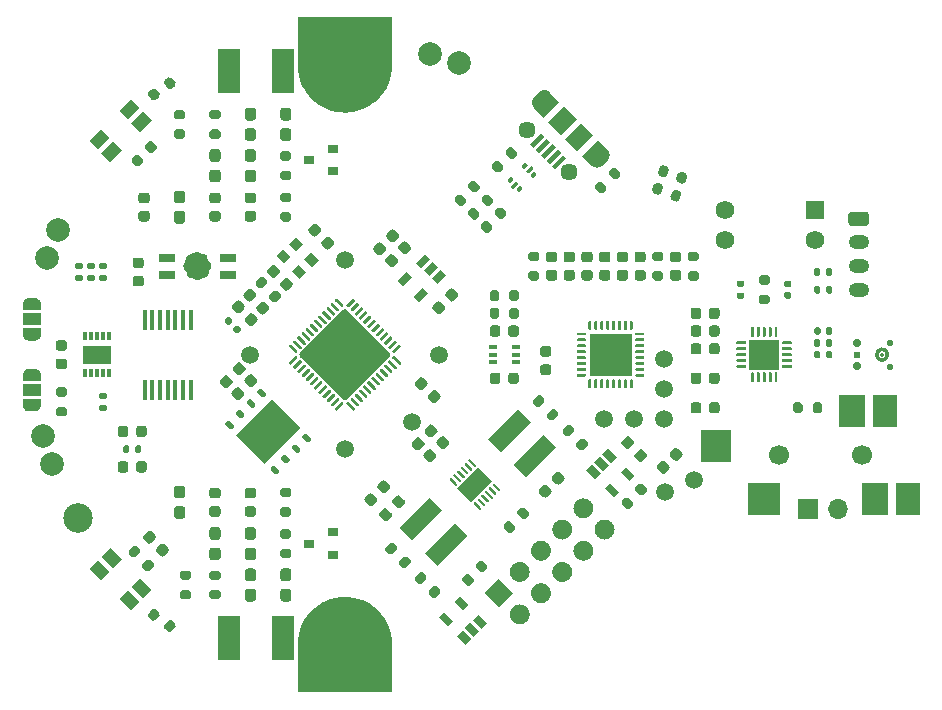
<source format=gbs>
%TF.GenerationSoftware,KiCad,Pcbnew,5.1.10-88a1d61d58~88~ubuntu18.04.1*%
%TF.CreationDate,2021-09-10T11:39:44+10:00*%
%TF.ProjectId,Rockling,526f636b-6c69-46e6-972e-6b696361645f,rev?*%
%TF.SameCoordinates,PX42c1d80PY7bfa480*%
%TF.FileFunction,Soldermask,Bot*%
%TF.FilePolarity,Negative*%
%FSLAX46Y46*%
G04 Gerber Fmt 4.6, Leading zero omitted, Abs format (unit mm)*
G04 Created by KiCad (PCBNEW 5.1.10-88a1d61d58~88~ubuntu18.04.1) date 2021-09-10 11:39:44*
%MOMM*%
%LPD*%
G01*
G04 APERTURE LIST*
%ADD10C,1.200000*%
%ADD11C,0.320000*%
%ADD12C,1.500000*%
%ADD13C,2.000000*%
%ADD14C,0.100000*%
%ADD15R,1.500000X1.000000*%
%ADD16O,1.700000X1.700000*%
%ADD17R,1.700000X1.700000*%
%ADD18R,0.650000X0.400000*%
%ADD19C,2.500000*%
%ADD20R,1.400000X0.800000*%
%ADD21C,0.350000*%
%ADD22C,0.723000*%
%ADD23C,0.562000*%
%ADD24C,0.612000*%
%ADD25C,1.580000*%
%ADD26R,1.580000X1.580000*%
%ADD27R,0.400000X1.800000*%
%ADD28R,1.930400X3.810000*%
%ADD29R,0.900000X0.800000*%
%ADD30R,2.600000X2.800000*%
%ADD31R,2.000000X2.800000*%
%ADD32C,1.700000*%
%ADD33R,2.200000X2.800000*%
%ADD34R,2.800000X2.800000*%
%ADD35C,1.450000*%
%ADD36R,2.600000X2.600000*%
%ADD37R,2.480000X1.550000*%
%ADD38R,0.300000X0.650000*%
%ADD39R,3.650000X3.650000*%
%ADD40O,1.750000X1.200000*%
G04 APERTURE END LIST*
D10*
%TO.C,D101*%
X18100000Y37500000D02*
G75*
G03*
X18100000Y37500000I-600000J0D01*
G01*
D11*
%TO.C,U101*%
X75943000Y30000000D02*
G75*
G03*
X75943000Y30000000I-458500J0D01*
G01*
%TD*%
%TO.C,C814*%
G36*
G01*
X19250000Y42825000D02*
X18750000Y42825000D01*
G75*
G02*
X18525000Y43050000I0J225000D01*
G01*
X18525000Y43500000D01*
G75*
G02*
X18750000Y43725000I225000J0D01*
G01*
X19250000Y43725000D01*
G75*
G02*
X19475000Y43500000I0J-225000D01*
G01*
X19475000Y43050000D01*
G75*
G02*
X19250000Y42825000I-225000J0D01*
G01*
G37*
G36*
G01*
X19250000Y41275000D02*
X18750000Y41275000D01*
G75*
G02*
X18525000Y41500000I0J225000D01*
G01*
X18525000Y41950000D01*
G75*
G02*
X18750000Y42175000I225000J0D01*
G01*
X19250000Y42175000D01*
G75*
G02*
X19475000Y41950000I0J-225000D01*
G01*
X19475000Y41500000D01*
G75*
G02*
X19250000Y41275000I-225000J0D01*
G01*
G37*
%TD*%
%TO.C,R602*%
G36*
G01*
X59775000Y37925000D02*
X59225000Y37925000D01*
G75*
G02*
X59025000Y38125000I0J200000D01*
G01*
X59025000Y38525000D01*
G75*
G02*
X59225000Y38725000I200000J0D01*
G01*
X59775000Y38725000D01*
G75*
G02*
X59975000Y38525000I0J-200000D01*
G01*
X59975000Y38125000D01*
G75*
G02*
X59775000Y37925000I-200000J0D01*
G01*
G37*
G36*
G01*
X59775000Y36275000D02*
X59225000Y36275000D01*
G75*
G02*
X59025000Y36475000I0J200000D01*
G01*
X59025000Y36875000D01*
G75*
G02*
X59225000Y37075000I200000J0D01*
G01*
X59775000Y37075000D01*
G75*
G02*
X59975000Y36875000I0J-200000D01*
G01*
X59975000Y36475000D01*
G75*
G02*
X59775000Y36275000I-200000J0D01*
G01*
G37*
%TD*%
%TO.C,R402*%
G36*
G01*
X70260000Y35685000D02*
X70260000Y35315000D01*
G75*
G02*
X70125000Y35180000I-135000J0D01*
G01*
X69855000Y35180000D01*
G75*
G02*
X69720000Y35315000I0J135000D01*
G01*
X69720000Y35685000D01*
G75*
G02*
X69855000Y35820000I135000J0D01*
G01*
X70125000Y35820000D01*
G75*
G02*
X70260000Y35685000I0J-135000D01*
G01*
G37*
G36*
G01*
X71280000Y35685000D02*
X71280000Y35315000D01*
G75*
G02*
X71145000Y35180000I-135000J0D01*
G01*
X70875000Y35180000D01*
G75*
G02*
X70740000Y35315000I0J135000D01*
G01*
X70740000Y35685000D01*
G75*
G02*
X70875000Y35820000I135000J0D01*
G01*
X71145000Y35820000D01*
G75*
G02*
X71280000Y35685000I0J-135000D01*
G01*
G37*
%TD*%
D12*
%TO.C,TP102*%
X22000000Y30000000D03*
%TD*%
%TO.C,R302*%
G36*
G01*
X54994975Y18106066D02*
X54606066Y18494975D01*
G75*
G02*
X54606066Y18777817I141421J141421D01*
G01*
X54888909Y19060660D01*
G75*
G02*
X55171751Y19060660I141421J-141421D01*
G01*
X55560660Y18671751D01*
G75*
G02*
X55560660Y18388909I-141421J-141421D01*
G01*
X55277817Y18106066D01*
G75*
G02*
X54994975Y18106066I-141421J141421D01*
G01*
G37*
G36*
G01*
X53828249Y16939340D02*
X53439340Y17328249D01*
G75*
G02*
X53439340Y17611091I141421J141421D01*
G01*
X53722183Y17893934D01*
G75*
G02*
X54005025Y17893934I141421J-141421D01*
G01*
X54393934Y17505025D01*
G75*
G02*
X54393934Y17222183I-141421J-141421D01*
G01*
X54111091Y16939340D01*
G75*
G02*
X53828249Y16939340I-141421J141421D01*
G01*
G37*
%TD*%
%TO.C,C310*%
G36*
G01*
X37156587Y23053033D02*
X36803033Y23406587D01*
G75*
G02*
X36803033Y23724785I159099J159099D01*
G01*
X37121231Y24042983D01*
G75*
G02*
X37439429Y24042983I159099J-159099D01*
G01*
X37792983Y23689429D01*
G75*
G02*
X37792983Y23371231I-159099J-159099D01*
G01*
X37474785Y23053033D01*
G75*
G02*
X37156587Y23053033I-159099J159099D01*
G01*
G37*
G36*
G01*
X36060571Y21957017D02*
X35707017Y22310571D01*
G75*
G02*
X35707017Y22628769I159099J159099D01*
G01*
X36025215Y22946967D01*
G75*
G02*
X36343413Y22946967I159099J-159099D01*
G01*
X36696967Y22593413D01*
G75*
G02*
X36696967Y22275215I-159099J-159099D01*
G01*
X36378769Y21957017D01*
G75*
G02*
X36060571Y21957017I-159099J159099D01*
G01*
G37*
%TD*%
%TO.C,C306*%
G36*
G01*
X57906587Y21053033D02*
X57553033Y21406587D01*
G75*
G02*
X57553033Y21724785I159099J159099D01*
G01*
X57871231Y22042983D01*
G75*
G02*
X58189429Y22042983I159099J-159099D01*
G01*
X58542983Y21689429D01*
G75*
G02*
X58542983Y21371231I-159099J-159099D01*
G01*
X58224785Y21053033D01*
G75*
G02*
X57906587Y21053033I-159099J159099D01*
G01*
G37*
G36*
G01*
X56810571Y19957017D02*
X56457017Y20310571D01*
G75*
G02*
X56457017Y20628769I159099J159099D01*
G01*
X56775215Y20946967D01*
G75*
G02*
X57093413Y20946967I159099J-159099D01*
G01*
X57446967Y20593413D01*
G75*
G02*
X57446967Y20275215I-159099J-159099D01*
G01*
X57128769Y19957017D01*
G75*
G02*
X56810571Y19957017I-159099J159099D01*
G01*
G37*
%TD*%
%TO.C,C303*%
G36*
G01*
X47906587Y19053033D02*
X47553033Y19406587D01*
G75*
G02*
X47553033Y19724785I159099J159099D01*
G01*
X47871231Y20042983D01*
G75*
G02*
X48189429Y20042983I159099J-159099D01*
G01*
X48542983Y19689429D01*
G75*
G02*
X48542983Y19371231I-159099J-159099D01*
G01*
X48224785Y19053033D01*
G75*
G02*
X47906587Y19053033I-159099J159099D01*
G01*
G37*
G36*
G01*
X46810571Y17957017D02*
X46457017Y18310571D01*
G75*
G02*
X46457017Y18628769I159099J159099D01*
G01*
X46775215Y18946967D01*
G75*
G02*
X47093413Y18946967I159099J-159099D01*
G01*
X47446967Y18593413D01*
G75*
G02*
X47446967Y18275215I-159099J-159099D01*
G01*
X47128769Y17957017D01*
G75*
G02*
X46810571Y17957017I-159099J159099D01*
G01*
G37*
%TD*%
%TO.C,C204*%
G36*
G01*
X32343413Y18196967D02*
X32696967Y17843413D01*
G75*
G02*
X32696967Y17525215I-159099J-159099D01*
G01*
X32378769Y17207017D01*
G75*
G02*
X32060571Y17207017I-159099J159099D01*
G01*
X31707017Y17560571D01*
G75*
G02*
X31707017Y17878769I159099J159099D01*
G01*
X32025215Y18196967D01*
G75*
G02*
X32343413Y18196967I159099J-159099D01*
G01*
G37*
G36*
G01*
X33439429Y19292983D02*
X33792983Y18939429D01*
G75*
G02*
X33792983Y18621231I-159099J-159099D01*
G01*
X33474785Y18303033D01*
G75*
G02*
X33156587Y18303033I-159099J159099D01*
G01*
X32803033Y18656587D01*
G75*
G02*
X32803033Y18974785I159099J159099D01*
G01*
X33121231Y19292983D01*
G75*
G02*
X33439429Y19292983I159099J-159099D01*
G01*
G37*
%TD*%
%TO.C,TP802*%
X30000000Y38000000D03*
%TD*%
%TO.C,TP801*%
X30000000Y22000000D03*
%TD*%
%TO.C,TP5*%
X57000000Y29670000D03*
%TD*%
%TO.C,TP4*%
X51920000Y24590000D03*
%TD*%
%TO.C,TP3*%
X54460000Y24590000D03*
%TD*%
%TO.C,TP2*%
X57000000Y27130000D03*
%TD*%
%TO.C,TP1*%
X57000000Y24590000D03*
%TD*%
%TO.C,TP105*%
X59600000Y19400000D03*
%TD*%
%TO.C,TP104*%
X57100000Y18400000D03*
%TD*%
%TO.C,TP103*%
X38000000Y30000000D03*
%TD*%
%TO.C,TP101*%
X35657000Y24343000D03*
%TD*%
D13*
%TO.C,Sp506*%
X4406800Y23127000D03*
%TD*%
%TO.C,Sp505*%
X37230000Y55494600D03*
%TD*%
%TO.C,Sp504*%
X5182300Y20708000D03*
%TD*%
%TO.C,Sp503*%
X5684100Y40535100D03*
%TD*%
%TO.C,Sp501*%
X39638000Y54685300D03*
%TD*%
%TO.C,Sp1*%
X4787200Y38158800D03*
%TD*%
%TO.C,R202*%
G36*
G01*
X8315000Y36760000D02*
X8685000Y36760000D01*
G75*
G02*
X8820000Y36625000I0J-135000D01*
G01*
X8820000Y36355000D01*
G75*
G02*
X8685000Y36220000I-135000J0D01*
G01*
X8315000Y36220000D01*
G75*
G02*
X8180000Y36355000I0J135000D01*
G01*
X8180000Y36625000D01*
G75*
G02*
X8315000Y36760000I135000J0D01*
G01*
G37*
G36*
G01*
X8315000Y37780000D02*
X8685000Y37780000D01*
G75*
G02*
X8820000Y37645000I0J-135000D01*
G01*
X8820000Y37375000D01*
G75*
G02*
X8685000Y37240000I-135000J0D01*
G01*
X8315000Y37240000D01*
G75*
G02*
X8180000Y37375000I0J135000D01*
G01*
X8180000Y37645000D01*
G75*
G02*
X8315000Y37780000I135000J0D01*
G01*
G37*
%TD*%
%TO.C,R201*%
G36*
G01*
X9315000Y36760000D02*
X9685000Y36760000D01*
G75*
G02*
X9820000Y36625000I0J-135000D01*
G01*
X9820000Y36355000D01*
G75*
G02*
X9685000Y36220000I-135000J0D01*
G01*
X9315000Y36220000D01*
G75*
G02*
X9180000Y36355000I0J135000D01*
G01*
X9180000Y36625000D01*
G75*
G02*
X9315000Y36760000I135000J0D01*
G01*
G37*
G36*
G01*
X9315000Y37780000D02*
X9685000Y37780000D01*
G75*
G02*
X9820000Y37645000I0J-135000D01*
G01*
X9820000Y37375000D01*
G75*
G02*
X9685000Y37240000I-135000J0D01*
G01*
X9315000Y37240000D01*
G75*
G02*
X9180000Y37375000I0J135000D01*
G01*
X9180000Y37645000D01*
G75*
G02*
X9315000Y37780000I135000J0D01*
G01*
G37*
%TD*%
D14*
%TO.C,JP402*%
G36*
X4250000Y32250000D02*
G01*
X4250000Y31700000D01*
X4249398Y31700000D01*
X4249398Y31675466D01*
X4244588Y31626635D01*
X4235016Y31578510D01*
X4220772Y31531555D01*
X4201995Y31486222D01*
X4178864Y31442949D01*
X4151604Y31402150D01*
X4120476Y31364221D01*
X4085779Y31329524D01*
X4047850Y31298396D01*
X4007051Y31271136D01*
X3963778Y31248005D01*
X3918445Y31229228D01*
X3871490Y31214984D01*
X3823365Y31205412D01*
X3774534Y31200602D01*
X3750000Y31200602D01*
X3750000Y31200000D01*
X3250000Y31200000D01*
X3250000Y31200602D01*
X3225466Y31200602D01*
X3176635Y31205412D01*
X3128510Y31214984D01*
X3081555Y31229228D01*
X3036222Y31248005D01*
X2992949Y31271136D01*
X2952150Y31298396D01*
X2914221Y31329524D01*
X2879524Y31364221D01*
X2848396Y31402150D01*
X2821136Y31442949D01*
X2798005Y31486222D01*
X2779228Y31531555D01*
X2764984Y31578510D01*
X2755412Y31626635D01*
X2750602Y31675466D01*
X2750602Y31700000D01*
X2750000Y31700000D01*
X2750000Y32250000D01*
X4250000Y32250000D01*
G37*
G36*
X2750602Y34300000D02*
G01*
X2750602Y34324534D01*
X2755412Y34373365D01*
X2764984Y34421490D01*
X2779228Y34468445D01*
X2798005Y34513778D01*
X2821136Y34557051D01*
X2848396Y34597850D01*
X2879524Y34635779D01*
X2914221Y34670476D01*
X2952150Y34701604D01*
X2992949Y34728864D01*
X3036222Y34751995D01*
X3081555Y34770772D01*
X3128510Y34785016D01*
X3176635Y34794588D01*
X3225466Y34799398D01*
X3250000Y34799398D01*
X3250000Y34800000D01*
X3750000Y34800000D01*
X3750000Y34799398D01*
X3774534Y34799398D01*
X3823365Y34794588D01*
X3871490Y34785016D01*
X3918445Y34770772D01*
X3963778Y34751995D01*
X4007051Y34728864D01*
X4047850Y34701604D01*
X4085779Y34670476D01*
X4120476Y34635779D01*
X4151604Y34597850D01*
X4178864Y34557051D01*
X4201995Y34513778D01*
X4220772Y34468445D01*
X4235016Y34421490D01*
X4244588Y34373365D01*
X4249398Y34324534D01*
X4249398Y34300000D01*
X4250000Y34300000D01*
X4250000Y33750000D01*
X2750000Y33750000D01*
X2750000Y34300000D01*
X2750602Y34300000D01*
G37*
D15*
X3500000Y33000000D03*
%TD*%
D14*
%TO.C,JP401*%
G36*
X2750000Y27750000D02*
G01*
X2750000Y28300000D01*
X2750602Y28300000D01*
X2750602Y28324534D01*
X2755412Y28373365D01*
X2764984Y28421490D01*
X2779228Y28468445D01*
X2798005Y28513778D01*
X2821136Y28557051D01*
X2848396Y28597850D01*
X2879524Y28635779D01*
X2914221Y28670476D01*
X2952150Y28701604D01*
X2992949Y28728864D01*
X3036222Y28751995D01*
X3081555Y28770772D01*
X3128510Y28785016D01*
X3176635Y28794588D01*
X3225466Y28799398D01*
X3250000Y28799398D01*
X3250000Y28800000D01*
X3750000Y28800000D01*
X3750000Y28799398D01*
X3774534Y28799398D01*
X3823365Y28794588D01*
X3871490Y28785016D01*
X3918445Y28770772D01*
X3963778Y28751995D01*
X4007051Y28728864D01*
X4047850Y28701604D01*
X4085779Y28670476D01*
X4120476Y28635779D01*
X4151604Y28597850D01*
X4178864Y28557051D01*
X4201995Y28513778D01*
X4220772Y28468445D01*
X4235016Y28421490D01*
X4244588Y28373365D01*
X4249398Y28324534D01*
X4249398Y28300000D01*
X4250000Y28300000D01*
X4250000Y27750000D01*
X2750000Y27750000D01*
G37*
G36*
X4249398Y25700000D02*
G01*
X4249398Y25675466D01*
X4244588Y25626635D01*
X4235016Y25578510D01*
X4220772Y25531555D01*
X4201995Y25486222D01*
X4178864Y25442949D01*
X4151604Y25402150D01*
X4120476Y25364221D01*
X4085779Y25329524D01*
X4047850Y25298396D01*
X4007051Y25271136D01*
X3963778Y25248005D01*
X3918445Y25229228D01*
X3871490Y25214984D01*
X3823365Y25205412D01*
X3774534Y25200602D01*
X3750000Y25200602D01*
X3750000Y25200000D01*
X3250000Y25200000D01*
X3250000Y25200602D01*
X3225466Y25200602D01*
X3176635Y25205412D01*
X3128510Y25214984D01*
X3081555Y25229228D01*
X3036222Y25248005D01*
X2992949Y25271136D01*
X2952150Y25298396D01*
X2914221Y25329524D01*
X2879524Y25364221D01*
X2848396Y25402150D01*
X2821136Y25442949D01*
X2798005Y25486222D01*
X2779228Y25531555D01*
X2764984Y25578510D01*
X2755412Y25626635D01*
X2750602Y25675466D01*
X2750602Y25700000D01*
X2750000Y25700000D01*
X2750000Y26250000D01*
X4250000Y26250000D01*
X4250000Y25700000D01*
X4249398Y25700000D01*
G37*
D15*
X3500000Y27000000D03*
%TD*%
%TO.C,R2*%
G36*
G01*
X12643934Y13244975D02*
X12255025Y12856066D01*
G75*
G02*
X11972183Y12856066I-141421J141421D01*
G01*
X11689340Y13138909D01*
G75*
G02*
X11689340Y13421751I141421J141421D01*
G01*
X12078249Y13810660D01*
G75*
G02*
X12361091Y13810660I141421J-141421D01*
G01*
X12643934Y13527817D01*
G75*
G02*
X12643934Y13244975I-141421J-141421D01*
G01*
G37*
G36*
G01*
X13810660Y12078249D02*
X13421751Y11689340D01*
G75*
G02*
X13138909Y11689340I-141421J141421D01*
G01*
X12856066Y11972183D01*
G75*
G02*
X12856066Y12255025I141421J141421D01*
G01*
X13244975Y12643934D01*
G75*
G02*
X13527817Y12643934I141421J-141421D01*
G01*
X13810660Y12361091D01*
G75*
G02*
X13810660Y12078249I-141421J-141421D01*
G01*
G37*
%TD*%
%TO.C,R1*%
G36*
G01*
X13494975Y47106066D02*
X13106066Y47494975D01*
G75*
G02*
X13106066Y47777817I141421J141421D01*
G01*
X13388909Y48060660D01*
G75*
G02*
X13671751Y48060660I141421J-141421D01*
G01*
X14060660Y47671751D01*
G75*
G02*
X14060660Y47388909I-141421J-141421D01*
G01*
X13777817Y47106066D01*
G75*
G02*
X13494975Y47106066I-141421J141421D01*
G01*
G37*
G36*
G01*
X12328249Y45939340D02*
X11939340Y46328249D01*
G75*
G02*
X11939340Y46611091I141421J141421D01*
G01*
X12222183Y46893934D01*
G75*
G02*
X12505025Y46893934I141421J-141421D01*
G01*
X12893934Y46505025D01*
G75*
G02*
X12893934Y46222183I-141421J-141421D01*
G01*
X12611091Y45939340D01*
G75*
G02*
X12328249Y45939340I-141421J141421D01*
G01*
G37*
%TD*%
%TO.C,C1*%
G36*
G01*
X13946967Y14406587D02*
X13593413Y14053033D01*
G75*
G02*
X13275215Y14053033I-159099J159099D01*
G01*
X12957017Y14371231D01*
G75*
G02*
X12957017Y14689429I159099J159099D01*
G01*
X13310571Y15042983D01*
G75*
G02*
X13628769Y15042983I159099J-159099D01*
G01*
X13946967Y14724785D01*
G75*
G02*
X13946967Y14406587I-159099J-159099D01*
G01*
G37*
G36*
G01*
X15042983Y13310571D02*
X14689429Y12957017D01*
G75*
G02*
X14371231Y12957017I-159099J159099D01*
G01*
X14053033Y13275215D01*
G75*
G02*
X14053033Y13593413I159099J159099D01*
G01*
X14406587Y13946967D01*
G75*
G02*
X14724785Y13946967I159099J-159099D01*
G01*
X15042983Y13628769D01*
G75*
G02*
X15042983Y13310571I-159099J-159099D01*
G01*
G37*
%TD*%
D16*
%TO.C,P1*%
X71790000Y16970000D03*
D17*
X69250000Y16970000D03*
%TD*%
%TO.C,C203*%
G36*
G01*
X20093413Y28196967D02*
X20446967Y27843413D01*
G75*
G02*
X20446967Y27525215I-159099J-159099D01*
G01*
X20128769Y27207017D01*
G75*
G02*
X19810571Y27207017I-159099J159099D01*
G01*
X19457017Y27560571D01*
G75*
G02*
X19457017Y27878769I159099J159099D01*
G01*
X19775215Y28196967D01*
G75*
G02*
X20093413Y28196967I159099J-159099D01*
G01*
G37*
G36*
G01*
X21189429Y29292983D02*
X21542983Y28939429D01*
G75*
G02*
X21542983Y28621231I-159099J-159099D01*
G01*
X21224785Y28303033D01*
G75*
G02*
X20906587Y28303033I-159099J159099D01*
G01*
X20553033Y28656587D01*
G75*
G02*
X20553033Y28974785I159099J159099D01*
G01*
X20871231Y29292983D01*
G75*
G02*
X21189429Y29292983I159099J-159099D01*
G01*
G37*
%TD*%
%TO.C,C202*%
G36*
G01*
X24446967Y36906587D02*
X24093413Y36553033D01*
G75*
G02*
X23775215Y36553033I-159099J159099D01*
G01*
X23457017Y36871231D01*
G75*
G02*
X23457017Y37189429I159099J159099D01*
G01*
X23810571Y37542983D01*
G75*
G02*
X24128769Y37542983I159099J-159099D01*
G01*
X24446967Y37224785D01*
G75*
G02*
X24446967Y36906587I-159099J-159099D01*
G01*
G37*
G36*
G01*
X25542983Y35810571D02*
X25189429Y35457017D01*
G75*
G02*
X24871231Y35457017I-159099J159099D01*
G01*
X24553033Y35775215D01*
G75*
G02*
X24553033Y36093413I159099J159099D01*
G01*
X24906587Y36446967D01*
G75*
G02*
X25224785Y36446967I159099J-159099D01*
G01*
X25542983Y36128769D01*
G75*
G02*
X25542983Y35810571I-159099J-159099D01*
G01*
G37*
%TD*%
%TO.C,C201*%
G36*
G01*
X37053033Y26593413D02*
X37406587Y26946967D01*
G75*
G02*
X37724785Y26946967I159099J-159099D01*
G01*
X38042983Y26628769D01*
G75*
G02*
X38042983Y26310571I-159099J-159099D01*
G01*
X37689429Y25957017D01*
G75*
G02*
X37371231Y25957017I-159099J159099D01*
G01*
X37053033Y26275215D01*
G75*
G02*
X37053033Y26593413I159099J159099D01*
G01*
G37*
G36*
G01*
X35957017Y27689429D02*
X36310571Y28042983D01*
G75*
G02*
X36628769Y28042983I159099J-159099D01*
G01*
X36946967Y27724785D01*
G75*
G02*
X36946967Y27406587I-159099J-159099D01*
G01*
X36593413Y27053033D01*
G75*
G02*
X36275215Y27053033I-159099J159099D01*
G01*
X35957017Y27371231D01*
G75*
G02*
X35957017Y27689429I159099J159099D01*
G01*
G37*
%TD*%
%TO.C,FB601*%
G36*
G01*
X46275000Y37925000D02*
X45725000Y37925000D01*
G75*
G02*
X45525000Y38125000I0J200000D01*
G01*
X45525000Y38525000D01*
G75*
G02*
X45725000Y38725000I200000J0D01*
G01*
X46275000Y38725000D01*
G75*
G02*
X46475000Y38525000I0J-200000D01*
G01*
X46475000Y38125000D01*
G75*
G02*
X46275000Y37925000I-200000J0D01*
G01*
G37*
G36*
G01*
X46275000Y36275000D02*
X45725000Y36275000D01*
G75*
G02*
X45525000Y36475000I0J200000D01*
G01*
X45525000Y36875000D01*
G75*
G02*
X45725000Y37075000I200000J0D01*
G01*
X46275000Y37075000D01*
G75*
G02*
X46475000Y36875000I0J-200000D01*
G01*
X46475000Y36475000D01*
G75*
G02*
X46275000Y36275000I-200000J0D01*
G01*
G37*
%TD*%
%TO.C,C611*%
G36*
G01*
X47250000Y37175000D02*
X47750000Y37175000D01*
G75*
G02*
X47975000Y36950000I0J-225000D01*
G01*
X47975000Y36500000D01*
G75*
G02*
X47750000Y36275000I-225000J0D01*
G01*
X47250000Y36275000D01*
G75*
G02*
X47025000Y36500000I0J225000D01*
G01*
X47025000Y36950000D01*
G75*
G02*
X47250000Y37175000I225000J0D01*
G01*
G37*
G36*
G01*
X47250000Y38725000D02*
X47750000Y38725000D01*
G75*
G02*
X47975000Y38500000I0J-225000D01*
G01*
X47975000Y38050000D01*
G75*
G02*
X47750000Y37825000I-225000J0D01*
G01*
X47250000Y37825000D01*
G75*
G02*
X47025000Y38050000I0J225000D01*
G01*
X47025000Y38500000D01*
G75*
G02*
X47250000Y38725000I225000J0D01*
G01*
G37*
%TD*%
%TO.C,C608*%
G36*
G01*
X49250000Y37825000D02*
X48750000Y37825000D01*
G75*
G02*
X48525000Y38050000I0J225000D01*
G01*
X48525000Y38500000D01*
G75*
G02*
X48750000Y38725000I225000J0D01*
G01*
X49250000Y38725000D01*
G75*
G02*
X49475000Y38500000I0J-225000D01*
G01*
X49475000Y38050000D01*
G75*
G02*
X49250000Y37825000I-225000J0D01*
G01*
G37*
G36*
G01*
X49250000Y36275000D02*
X48750000Y36275000D01*
G75*
G02*
X48525000Y36500000I0J225000D01*
G01*
X48525000Y36950000D01*
G75*
G02*
X48750000Y37175000I225000J0D01*
G01*
X49250000Y37175000D01*
G75*
G02*
X49475000Y36950000I0J-225000D01*
G01*
X49475000Y36500000D01*
G75*
G02*
X49250000Y36275000I-225000J0D01*
G01*
G37*
%TD*%
%TO.C,C606*%
G36*
G01*
X47250000Y29825000D02*
X46750000Y29825000D01*
G75*
G02*
X46525000Y30050000I0J225000D01*
G01*
X46525000Y30500000D01*
G75*
G02*
X46750000Y30725000I225000J0D01*
G01*
X47250000Y30725000D01*
G75*
G02*
X47475000Y30500000I0J-225000D01*
G01*
X47475000Y30050000D01*
G75*
G02*
X47250000Y29825000I-225000J0D01*
G01*
G37*
G36*
G01*
X47250000Y28275000D02*
X46750000Y28275000D01*
G75*
G02*
X46525000Y28500000I0J225000D01*
G01*
X46525000Y28950000D01*
G75*
G02*
X46750000Y29175000I225000J0D01*
G01*
X47250000Y29175000D01*
G75*
G02*
X47475000Y28950000I0J-225000D01*
G01*
X47475000Y28500000D01*
G75*
G02*
X47250000Y28275000I-225000J0D01*
G01*
G37*
%TD*%
%TO.C,R808*%
G36*
G01*
X15725000Y49075000D02*
X16275000Y49075000D01*
G75*
G02*
X16475000Y48875000I0J-200000D01*
G01*
X16475000Y48475000D01*
G75*
G02*
X16275000Y48275000I-200000J0D01*
G01*
X15725000Y48275000D01*
G75*
G02*
X15525000Y48475000I0J200000D01*
G01*
X15525000Y48875000D01*
G75*
G02*
X15725000Y49075000I200000J0D01*
G01*
G37*
G36*
G01*
X15725000Y50725000D02*
X16275000Y50725000D01*
G75*
G02*
X16475000Y50525000I0J-200000D01*
G01*
X16475000Y50125000D01*
G75*
G02*
X16275000Y49925000I-200000J0D01*
G01*
X15725000Y49925000D01*
G75*
G02*
X15525000Y50125000I0J200000D01*
G01*
X15525000Y50525000D01*
G75*
G02*
X15725000Y50725000I200000J0D01*
G01*
G37*
%TD*%
%TO.C,R807*%
G36*
G01*
X16775000Y10925000D02*
X16225000Y10925000D01*
G75*
G02*
X16025000Y11125000I0J200000D01*
G01*
X16025000Y11525000D01*
G75*
G02*
X16225000Y11725000I200000J0D01*
G01*
X16775000Y11725000D01*
G75*
G02*
X16975000Y11525000I0J-200000D01*
G01*
X16975000Y11125000D01*
G75*
G02*
X16775000Y10925000I-200000J0D01*
G01*
G37*
G36*
G01*
X16775000Y9275000D02*
X16225000Y9275000D01*
G75*
G02*
X16025000Y9475000I0J200000D01*
G01*
X16025000Y9875000D01*
G75*
G02*
X16225000Y10075000I200000J0D01*
G01*
X16775000Y10075000D01*
G75*
G02*
X16975000Y9875000I0J-200000D01*
G01*
X16975000Y9475000D01*
G75*
G02*
X16775000Y9275000I-200000J0D01*
G01*
G37*
%TD*%
%TO.C,R806*%
G36*
G01*
X18725000Y49075000D02*
X19275000Y49075000D01*
G75*
G02*
X19475000Y48875000I0J-200000D01*
G01*
X19475000Y48475000D01*
G75*
G02*
X19275000Y48275000I-200000J0D01*
G01*
X18725000Y48275000D01*
G75*
G02*
X18525000Y48475000I0J200000D01*
G01*
X18525000Y48875000D01*
G75*
G02*
X18725000Y49075000I200000J0D01*
G01*
G37*
G36*
G01*
X18725000Y50725000D02*
X19275000Y50725000D01*
G75*
G02*
X19475000Y50525000I0J-200000D01*
G01*
X19475000Y50125000D01*
G75*
G02*
X19275000Y49925000I-200000J0D01*
G01*
X18725000Y49925000D01*
G75*
G02*
X18525000Y50125000I0J200000D01*
G01*
X18525000Y50525000D01*
G75*
G02*
X18725000Y50725000I200000J0D01*
G01*
G37*
%TD*%
%TO.C,R805*%
G36*
G01*
X19275000Y10925000D02*
X18725000Y10925000D01*
G75*
G02*
X18525000Y11125000I0J200000D01*
G01*
X18525000Y11525000D01*
G75*
G02*
X18725000Y11725000I200000J0D01*
G01*
X19275000Y11725000D01*
G75*
G02*
X19475000Y11525000I0J-200000D01*
G01*
X19475000Y11125000D01*
G75*
G02*
X19275000Y10925000I-200000J0D01*
G01*
G37*
G36*
G01*
X19275000Y9275000D02*
X18725000Y9275000D01*
G75*
G02*
X18525000Y9475000I0J200000D01*
G01*
X18525000Y9875000D01*
G75*
G02*
X18725000Y10075000I200000J0D01*
G01*
X19275000Y10075000D01*
G75*
G02*
X19475000Y9875000I0J-200000D01*
G01*
X19475000Y9475000D01*
G75*
G02*
X19275000Y9275000I-200000J0D01*
G01*
G37*
%TD*%
%TO.C,C813*%
G36*
G01*
X18750000Y17175000D02*
X19250000Y17175000D01*
G75*
G02*
X19475000Y16950000I0J-225000D01*
G01*
X19475000Y16500000D01*
G75*
G02*
X19250000Y16275000I-225000J0D01*
G01*
X18750000Y16275000D01*
G75*
G02*
X18525000Y16500000I0J225000D01*
G01*
X18525000Y16950000D01*
G75*
G02*
X18750000Y17175000I225000J0D01*
G01*
G37*
G36*
G01*
X18750000Y18725000D02*
X19250000Y18725000D01*
G75*
G02*
X19475000Y18500000I0J-225000D01*
G01*
X19475000Y18050000D01*
G75*
G02*
X19250000Y17825000I-225000J0D01*
G01*
X18750000Y17825000D01*
G75*
G02*
X18525000Y18050000I0J225000D01*
G01*
X18525000Y18500000D01*
G75*
G02*
X18750000Y18725000I225000J0D01*
G01*
G37*
%TD*%
%TO.C,C822*%
G36*
G01*
X11675000Y20750000D02*
X11675000Y20250000D01*
G75*
G02*
X11450000Y20025000I-225000J0D01*
G01*
X11000000Y20025000D01*
G75*
G02*
X10775000Y20250000I0J225000D01*
G01*
X10775000Y20750000D01*
G75*
G02*
X11000000Y20975000I225000J0D01*
G01*
X11450000Y20975000D01*
G75*
G02*
X11675000Y20750000I0J-225000D01*
G01*
G37*
G36*
G01*
X13225000Y20750000D02*
X13225000Y20250000D01*
G75*
G02*
X13000000Y20025000I-225000J0D01*
G01*
X12550000Y20025000D01*
G75*
G02*
X12325000Y20250000I0J225000D01*
G01*
X12325000Y20750000D01*
G75*
G02*
X12550000Y20975000I225000J0D01*
G01*
X13000000Y20975000D01*
G75*
G02*
X13225000Y20750000I0J-225000D01*
G01*
G37*
%TD*%
%TO.C,C820*%
G36*
G01*
X12750000Y37325000D02*
X12250000Y37325000D01*
G75*
G02*
X12025000Y37550000I0J225000D01*
G01*
X12025000Y38000000D01*
G75*
G02*
X12250000Y38225000I225000J0D01*
G01*
X12750000Y38225000D01*
G75*
G02*
X12975000Y38000000I0J-225000D01*
G01*
X12975000Y37550000D01*
G75*
G02*
X12750000Y37325000I-225000J0D01*
G01*
G37*
G36*
G01*
X12750000Y35775000D02*
X12250000Y35775000D01*
G75*
G02*
X12025000Y36000000I0J225000D01*
G01*
X12025000Y36450000D01*
G75*
G02*
X12250000Y36675000I225000J0D01*
G01*
X12750000Y36675000D01*
G75*
G02*
X12975000Y36450000I0J-225000D01*
G01*
X12975000Y36000000D01*
G75*
G02*
X12750000Y35775000I-225000J0D01*
G01*
G37*
%TD*%
%TO.C,C816*%
G36*
G01*
X11675000Y23750000D02*
X11675000Y23250000D01*
G75*
G02*
X11450000Y23025000I-225000J0D01*
G01*
X11000000Y23025000D01*
G75*
G02*
X10775000Y23250000I0J225000D01*
G01*
X10775000Y23750000D01*
G75*
G02*
X11000000Y23975000I225000J0D01*
G01*
X11450000Y23975000D01*
G75*
G02*
X11675000Y23750000I0J-225000D01*
G01*
G37*
G36*
G01*
X13225000Y23750000D02*
X13225000Y23250000D01*
G75*
G02*
X13000000Y23025000I-225000J0D01*
G01*
X12550000Y23025000D01*
G75*
G02*
X12325000Y23250000I0J225000D01*
G01*
X12325000Y23750000D01*
G75*
G02*
X12550000Y23975000I225000J0D01*
G01*
X13000000Y23975000D01*
G75*
G02*
X13225000Y23750000I0J-225000D01*
G01*
G37*
%TD*%
%TO.C,C815*%
G36*
G01*
X13250000Y42825000D02*
X12750000Y42825000D01*
G75*
G02*
X12525000Y43050000I0J225000D01*
G01*
X12525000Y43500000D01*
G75*
G02*
X12750000Y43725000I225000J0D01*
G01*
X13250000Y43725000D01*
G75*
G02*
X13475000Y43500000I0J-225000D01*
G01*
X13475000Y43050000D01*
G75*
G02*
X13250000Y42825000I-225000J0D01*
G01*
G37*
G36*
G01*
X13250000Y41275000D02*
X12750000Y41275000D01*
G75*
G02*
X12525000Y41500000I0J225000D01*
G01*
X12525000Y41950000D01*
G75*
G02*
X12750000Y42175000I225000J0D01*
G01*
X13250000Y42175000D01*
G75*
G02*
X13475000Y41950000I0J-225000D01*
G01*
X13475000Y41500000D01*
G75*
G02*
X13250000Y41275000I-225000J0D01*
G01*
G37*
%TD*%
%TO.C,C804*%
G36*
G01*
X21750000Y42175000D02*
X22250000Y42175000D01*
G75*
G02*
X22475000Y41950000I0J-225000D01*
G01*
X22475000Y41500000D01*
G75*
G02*
X22250000Y41275000I-225000J0D01*
G01*
X21750000Y41275000D01*
G75*
G02*
X21525000Y41500000I0J225000D01*
G01*
X21525000Y41950000D01*
G75*
G02*
X21750000Y42175000I225000J0D01*
G01*
G37*
G36*
G01*
X21750000Y43725000D02*
X22250000Y43725000D01*
G75*
G02*
X22475000Y43500000I0J-225000D01*
G01*
X22475000Y43050000D01*
G75*
G02*
X22250000Y42825000I-225000J0D01*
G01*
X21750000Y42825000D01*
G75*
G02*
X21525000Y43050000I0J225000D01*
G01*
X21525000Y43500000D01*
G75*
G02*
X21750000Y43725000I225000J0D01*
G01*
G37*
%TD*%
%TO.C,C802*%
G36*
G01*
X22250000Y17825000D02*
X21750000Y17825000D01*
G75*
G02*
X21525000Y18050000I0J225000D01*
G01*
X21525000Y18500000D01*
G75*
G02*
X21750000Y18725000I225000J0D01*
G01*
X22250000Y18725000D01*
G75*
G02*
X22475000Y18500000I0J-225000D01*
G01*
X22475000Y18050000D01*
G75*
G02*
X22250000Y17825000I-225000J0D01*
G01*
G37*
G36*
G01*
X22250000Y16275000D02*
X21750000Y16275000D01*
G75*
G02*
X21525000Y16500000I0J225000D01*
G01*
X21525000Y16950000D01*
G75*
G02*
X21750000Y17175000I225000J0D01*
G01*
X22250000Y17175000D01*
G75*
G02*
X22475000Y16950000I0J-225000D01*
G01*
X22475000Y16500000D01*
G75*
G02*
X22250000Y16275000I-225000J0D01*
G01*
G37*
%TD*%
%TO.C,C701*%
G36*
G01*
X6250000Y30325000D02*
X5750000Y30325000D01*
G75*
G02*
X5525000Y30550000I0J225000D01*
G01*
X5525000Y31000000D01*
G75*
G02*
X5750000Y31225000I225000J0D01*
G01*
X6250000Y31225000D01*
G75*
G02*
X6475000Y31000000I0J-225000D01*
G01*
X6475000Y30550000D01*
G75*
G02*
X6250000Y30325000I-225000J0D01*
G01*
G37*
G36*
G01*
X6250000Y28775000D02*
X5750000Y28775000D01*
G75*
G02*
X5525000Y29000000I0J225000D01*
G01*
X5525000Y29450000D01*
G75*
G02*
X5750000Y29675000I225000J0D01*
G01*
X6250000Y29675000D01*
G75*
G02*
X6475000Y29450000I0J-225000D01*
G01*
X6475000Y29000000D01*
G75*
G02*
X6250000Y28775000I-225000J0D01*
G01*
G37*
%TD*%
%TO.C,R401*%
G36*
G01*
X70740000Y36815000D02*
X70740000Y37185000D01*
G75*
G02*
X70875000Y37320000I135000J0D01*
G01*
X71145000Y37320000D01*
G75*
G02*
X71280000Y37185000I0J-135000D01*
G01*
X71280000Y36815000D01*
G75*
G02*
X71145000Y36680000I-135000J0D01*
G01*
X70875000Y36680000D01*
G75*
G02*
X70740000Y36815000I0J135000D01*
G01*
G37*
G36*
G01*
X69720000Y36815000D02*
X69720000Y37185000D01*
G75*
G02*
X69855000Y37320000I135000J0D01*
G01*
X70125000Y37320000D01*
G75*
G02*
X70260000Y37185000I0J-135000D01*
G01*
X70260000Y36815000D01*
G75*
G02*
X70125000Y36680000I-135000J0D01*
G01*
X69855000Y36680000D01*
G75*
G02*
X69720000Y36815000I0J135000D01*
G01*
G37*
%TD*%
D18*
%TO.C,U603*%
X44450000Y29350000D03*
X44450000Y30650000D03*
X42550000Y30000000D03*
X44450000Y30000000D03*
X42550000Y30650000D03*
X42550000Y29350000D03*
%TD*%
%TO.C,R612*%
G36*
G01*
X47106066Y25005025D02*
X47494975Y25393934D01*
G75*
G02*
X47777817Y25393934I141421J-141421D01*
G01*
X48060660Y25111091D01*
G75*
G02*
X48060660Y24828249I-141421J-141421D01*
G01*
X47671751Y24439340D01*
G75*
G02*
X47388909Y24439340I-141421J141421D01*
G01*
X47106066Y24722183D01*
G75*
G02*
X47106066Y25005025I141421J141421D01*
G01*
G37*
G36*
G01*
X45939340Y26171751D02*
X46328249Y26560660D01*
G75*
G02*
X46611091Y26560660I141421J-141421D01*
G01*
X46893934Y26277817D01*
G75*
G02*
X46893934Y25994975I-141421J-141421D01*
G01*
X46505025Y25606066D01*
G75*
G02*
X46222183Y25606066I-141421J141421D01*
G01*
X45939340Y25888909D01*
G75*
G02*
X45939340Y26171751I141421J141421D01*
G01*
G37*
%TD*%
%TO.C,R606*%
G36*
G01*
X44005025Y15893934D02*
X44393934Y15505025D01*
G75*
G02*
X44393934Y15222183I-141421J-141421D01*
G01*
X44111091Y14939340D01*
G75*
G02*
X43828249Y14939340I-141421J141421D01*
G01*
X43439340Y15328249D01*
G75*
G02*
X43439340Y15611091I141421J141421D01*
G01*
X43722183Y15893934D01*
G75*
G02*
X44005025Y15893934I141421J-141421D01*
G01*
G37*
G36*
G01*
X45171751Y17060660D02*
X45560660Y16671751D01*
G75*
G02*
X45560660Y16388909I-141421J-141421D01*
G01*
X45277817Y16106066D01*
G75*
G02*
X44994975Y16106066I-141421J141421D01*
G01*
X44606066Y16494975D01*
G75*
G02*
X44606066Y16777817I141421J141421D01*
G01*
X44888909Y17060660D01*
G75*
G02*
X45171751Y17060660I141421J-141421D01*
G01*
G37*
%TD*%
%TO.C,R702*%
G36*
G01*
X7685000Y37240000D02*
X7315000Y37240000D01*
G75*
G02*
X7180000Y37375000I0J135000D01*
G01*
X7180000Y37645000D01*
G75*
G02*
X7315000Y37780000I135000J0D01*
G01*
X7685000Y37780000D01*
G75*
G02*
X7820000Y37645000I0J-135000D01*
G01*
X7820000Y37375000D01*
G75*
G02*
X7685000Y37240000I-135000J0D01*
G01*
G37*
G36*
G01*
X7685000Y36220000D02*
X7315000Y36220000D01*
G75*
G02*
X7180000Y36355000I0J135000D01*
G01*
X7180000Y36625000D01*
G75*
G02*
X7315000Y36760000I135000J0D01*
G01*
X7685000Y36760000D01*
G75*
G02*
X7820000Y36625000I0J-135000D01*
G01*
X7820000Y36355000D01*
G75*
G02*
X7685000Y36220000I-135000J0D01*
G01*
G37*
%TD*%
%TO.C,R701*%
G36*
G01*
X9685000Y26240000D02*
X9315000Y26240000D01*
G75*
G02*
X9180000Y26375000I0J135000D01*
G01*
X9180000Y26645000D01*
G75*
G02*
X9315000Y26780000I135000J0D01*
G01*
X9685000Y26780000D01*
G75*
G02*
X9820000Y26645000I0J-135000D01*
G01*
X9820000Y26375000D01*
G75*
G02*
X9685000Y26240000I-135000J0D01*
G01*
G37*
G36*
G01*
X9685000Y25220000D02*
X9315000Y25220000D01*
G75*
G02*
X9180000Y25355000I0J135000D01*
G01*
X9180000Y25625000D01*
G75*
G02*
X9315000Y25760000I135000J0D01*
G01*
X9685000Y25760000D01*
G75*
G02*
X9820000Y25625000I0J-135000D01*
G01*
X9820000Y25355000D01*
G75*
G02*
X9685000Y25220000I-135000J0D01*
G01*
G37*
%TD*%
D14*
%TO.C,D602*%
G36*
X40498510Y8804612D02*
G01*
X40038891Y8344993D01*
X39289358Y9094526D01*
X39748977Y9554145D01*
X40498510Y8804612D01*
G37*
G36*
X39155007Y7461109D02*
G01*
X38695388Y7001490D01*
X37945855Y7751023D01*
X38405474Y8210642D01*
X39155007Y7461109D01*
G37*
G36*
X40710642Y5905474D02*
G01*
X40251023Y5445855D01*
X39501490Y6195388D01*
X39961109Y6655007D01*
X40710642Y5905474D01*
G37*
G36*
X41382393Y6577226D02*
G01*
X40922774Y6117607D01*
X40173241Y6867140D01*
X40632860Y7326759D01*
X41382393Y6577226D01*
G37*
G36*
X42054145Y7248977D02*
G01*
X41594526Y6789358D01*
X40844993Y7538891D01*
X41304612Y7998510D01*
X42054145Y7248977D01*
G37*
%TD*%
%TO.C,R509*%
G36*
G01*
X23393934Y35994975D02*
X23005025Y35606066D01*
G75*
G02*
X22722183Y35606066I-141421J141421D01*
G01*
X22439340Y35888909D01*
G75*
G02*
X22439340Y36171751I141421J141421D01*
G01*
X22828249Y36560660D01*
G75*
G02*
X23111091Y36560660I141421J-141421D01*
G01*
X23393934Y36277817D01*
G75*
G02*
X23393934Y35994975I-141421J-141421D01*
G01*
G37*
G36*
G01*
X24560660Y34828249D02*
X24171751Y34439340D01*
G75*
G02*
X23888909Y34439340I-141421J141421D01*
G01*
X23606066Y34722183D01*
G75*
G02*
X23606066Y35005025I141421J141421D01*
G01*
X23994975Y35393934D01*
G75*
G02*
X24277817Y35393934I141421J-141421D01*
G01*
X24560660Y35111091D01*
G75*
G02*
X24560660Y34828249I-141421J-141421D01*
G01*
G37*
%TD*%
%TO.C,C504*%
G36*
G01*
X21446967Y33906587D02*
X21093413Y33553033D01*
G75*
G02*
X20775215Y33553033I-159099J159099D01*
G01*
X20457017Y33871231D01*
G75*
G02*
X20457017Y34189429I159099J159099D01*
G01*
X20810571Y34542983D01*
G75*
G02*
X21128769Y34542983I159099J-159099D01*
G01*
X21446967Y34224785D01*
G75*
G02*
X21446967Y33906587I-159099J-159099D01*
G01*
G37*
G36*
G01*
X22542983Y32810571D02*
X22189429Y32457017D01*
G75*
G02*
X21871231Y32457017I-159099J159099D01*
G01*
X21553033Y32775215D01*
G75*
G02*
X21553033Y33093413I159099J159099D01*
G01*
X21906587Y33446967D01*
G75*
G02*
X22224785Y33446967I159099J-159099D01*
G01*
X22542983Y33128769D01*
G75*
G02*
X22542983Y32810571I-159099J-159099D01*
G01*
G37*
%TD*%
%TO.C,C503*%
G36*
G01*
X22446967Y34906587D02*
X22093413Y34553033D01*
G75*
G02*
X21775215Y34553033I-159099J159099D01*
G01*
X21457017Y34871231D01*
G75*
G02*
X21457017Y35189429I159099J159099D01*
G01*
X21810571Y35542983D01*
G75*
G02*
X22128769Y35542983I159099J-159099D01*
G01*
X22446967Y35224785D01*
G75*
G02*
X22446967Y34906587I-159099J-159099D01*
G01*
G37*
G36*
G01*
X23542983Y33810571D02*
X23189429Y33457017D01*
G75*
G02*
X22871231Y33457017I-159099J159099D01*
G01*
X22553033Y33775215D01*
G75*
G02*
X22553033Y34093413I159099J159099D01*
G01*
X22906587Y34446967D01*
G75*
G02*
X23224785Y34446967I159099J-159099D01*
G01*
X23542983Y34128769D01*
G75*
G02*
X23542983Y33810571I-159099J-159099D01*
G01*
G37*
%TD*%
%TO.C,R508*%
G36*
G01*
X13994127Y52481496D02*
X14309594Y52030962D01*
G75*
G02*
X14260479Y51752417I-163830J-114715D01*
G01*
X13932818Y51522987D01*
G75*
G02*
X13654273Y51572102I-114715J163830D01*
G01*
X13338806Y52022636D01*
G75*
G02*
X13387921Y52301181I163830J114715D01*
G01*
X13715582Y52530611D01*
G75*
G02*
X13994127Y52481496I114715J-163830D01*
G01*
G37*
G36*
G01*
X15345727Y53427898D02*
X15661194Y52977364D01*
G75*
G02*
X15612079Y52698819I-163830J-114715D01*
G01*
X15284418Y52469389D01*
G75*
G02*
X15005873Y52518504I-114715J163830D01*
G01*
X14690406Y52969038D01*
G75*
G02*
X14739521Y53247583I163830J114715D01*
G01*
X15067182Y53477013D01*
G75*
G02*
X15345727Y53427898I114715J-163830D01*
G01*
G37*
%TD*%
%TO.C,R406*%
G36*
G01*
X70260000Y31185000D02*
X70260000Y30815000D01*
G75*
G02*
X70125000Y30680000I-135000J0D01*
G01*
X69855000Y30680000D01*
G75*
G02*
X69720000Y30815000I0J135000D01*
G01*
X69720000Y31185000D01*
G75*
G02*
X69855000Y31320000I135000J0D01*
G01*
X70125000Y31320000D01*
G75*
G02*
X70260000Y31185000I0J-135000D01*
G01*
G37*
G36*
G01*
X71280000Y31185000D02*
X71280000Y30815000D01*
G75*
G02*
X71145000Y30680000I-135000J0D01*
G01*
X70875000Y30680000D01*
G75*
G02*
X70740000Y30815000I0J135000D01*
G01*
X70740000Y31185000D01*
G75*
G02*
X70875000Y31320000I135000J0D01*
G01*
X71145000Y31320000D01*
G75*
G02*
X71280000Y31185000I0J-135000D01*
G01*
G37*
%TD*%
%TO.C,R405*%
G36*
G01*
X65775000Y35925000D02*
X65225000Y35925000D01*
G75*
G02*
X65025000Y36125000I0J200000D01*
G01*
X65025000Y36525000D01*
G75*
G02*
X65225000Y36725000I200000J0D01*
G01*
X65775000Y36725000D01*
G75*
G02*
X65975000Y36525000I0J-200000D01*
G01*
X65975000Y36125000D01*
G75*
G02*
X65775000Y35925000I-200000J0D01*
G01*
G37*
G36*
G01*
X65775000Y34275000D02*
X65225000Y34275000D01*
G75*
G02*
X65025000Y34475000I0J200000D01*
G01*
X65025000Y34875000D01*
G75*
G02*
X65225000Y35075000I200000J0D01*
G01*
X65775000Y35075000D01*
G75*
G02*
X65975000Y34875000I0J-200000D01*
G01*
X65975000Y34475000D01*
G75*
G02*
X65775000Y34275000I-200000J0D01*
G01*
G37*
%TD*%
%TO.C,R404*%
G36*
G01*
X70740000Y29815000D02*
X70740000Y30185000D01*
G75*
G02*
X70875000Y30320000I135000J0D01*
G01*
X71145000Y30320000D01*
G75*
G02*
X71280000Y30185000I0J-135000D01*
G01*
X71280000Y29815000D01*
G75*
G02*
X71145000Y29680000I-135000J0D01*
G01*
X70875000Y29680000D01*
G75*
G02*
X70740000Y29815000I0J135000D01*
G01*
G37*
G36*
G01*
X69720000Y29815000D02*
X69720000Y30185000D01*
G75*
G02*
X69855000Y30320000I135000J0D01*
G01*
X70125000Y30320000D01*
G75*
G02*
X70260000Y30185000I0J-135000D01*
G01*
X70260000Y29815000D01*
G75*
G02*
X70125000Y29680000I-135000J0D01*
G01*
X69855000Y29680000D01*
G75*
G02*
X69720000Y29815000I0J135000D01*
G01*
G37*
%TD*%
%TO.C,R403*%
G36*
G01*
X63685000Y35740000D02*
X63315000Y35740000D01*
G75*
G02*
X63180000Y35875000I0J135000D01*
G01*
X63180000Y36145000D01*
G75*
G02*
X63315000Y36280000I135000J0D01*
G01*
X63685000Y36280000D01*
G75*
G02*
X63820000Y36145000I0J-135000D01*
G01*
X63820000Y35875000D01*
G75*
G02*
X63685000Y35740000I-135000J0D01*
G01*
G37*
G36*
G01*
X63685000Y34720000D02*
X63315000Y34720000D01*
G75*
G02*
X63180000Y34855000I0J135000D01*
G01*
X63180000Y35125000D01*
G75*
G02*
X63315000Y35260000I135000J0D01*
G01*
X63685000Y35260000D01*
G75*
G02*
X63820000Y35125000I0J-135000D01*
G01*
X63820000Y34855000D01*
G75*
G02*
X63685000Y34720000I-135000J0D01*
G01*
G37*
%TD*%
%TO.C,R109*%
G36*
G01*
X68750000Y25775000D02*
X68750000Y25225000D01*
G75*
G02*
X68550000Y25025000I-200000J0D01*
G01*
X68150000Y25025000D01*
G75*
G02*
X67950000Y25225000I0J200000D01*
G01*
X67950000Y25775000D01*
G75*
G02*
X68150000Y25975000I200000J0D01*
G01*
X68550000Y25975000D01*
G75*
G02*
X68750000Y25775000I0J-200000D01*
G01*
G37*
G36*
G01*
X70400000Y25775000D02*
X70400000Y25225000D01*
G75*
G02*
X70200000Y25025000I-200000J0D01*
G01*
X69800000Y25025000D01*
G75*
G02*
X69600000Y25225000I0J200000D01*
G01*
X69600000Y25775000D01*
G75*
G02*
X69800000Y25975000I200000J0D01*
G01*
X70200000Y25975000D01*
G75*
G02*
X70400000Y25775000I0J-200000D01*
G01*
G37*
%TD*%
%TO.C,C405*%
G36*
G01*
X60175000Y25750000D02*
X60175000Y25250000D01*
G75*
G02*
X59950000Y25025000I-225000J0D01*
G01*
X59500000Y25025000D01*
G75*
G02*
X59275000Y25250000I0J225000D01*
G01*
X59275000Y25750000D01*
G75*
G02*
X59500000Y25975000I225000J0D01*
G01*
X59950000Y25975000D01*
G75*
G02*
X60175000Y25750000I0J-225000D01*
G01*
G37*
G36*
G01*
X61725000Y25750000D02*
X61725000Y25250000D01*
G75*
G02*
X61500000Y25025000I-225000J0D01*
G01*
X61050000Y25025000D01*
G75*
G02*
X60825000Y25250000I0J225000D01*
G01*
X60825000Y25750000D01*
G75*
G02*
X61050000Y25975000I225000J0D01*
G01*
X61500000Y25975000D01*
G75*
G02*
X61725000Y25750000I0J-225000D01*
G01*
G37*
%TD*%
%TO.C,C404*%
G36*
G01*
X60175000Y30750000D02*
X60175000Y30250000D01*
G75*
G02*
X59950000Y30025000I-225000J0D01*
G01*
X59500000Y30025000D01*
G75*
G02*
X59275000Y30250000I0J225000D01*
G01*
X59275000Y30750000D01*
G75*
G02*
X59500000Y30975000I225000J0D01*
G01*
X59950000Y30975000D01*
G75*
G02*
X60175000Y30750000I0J-225000D01*
G01*
G37*
G36*
G01*
X61725000Y30750000D02*
X61725000Y30250000D01*
G75*
G02*
X61500000Y30025000I-225000J0D01*
G01*
X61050000Y30025000D01*
G75*
G02*
X60825000Y30250000I0J225000D01*
G01*
X60825000Y30750000D01*
G75*
G02*
X61050000Y30975000I225000J0D01*
G01*
X61500000Y30975000D01*
G75*
G02*
X61725000Y30750000I0J-225000D01*
G01*
G37*
%TD*%
%TO.C,C403*%
G36*
G01*
X60175000Y28250000D02*
X60175000Y27750000D01*
G75*
G02*
X59950000Y27525000I-225000J0D01*
G01*
X59500000Y27525000D01*
G75*
G02*
X59275000Y27750000I0J225000D01*
G01*
X59275000Y28250000D01*
G75*
G02*
X59500000Y28475000I225000J0D01*
G01*
X59950000Y28475000D01*
G75*
G02*
X60175000Y28250000I0J-225000D01*
G01*
G37*
G36*
G01*
X61725000Y28250000D02*
X61725000Y27750000D01*
G75*
G02*
X61500000Y27525000I-225000J0D01*
G01*
X61050000Y27525000D01*
G75*
G02*
X60825000Y27750000I0J225000D01*
G01*
X60825000Y28250000D01*
G75*
G02*
X61050000Y28475000I225000J0D01*
G01*
X61500000Y28475000D01*
G75*
G02*
X61725000Y28250000I0J-225000D01*
G01*
G37*
%TD*%
%TO.C,C402*%
G36*
G01*
X70700000Y31830000D02*
X70700000Y32170000D01*
G75*
G02*
X70840000Y32310000I140000J0D01*
G01*
X71120000Y32310000D01*
G75*
G02*
X71260000Y32170000I0J-140000D01*
G01*
X71260000Y31830000D01*
G75*
G02*
X71120000Y31690000I-140000J0D01*
G01*
X70840000Y31690000D01*
G75*
G02*
X70700000Y31830000I0J140000D01*
G01*
G37*
G36*
G01*
X69740000Y31830000D02*
X69740000Y32170000D01*
G75*
G02*
X69880000Y32310000I140000J0D01*
G01*
X70160000Y32310000D01*
G75*
G02*
X70300000Y32170000I0J-140000D01*
G01*
X70300000Y31830000D01*
G75*
G02*
X70160000Y31690000I-140000J0D01*
G01*
X69880000Y31690000D01*
G75*
G02*
X69740000Y31830000I0J140000D01*
G01*
G37*
%TD*%
%TO.C,C401*%
G36*
G01*
X67670000Y35700000D02*
X67330000Y35700000D01*
G75*
G02*
X67190000Y35840000I0J140000D01*
G01*
X67190000Y36120000D01*
G75*
G02*
X67330000Y36260000I140000J0D01*
G01*
X67670000Y36260000D01*
G75*
G02*
X67810000Y36120000I0J-140000D01*
G01*
X67810000Y35840000D01*
G75*
G02*
X67670000Y35700000I-140000J0D01*
G01*
G37*
G36*
G01*
X67670000Y34740000D02*
X67330000Y34740000D01*
G75*
G02*
X67190000Y34880000I0J140000D01*
G01*
X67190000Y35160000D01*
G75*
G02*
X67330000Y35300000I140000J0D01*
G01*
X67670000Y35300000D01*
G75*
G02*
X67810000Y35160000I0J-140000D01*
G01*
X67810000Y34880000D01*
G75*
G02*
X67670000Y34740000I-140000J0D01*
G01*
G37*
%TD*%
D19*
%TO.C,GROUND101*%
X7408200Y16149000D03*
%TD*%
D20*
%TO.C,D101*%
X20100000Y36775000D03*
X14900000Y36775000D03*
X20100000Y38225000D03*
X14900000Y38225000D03*
%TD*%
D21*
%TO.C,U101*%
X75484500Y30000000D03*
D22*
X73381500Y29034000D03*
D23*
X76118500Y28985000D03*
X76118500Y31015000D03*
D22*
X73381500Y30966000D03*
D24*
X73381500Y30000000D03*
%TD*%
%TO.C,R811*%
G36*
G01*
X12240000Y21815000D02*
X12240000Y22185000D01*
G75*
G02*
X12375000Y22320000I135000J0D01*
G01*
X12645000Y22320000D01*
G75*
G02*
X12780000Y22185000I0J-135000D01*
G01*
X12780000Y21815000D01*
G75*
G02*
X12645000Y21680000I-135000J0D01*
G01*
X12375000Y21680000D01*
G75*
G02*
X12240000Y21815000I0J135000D01*
G01*
G37*
G36*
G01*
X11220000Y21815000D02*
X11220000Y22185000D01*
G75*
G02*
X11355000Y22320000I135000J0D01*
G01*
X11625000Y22320000D01*
G75*
G02*
X11760000Y22185000I0J-135000D01*
G01*
X11760000Y21815000D01*
G75*
G02*
X11625000Y21680000I-135000J0D01*
G01*
X11355000Y21680000D01*
G75*
G02*
X11220000Y21815000I0J135000D01*
G01*
G37*
%TD*%
%TO.C,R810*%
G36*
G01*
X20461109Y32800520D02*
X20199480Y32538891D01*
G75*
G02*
X20008562Y32538891I-95459J95459D01*
G01*
X19817643Y32729810D01*
G75*
G02*
X19817643Y32920728I95459J95459D01*
G01*
X20079272Y33182357D01*
G75*
G02*
X20270190Y33182357I95459J-95459D01*
G01*
X20461109Y32991438D01*
G75*
G02*
X20461109Y32800520I-95459J-95459D01*
G01*
G37*
G36*
G01*
X21182357Y32079272D02*
X20920728Y31817643D01*
G75*
G02*
X20729810Y31817643I-95459J95459D01*
G01*
X20538891Y32008562D01*
G75*
G02*
X20538891Y32199480I95459J95459D01*
G01*
X20800520Y32461109D01*
G75*
G02*
X20991438Y32461109I95459J-95459D01*
G01*
X21182357Y32270190D01*
G75*
G02*
X21182357Y32079272I-95459J-95459D01*
G01*
G37*
%TD*%
%TO.C,R809*%
G36*
G01*
X5725000Y25575000D02*
X6275000Y25575000D01*
G75*
G02*
X6475000Y25375000I0J-200000D01*
G01*
X6475000Y24975000D01*
G75*
G02*
X6275000Y24775000I-200000J0D01*
G01*
X5725000Y24775000D01*
G75*
G02*
X5525000Y24975000I0J200000D01*
G01*
X5525000Y25375000D01*
G75*
G02*
X5725000Y25575000I200000J0D01*
G01*
G37*
G36*
G01*
X5725000Y27225000D02*
X6275000Y27225000D01*
G75*
G02*
X6475000Y27025000I0J-200000D01*
G01*
X6475000Y26625000D01*
G75*
G02*
X6275000Y26425000I-200000J0D01*
G01*
X5725000Y26425000D01*
G75*
G02*
X5525000Y26625000I0J200000D01*
G01*
X5525000Y27025000D01*
G75*
G02*
X5725000Y27225000I200000J0D01*
G01*
G37*
%TD*%
%TO.C,R804*%
G36*
G01*
X24725000Y42075000D02*
X25275000Y42075000D01*
G75*
G02*
X25475000Y41875000I0J-200000D01*
G01*
X25475000Y41475000D01*
G75*
G02*
X25275000Y41275000I-200000J0D01*
G01*
X24725000Y41275000D01*
G75*
G02*
X24525000Y41475000I0J200000D01*
G01*
X24525000Y41875000D01*
G75*
G02*
X24725000Y42075000I200000J0D01*
G01*
G37*
G36*
G01*
X24725000Y43725000D02*
X25275000Y43725000D01*
G75*
G02*
X25475000Y43525000I0J-200000D01*
G01*
X25475000Y43125000D01*
G75*
G02*
X25275000Y42925000I-200000J0D01*
G01*
X24725000Y42925000D01*
G75*
G02*
X24525000Y43125000I0J200000D01*
G01*
X24525000Y43525000D01*
G75*
G02*
X24725000Y43725000I200000J0D01*
G01*
G37*
%TD*%
%TO.C,R803*%
G36*
G01*
X25275000Y17925000D02*
X24725000Y17925000D01*
G75*
G02*
X24525000Y18125000I0J200000D01*
G01*
X24525000Y18525000D01*
G75*
G02*
X24725000Y18725000I200000J0D01*
G01*
X25275000Y18725000D01*
G75*
G02*
X25475000Y18525000I0J-200000D01*
G01*
X25475000Y18125000D01*
G75*
G02*
X25275000Y17925000I-200000J0D01*
G01*
G37*
G36*
G01*
X25275000Y16275000D02*
X24725000Y16275000D01*
G75*
G02*
X24525000Y16475000I0J200000D01*
G01*
X24525000Y16875000D01*
G75*
G02*
X24725000Y17075000I200000J0D01*
G01*
X25275000Y17075000D01*
G75*
G02*
X25475000Y16875000I0J-200000D01*
G01*
X25475000Y16475000D01*
G75*
G02*
X25275000Y16275000I-200000J0D01*
G01*
G37*
%TD*%
%TO.C,R802*%
G36*
G01*
X24725000Y45575000D02*
X25275000Y45575000D01*
G75*
G02*
X25475000Y45375000I0J-200000D01*
G01*
X25475000Y44975000D01*
G75*
G02*
X25275000Y44775000I-200000J0D01*
G01*
X24725000Y44775000D01*
G75*
G02*
X24525000Y44975000I0J200000D01*
G01*
X24525000Y45375000D01*
G75*
G02*
X24725000Y45575000I200000J0D01*
G01*
G37*
G36*
G01*
X24725000Y47225000D02*
X25275000Y47225000D01*
G75*
G02*
X25475000Y47025000I0J-200000D01*
G01*
X25475000Y46625000D01*
G75*
G02*
X25275000Y46425000I-200000J0D01*
G01*
X24725000Y46425000D01*
G75*
G02*
X24525000Y46625000I0J200000D01*
G01*
X24525000Y47025000D01*
G75*
G02*
X24725000Y47225000I200000J0D01*
G01*
G37*
%TD*%
%TO.C,R801*%
G36*
G01*
X25275000Y14425000D02*
X24725000Y14425000D01*
G75*
G02*
X24525000Y14625000I0J200000D01*
G01*
X24525000Y15025000D01*
G75*
G02*
X24725000Y15225000I200000J0D01*
G01*
X25275000Y15225000D01*
G75*
G02*
X25475000Y15025000I0J-200000D01*
G01*
X25475000Y14625000D01*
G75*
G02*
X25275000Y14425000I-200000J0D01*
G01*
G37*
G36*
G01*
X25275000Y12775000D02*
X24725000Y12775000D01*
G75*
G02*
X24525000Y12975000I0J200000D01*
G01*
X24525000Y13375000D01*
G75*
G02*
X24725000Y13575000I200000J0D01*
G01*
X25275000Y13575000D01*
G75*
G02*
X25475000Y13375000I0J-200000D01*
G01*
X25475000Y12975000D01*
G75*
G02*
X25275000Y12775000I-200000J0D01*
G01*
G37*
%TD*%
%TO.C,R301*%
G36*
G01*
X56225000Y37075000D02*
X56775000Y37075000D01*
G75*
G02*
X56975000Y36875000I0J-200000D01*
G01*
X56975000Y36475000D01*
G75*
G02*
X56775000Y36275000I-200000J0D01*
G01*
X56225000Y36275000D01*
G75*
G02*
X56025000Y36475000I0J200000D01*
G01*
X56025000Y36875000D01*
G75*
G02*
X56225000Y37075000I200000J0D01*
G01*
G37*
G36*
G01*
X56225000Y38725000D02*
X56775000Y38725000D01*
G75*
G02*
X56975000Y38525000I0J-200000D01*
G01*
X56975000Y38125000D01*
G75*
G02*
X56775000Y37925000I-200000J0D01*
G01*
X56225000Y37925000D01*
G75*
G02*
X56025000Y38125000I0J200000D01*
G01*
X56025000Y38525000D01*
G75*
G02*
X56225000Y38725000I200000J0D01*
G01*
G37*
%TD*%
%TO.C,R106*%
G36*
G01*
X58055313Y44846226D02*
X58243424Y45363056D01*
G75*
G02*
X58499767Y45482591I187939J-68404D01*
G01*
X58875644Y45345783D01*
G75*
G02*
X58995179Y45089440I-68404J-187939D01*
G01*
X58807068Y44572610D01*
G75*
G02*
X58550725Y44453075I-187939J68404D01*
G01*
X58174848Y44589883D01*
G75*
G02*
X58055313Y44846226I68404J187939D01*
G01*
G37*
G36*
G01*
X56504821Y45410560D02*
X56692932Y45927390D01*
G75*
G02*
X56949275Y46046925I187939J-68404D01*
G01*
X57325152Y45910117D01*
G75*
G02*
X57444687Y45653774I-68404J-187939D01*
G01*
X57256576Y45136944D01*
G75*
G02*
X57000233Y45017409I-187939J68404D01*
G01*
X56624356Y45154217D01*
G75*
G02*
X56504821Y45410560I68404J187939D01*
G01*
G37*
%TD*%
%TO.C,R105*%
G36*
G01*
X14309594Y7969038D02*
X13994127Y7518504D01*
G75*
G02*
X13715582Y7469389I-163830J114715D01*
G01*
X13387921Y7698819D01*
G75*
G02*
X13338806Y7977364I114715J163830D01*
G01*
X13654273Y8427898D01*
G75*
G02*
X13932818Y8477013I163830J-114715D01*
G01*
X14260479Y8247583D01*
G75*
G02*
X14309594Y7969038I-114715J-163830D01*
G01*
G37*
G36*
G01*
X15661194Y7022636D02*
X15345727Y6572102D01*
G75*
G02*
X15067182Y6522987I-163830J114715D01*
G01*
X14739521Y6752417D01*
G75*
G02*
X14690406Y7030962I114715J163830D01*
G01*
X15005873Y7481496D01*
G75*
G02*
X15284418Y7530611I163830J-114715D01*
G01*
X15612079Y7301181D01*
G75*
G02*
X15661194Y7022636I-114715J-163830D01*
G01*
G37*
%TD*%
%TO.C,R104*%
G36*
G01*
X57555313Y43346226D02*
X57743424Y43863056D01*
G75*
G02*
X57999767Y43982591I187939J-68404D01*
G01*
X58375644Y43845783D01*
G75*
G02*
X58495179Y43589440I-68404J-187939D01*
G01*
X58307068Y43072610D01*
G75*
G02*
X58050725Y42953075I-187939J68404D01*
G01*
X57674848Y43089883D01*
G75*
G02*
X57555313Y43346226I68404J187939D01*
G01*
G37*
G36*
G01*
X56004821Y43910560D02*
X56192932Y44427390D01*
G75*
G02*
X56449275Y44546925I187939J-68404D01*
G01*
X56825152Y44410117D01*
G75*
G02*
X56944687Y44153774I-68404J-187939D01*
G01*
X56756576Y43636944D01*
G75*
G02*
X56500233Y43517409I-187939J68404D01*
G01*
X56124356Y43654217D01*
G75*
G02*
X56004821Y43910560I68404J187939D01*
G01*
G37*
%TD*%
%TO.C,R610*%
G36*
G01*
X43925000Y33225000D02*
X43925000Y33775000D01*
G75*
G02*
X44125000Y33975000I200000J0D01*
G01*
X44525000Y33975000D01*
G75*
G02*
X44725000Y33775000I0J-200000D01*
G01*
X44725000Y33225000D01*
G75*
G02*
X44525000Y33025000I-200000J0D01*
G01*
X44125000Y33025000D01*
G75*
G02*
X43925000Y33225000I0J200000D01*
G01*
G37*
G36*
G01*
X42275000Y33225000D02*
X42275000Y33775000D01*
G75*
G02*
X42475000Y33975000I200000J0D01*
G01*
X42875000Y33975000D01*
G75*
G02*
X43075000Y33775000I0J-200000D01*
G01*
X43075000Y33225000D01*
G75*
G02*
X42875000Y33025000I-200000J0D01*
G01*
X42475000Y33025000D01*
G75*
G02*
X42275000Y33225000I0J200000D01*
G01*
G37*
%TD*%
%TO.C,R609*%
G36*
G01*
X40505025Y11393934D02*
X40893934Y11005025D01*
G75*
G02*
X40893934Y10722183I-141421J-141421D01*
G01*
X40611091Y10439340D01*
G75*
G02*
X40328249Y10439340I-141421J141421D01*
G01*
X39939340Y10828249D01*
G75*
G02*
X39939340Y11111091I141421J141421D01*
G01*
X40222183Y11393934D01*
G75*
G02*
X40505025Y11393934I141421J-141421D01*
G01*
G37*
G36*
G01*
X41671751Y12560660D02*
X42060660Y12171751D01*
G75*
G02*
X42060660Y11888909I-141421J-141421D01*
G01*
X41777817Y11606066D01*
G75*
G02*
X41494975Y11606066I-141421J141421D01*
G01*
X41106066Y11994975D01*
G75*
G02*
X41106066Y12277817I141421J141421D01*
G01*
X41388909Y12560660D01*
G75*
G02*
X41671751Y12560660I141421J-141421D01*
G01*
G37*
%TD*%
%TO.C,R608*%
G36*
G01*
X43994975Y46606066D02*
X43606066Y46994975D01*
G75*
G02*
X43606066Y47277817I141421J141421D01*
G01*
X43888909Y47560660D01*
G75*
G02*
X44171751Y47560660I141421J-141421D01*
G01*
X44560660Y47171751D01*
G75*
G02*
X44560660Y46888909I-141421J-141421D01*
G01*
X44277817Y46606066D01*
G75*
G02*
X43994975Y46606066I-141421J141421D01*
G01*
G37*
G36*
G01*
X42828249Y45439340D02*
X42439340Y45828249D01*
G75*
G02*
X42439340Y46111091I141421J141421D01*
G01*
X42722183Y46393934D01*
G75*
G02*
X43005025Y46393934I141421J-141421D01*
G01*
X43393934Y46005025D01*
G75*
G02*
X43393934Y45722183I-141421J-141421D01*
G01*
X43111091Y45439340D01*
G75*
G02*
X42828249Y45439340I-141421J141421D01*
G01*
G37*
%TD*%
%TO.C,C605*%
G36*
G01*
X54553033Y21593413D02*
X54906587Y21946967D01*
G75*
G02*
X55224785Y21946967I159099J-159099D01*
G01*
X55542983Y21628769D01*
G75*
G02*
X55542983Y21310571I-159099J-159099D01*
G01*
X55189429Y20957017D01*
G75*
G02*
X54871231Y20957017I-159099J159099D01*
G01*
X54553033Y21275215D01*
G75*
G02*
X54553033Y21593413I159099J159099D01*
G01*
G37*
G36*
G01*
X53457017Y22689429D02*
X53810571Y23042983D01*
G75*
G02*
X54128769Y23042983I159099J-159099D01*
G01*
X54446967Y22724785D01*
G75*
G02*
X54446967Y22406587I-159099J-159099D01*
G01*
X54093413Y22053033D01*
G75*
G02*
X53775215Y22053033I-159099J159099D01*
G01*
X53457017Y22371231D01*
G75*
G02*
X53457017Y22689429I159099J159099D01*
G01*
G37*
%TD*%
%TO.C,R503*%
G36*
G01*
X41005025Y42393934D02*
X41393934Y42005025D01*
G75*
G02*
X41393934Y41722183I-141421J-141421D01*
G01*
X41111091Y41439340D01*
G75*
G02*
X40828249Y41439340I-141421J141421D01*
G01*
X40439340Y41828249D01*
G75*
G02*
X40439340Y42111091I141421J141421D01*
G01*
X40722183Y42393934D01*
G75*
G02*
X41005025Y42393934I141421J-141421D01*
G01*
G37*
G36*
G01*
X42171751Y43560660D02*
X42560660Y43171751D01*
G75*
G02*
X42560660Y42888909I-141421J-141421D01*
G01*
X42277817Y42606066D01*
G75*
G02*
X41994975Y42606066I-141421J141421D01*
G01*
X41606066Y42994975D01*
G75*
G02*
X41606066Y43277817I141421J141421D01*
G01*
X41888909Y43560660D01*
G75*
G02*
X42171751Y43560660I141421J-141421D01*
G01*
G37*
%TD*%
%TO.C,R502*%
G36*
G01*
X43094975Y41506066D02*
X42706066Y41894975D01*
G75*
G02*
X42706066Y42177817I141421J141421D01*
G01*
X42988909Y42460660D01*
G75*
G02*
X43271751Y42460660I141421J-141421D01*
G01*
X43660660Y42071751D01*
G75*
G02*
X43660660Y41788909I-141421J-141421D01*
G01*
X43377817Y41506066D01*
G75*
G02*
X43094975Y41506066I-141421J141421D01*
G01*
G37*
G36*
G01*
X41928249Y40339340D02*
X41539340Y40728249D01*
G75*
G02*
X41539340Y41011091I141421J141421D01*
G01*
X41822183Y41293934D01*
G75*
G02*
X42105025Y41293934I141421J-141421D01*
G01*
X42493934Y40905025D01*
G75*
G02*
X42493934Y40622183I-141421J-141421D01*
G01*
X42211091Y40339340D01*
G75*
G02*
X41928249Y40339340I-141421J141421D01*
G01*
G37*
%TD*%
%TO.C,R501*%
G36*
G01*
X39855025Y43543934D02*
X40243934Y43155025D01*
G75*
G02*
X40243934Y42872183I-141421J-141421D01*
G01*
X39961091Y42589340D01*
G75*
G02*
X39678249Y42589340I-141421J141421D01*
G01*
X39289340Y42978249D01*
G75*
G02*
X39289340Y43261091I141421J141421D01*
G01*
X39572183Y43543934D01*
G75*
G02*
X39855025Y43543934I141421J-141421D01*
G01*
G37*
G36*
G01*
X41021751Y44710660D02*
X41410660Y44321751D01*
G75*
G02*
X41410660Y44038909I-141421J-141421D01*
G01*
X41127817Y43756066D01*
G75*
G02*
X40844975Y43756066I-141421J141421D01*
G01*
X40456066Y44144975D01*
G75*
G02*
X40456066Y44427817I141421J141421D01*
G01*
X40738909Y44710660D01*
G75*
G02*
X41021751Y44710660I141421J-141421D01*
G01*
G37*
%TD*%
%TO.C,R15*%
G36*
G01*
X51755025Y44643934D02*
X52143934Y44255025D01*
G75*
G02*
X52143934Y43972183I-141421J-141421D01*
G01*
X51861091Y43689340D01*
G75*
G02*
X51578249Y43689340I-141421J141421D01*
G01*
X51189340Y44078249D01*
G75*
G02*
X51189340Y44361091I141421J141421D01*
G01*
X51472183Y44643934D01*
G75*
G02*
X51755025Y44643934I141421J-141421D01*
G01*
G37*
G36*
G01*
X52921751Y45810660D02*
X53310660Y45421751D01*
G75*
G02*
X53310660Y45138909I-141421J-141421D01*
G01*
X53027817Y44856066D01*
G75*
G02*
X52744975Y44856066I-141421J141421D01*
G01*
X52356066Y45244975D01*
G75*
G02*
X52356066Y45527817I141421J141421D01*
G01*
X52638909Y45810660D01*
G75*
G02*
X52921751Y45810660I141421J-141421D01*
G01*
G37*
%TD*%
%TO.C,C604*%
G36*
G01*
X33906587Y39553033D02*
X33553033Y39906587D01*
G75*
G02*
X33553033Y40224785I159099J159099D01*
G01*
X33871231Y40542983D01*
G75*
G02*
X34189429Y40542983I159099J-159099D01*
G01*
X34542983Y40189429D01*
G75*
G02*
X34542983Y39871231I-159099J-159099D01*
G01*
X34224785Y39553033D01*
G75*
G02*
X33906587Y39553033I-159099J159099D01*
G01*
G37*
G36*
G01*
X32810571Y38457017D02*
X32457017Y38810571D01*
G75*
G02*
X32457017Y39128769I159099J159099D01*
G01*
X32775215Y39446967D01*
G75*
G02*
X33093413Y39446967I159099J-159099D01*
G01*
X33446967Y39093413D01*
G75*
G02*
X33446967Y38775215I-159099J-159099D01*
G01*
X33128769Y38457017D01*
G75*
G02*
X32810571Y38457017I-159099J159099D01*
G01*
G37*
%TD*%
%TO.C,C603*%
G36*
G01*
X34906587Y38553033D02*
X34553033Y38906587D01*
G75*
G02*
X34553033Y39224785I159099J159099D01*
G01*
X34871231Y39542983D01*
G75*
G02*
X35189429Y39542983I159099J-159099D01*
G01*
X35542983Y39189429D01*
G75*
G02*
X35542983Y38871231I-159099J-159099D01*
G01*
X35224785Y38553033D01*
G75*
G02*
X34906587Y38553033I-159099J159099D01*
G01*
G37*
G36*
G01*
X33810571Y37457017D02*
X33457017Y37810571D01*
G75*
G02*
X33457017Y38128769I159099J159099D01*
G01*
X33775215Y38446967D01*
G75*
G02*
X34093413Y38446967I159099J-159099D01*
G01*
X34446967Y38093413D01*
G75*
G02*
X34446967Y37775215I-159099J-159099D01*
G01*
X34128769Y37457017D01*
G75*
G02*
X33810571Y37457017I-159099J159099D01*
G01*
G37*
%TD*%
%TO.C,C602*%
G36*
G01*
X38093413Y34446967D02*
X38446967Y34093413D01*
G75*
G02*
X38446967Y33775215I-159099J-159099D01*
G01*
X38128769Y33457017D01*
G75*
G02*
X37810571Y33457017I-159099J159099D01*
G01*
X37457017Y33810571D01*
G75*
G02*
X37457017Y34128769I159099J159099D01*
G01*
X37775215Y34446967D01*
G75*
G02*
X38093413Y34446967I159099J-159099D01*
G01*
G37*
G36*
G01*
X39189429Y35542983D02*
X39542983Y35189429D01*
G75*
G02*
X39542983Y34871231I-159099J-159099D01*
G01*
X39224785Y34553033D01*
G75*
G02*
X38906587Y34553033I-159099J159099D01*
G01*
X38553033Y34906587D01*
G75*
G02*
X38553033Y35224785I159099J159099D01*
G01*
X38871231Y35542983D01*
G75*
G02*
X39189429Y35542983I159099J-159099D01*
G01*
G37*
%TD*%
%TO.C,C309*%
G36*
G01*
X52250000Y37825000D02*
X51750000Y37825000D01*
G75*
G02*
X51525000Y38050000I0J225000D01*
G01*
X51525000Y38500000D01*
G75*
G02*
X51750000Y38725000I225000J0D01*
G01*
X52250000Y38725000D01*
G75*
G02*
X52475000Y38500000I0J-225000D01*
G01*
X52475000Y38050000D01*
G75*
G02*
X52250000Y37825000I-225000J0D01*
G01*
G37*
G36*
G01*
X52250000Y36275000D02*
X51750000Y36275000D01*
G75*
G02*
X51525000Y36500000I0J225000D01*
G01*
X51525000Y36950000D01*
G75*
G02*
X51750000Y37175000I225000J0D01*
G01*
X52250000Y37175000D01*
G75*
G02*
X52475000Y36950000I0J-225000D01*
G01*
X52475000Y36500000D01*
G75*
G02*
X52250000Y36275000I-225000J0D01*
G01*
G37*
%TD*%
%TO.C,C308*%
G36*
G01*
X53750000Y37825000D02*
X53250000Y37825000D01*
G75*
G02*
X53025000Y38050000I0J225000D01*
G01*
X53025000Y38500000D01*
G75*
G02*
X53250000Y38725000I225000J0D01*
G01*
X53750000Y38725000D01*
G75*
G02*
X53975000Y38500000I0J-225000D01*
G01*
X53975000Y38050000D01*
G75*
G02*
X53750000Y37825000I-225000J0D01*
G01*
G37*
G36*
G01*
X53750000Y36275000D02*
X53250000Y36275000D01*
G75*
G02*
X53025000Y36500000I0J225000D01*
G01*
X53025000Y36950000D01*
G75*
G02*
X53250000Y37175000I225000J0D01*
G01*
X53750000Y37175000D01*
G75*
G02*
X53975000Y36950000I0J-225000D01*
G01*
X53975000Y36500000D01*
G75*
G02*
X53750000Y36275000I-225000J0D01*
G01*
G37*
%TD*%
%TO.C,C601*%
G36*
G01*
X37343413Y21946967D02*
X37696967Y21593413D01*
G75*
G02*
X37696967Y21275215I-159099J-159099D01*
G01*
X37378769Y20957017D01*
G75*
G02*
X37060571Y20957017I-159099J159099D01*
G01*
X36707017Y21310571D01*
G75*
G02*
X36707017Y21628769I159099J159099D01*
G01*
X37025215Y21946967D01*
G75*
G02*
X37343413Y21946967I159099J-159099D01*
G01*
G37*
G36*
G01*
X38439429Y23042983D02*
X38792983Y22689429D01*
G75*
G02*
X38792983Y22371231I-159099J-159099D01*
G01*
X38474785Y22053033D01*
G75*
G02*
X38156587Y22053033I-159099J159099D01*
G01*
X37803033Y22406587D01*
G75*
G02*
X37803033Y22724785I159099J159099D01*
G01*
X38121231Y23042983D01*
G75*
G02*
X38439429Y23042983I159099J-159099D01*
G01*
G37*
%TD*%
%TO.C,C502*%
G36*
G01*
X27946967Y40406587D02*
X27593413Y40053033D01*
G75*
G02*
X27275215Y40053033I-159099J159099D01*
G01*
X26957017Y40371231D01*
G75*
G02*
X26957017Y40689429I159099J159099D01*
G01*
X27310571Y41042983D01*
G75*
G02*
X27628769Y41042983I159099J-159099D01*
G01*
X27946967Y40724785D01*
G75*
G02*
X27946967Y40406587I-159099J-159099D01*
G01*
G37*
G36*
G01*
X29042983Y39310571D02*
X28689429Y38957017D01*
G75*
G02*
X28371231Y38957017I-159099J159099D01*
G01*
X28053033Y39275215D01*
G75*
G02*
X28053033Y39593413I159099J159099D01*
G01*
X28406587Y39946967D01*
G75*
G02*
X28724785Y39946967I159099J-159099D01*
G01*
X29042983Y39628769D01*
G75*
G02*
X29042983Y39310571I-159099J-159099D01*
G01*
G37*
%TD*%
%TO.C,C501*%
G36*
G01*
X21093413Y27196967D02*
X21446967Y26843413D01*
G75*
G02*
X21446967Y26525215I-159099J-159099D01*
G01*
X21128769Y26207017D01*
G75*
G02*
X20810571Y26207017I-159099J159099D01*
G01*
X20457017Y26560571D01*
G75*
G02*
X20457017Y26878769I159099J159099D01*
G01*
X20775215Y27196967D01*
G75*
G02*
X21093413Y27196967I159099J-159099D01*
G01*
G37*
G36*
G01*
X22189429Y28292983D02*
X22542983Y27939429D01*
G75*
G02*
X22542983Y27621231I-159099J-159099D01*
G01*
X22224785Y27303033D01*
G75*
G02*
X21906587Y27303033I-159099J159099D01*
G01*
X21553033Y27656587D01*
G75*
G02*
X21553033Y27974785I159099J159099D01*
G01*
X21871231Y28292983D01*
G75*
G02*
X22189429Y28292983I159099J-159099D01*
G01*
G37*
%TD*%
%TO.C,C307*%
G36*
G01*
X50750000Y37825000D02*
X50250000Y37825000D01*
G75*
G02*
X50025000Y38050000I0J225000D01*
G01*
X50025000Y38500000D01*
G75*
G02*
X50250000Y38725000I225000J0D01*
G01*
X50750000Y38725000D01*
G75*
G02*
X50975000Y38500000I0J-225000D01*
G01*
X50975000Y38050000D01*
G75*
G02*
X50750000Y37825000I-225000J0D01*
G01*
G37*
G36*
G01*
X50750000Y36275000D02*
X50250000Y36275000D01*
G75*
G02*
X50025000Y36500000I0J225000D01*
G01*
X50025000Y36950000D01*
G75*
G02*
X50250000Y37175000I225000J0D01*
G01*
X50750000Y37175000D01*
G75*
G02*
X50975000Y36950000I0J-225000D01*
G01*
X50975000Y36500000D01*
G75*
G02*
X50750000Y36275000I-225000J0D01*
G01*
G37*
%TD*%
%TO.C,C305*%
G36*
G01*
X60825000Y33250000D02*
X60825000Y33750000D01*
G75*
G02*
X61050000Y33975000I225000J0D01*
G01*
X61500000Y33975000D01*
G75*
G02*
X61725000Y33750000I0J-225000D01*
G01*
X61725000Y33250000D01*
G75*
G02*
X61500000Y33025000I-225000J0D01*
G01*
X61050000Y33025000D01*
G75*
G02*
X60825000Y33250000I0J225000D01*
G01*
G37*
G36*
G01*
X59275000Y33250000D02*
X59275000Y33750000D01*
G75*
G02*
X59500000Y33975000I225000J0D01*
G01*
X59950000Y33975000D01*
G75*
G02*
X60175000Y33750000I0J-225000D01*
G01*
X60175000Y33250000D01*
G75*
G02*
X59950000Y33025000I-225000J0D01*
G01*
X59500000Y33025000D01*
G75*
G02*
X59275000Y33250000I0J225000D01*
G01*
G37*
%TD*%
%TO.C,C304*%
G36*
G01*
X58250000Y37825000D02*
X57750000Y37825000D01*
G75*
G02*
X57525000Y38050000I0J225000D01*
G01*
X57525000Y38500000D01*
G75*
G02*
X57750000Y38725000I225000J0D01*
G01*
X58250000Y38725000D01*
G75*
G02*
X58475000Y38500000I0J-225000D01*
G01*
X58475000Y38050000D01*
G75*
G02*
X58250000Y37825000I-225000J0D01*
G01*
G37*
G36*
G01*
X58250000Y36275000D02*
X57750000Y36275000D01*
G75*
G02*
X57525000Y36500000I0J225000D01*
G01*
X57525000Y36950000D01*
G75*
G02*
X57750000Y37175000I225000J0D01*
G01*
X58250000Y37175000D01*
G75*
G02*
X58475000Y36950000I0J-225000D01*
G01*
X58475000Y36500000D01*
G75*
G02*
X58250000Y36275000I-225000J0D01*
G01*
G37*
%TD*%
%TO.C,C302*%
G36*
G01*
X60825000Y31750000D02*
X60825000Y32250000D01*
G75*
G02*
X61050000Y32475000I225000J0D01*
G01*
X61500000Y32475000D01*
G75*
G02*
X61725000Y32250000I0J-225000D01*
G01*
X61725000Y31750000D01*
G75*
G02*
X61500000Y31525000I-225000J0D01*
G01*
X61050000Y31525000D01*
G75*
G02*
X60825000Y31750000I0J225000D01*
G01*
G37*
G36*
G01*
X59275000Y31750000D02*
X59275000Y32250000D01*
G75*
G02*
X59500000Y32475000I225000J0D01*
G01*
X59950000Y32475000D01*
G75*
G02*
X60175000Y32250000I0J-225000D01*
G01*
X60175000Y31750000D01*
G75*
G02*
X59950000Y31525000I-225000J0D01*
G01*
X59500000Y31525000D01*
G75*
G02*
X59275000Y31750000I0J225000D01*
G01*
G37*
%TD*%
%TO.C,C301*%
G36*
G01*
X55250000Y37825000D02*
X54750000Y37825000D01*
G75*
G02*
X54525000Y38050000I0J225000D01*
G01*
X54525000Y38500000D01*
G75*
G02*
X54750000Y38725000I225000J0D01*
G01*
X55250000Y38725000D01*
G75*
G02*
X55475000Y38500000I0J-225000D01*
G01*
X55475000Y38050000D01*
G75*
G02*
X55250000Y37825000I-225000J0D01*
G01*
G37*
G36*
G01*
X55250000Y36275000D02*
X54750000Y36275000D01*
G75*
G02*
X54525000Y36500000I0J225000D01*
G01*
X54525000Y36950000D01*
G75*
G02*
X54750000Y37175000I225000J0D01*
G01*
X55250000Y37175000D01*
G75*
G02*
X55475000Y36950000I0J-225000D01*
G01*
X55475000Y36500000D01*
G75*
G02*
X55250000Y36275000I-225000J0D01*
G01*
G37*
%TD*%
D25*
%TO.C,S101*%
X62190000Y39730000D03*
X69810000Y39730000D03*
X62190000Y42270000D03*
D26*
X69810000Y42270000D03*
%TD*%
%TO.C,U504*%
G36*
G01*
X43775821Y44801126D02*
X43996792Y45022097D01*
G75*
G02*
X44129374Y45022097I66291J-66291D01*
G01*
X44261957Y44889514D01*
G75*
G02*
X44261957Y44756932I-66291J-66291D01*
G01*
X44040986Y44535961D01*
G75*
G02*
X43908404Y44535961I-66291J66291D01*
G01*
X43775821Y44668544D01*
G75*
G02*
X43775821Y44801126I66291J66291D01*
G01*
G37*
G36*
G01*
X44063083Y44275215D02*
X44416637Y44628769D01*
G75*
G02*
X44522703Y44628769I53033J-53033D01*
G01*
X44628769Y44522703D01*
G75*
G02*
X44628769Y44416637I-53033J-53033D01*
G01*
X44275215Y44063083D01*
G75*
G02*
X44169149Y44063083I-53033J53033D01*
G01*
X44063083Y44169149D01*
G75*
G02*
X44063083Y44275215I53033J53033D01*
G01*
G37*
G36*
G01*
X44535961Y44040986D02*
X44756932Y44261957D01*
G75*
G02*
X44889514Y44261957I66291J-66291D01*
G01*
X45022097Y44129374D01*
G75*
G02*
X45022097Y43996792I-66291J-66291D01*
G01*
X44801126Y43775821D01*
G75*
G02*
X44668544Y43775821I-66291J66291D01*
G01*
X44535961Y43908404D01*
G75*
G02*
X44535961Y44040986I66291J66291D01*
G01*
G37*
G36*
G01*
X45738043Y45243068D02*
X45959014Y45464039D01*
G75*
G02*
X46091596Y45464039I66291J-66291D01*
G01*
X46224179Y45331456D01*
G75*
G02*
X46224179Y45198874I-66291J-66291D01*
G01*
X46003208Y44977903D01*
G75*
G02*
X45870626Y44977903I-66291J66291D01*
G01*
X45738043Y45110486D01*
G75*
G02*
X45738043Y45243068I66291J66291D01*
G01*
G37*
G36*
G01*
X45371231Y45583363D02*
X45724785Y45936917D01*
G75*
G02*
X45830851Y45936917I53033J-53033D01*
G01*
X45936917Y45830851D01*
G75*
G02*
X45936917Y45724785I-53033J-53033D01*
G01*
X45583363Y45371231D01*
G75*
G02*
X45477297Y45371231I-53033J53033D01*
G01*
X45371231Y45477297D01*
G75*
G02*
X45371231Y45583363I53033J53033D01*
G01*
G37*
G36*
G01*
X44977903Y46003208D02*
X45198874Y46224179D01*
G75*
G02*
X45331456Y46224179I66291J-66291D01*
G01*
X45464039Y46091596D01*
G75*
G02*
X45464039Y45959014I-66291J-66291D01*
G01*
X45243068Y45738043D01*
G75*
G02*
X45110486Y45738043I-66291J66291D01*
G01*
X44977903Y45870626D01*
G75*
G02*
X44977903Y46003208I66291J66291D01*
G01*
G37*
%TD*%
D14*
%TO.C,SW102*%
G36*
X10080761Y11636396D02*
G01*
X9338299Y10893934D01*
X8348349Y11883884D01*
X9090811Y12626346D01*
X10080761Y11636396D01*
G37*
G36*
X12626346Y9090811D02*
G01*
X11883884Y8348349D01*
X10893934Y9338299D01*
X11636396Y10080761D01*
X12626346Y9090811D01*
G37*
G36*
X11106066Y12661701D02*
G01*
X10363604Y11919239D01*
X9373654Y12909189D01*
X10116116Y13651651D01*
X11106066Y12661701D01*
G37*
G36*
X13651651Y10116116D02*
G01*
X12909189Y9373654D01*
X11919239Y10363604D01*
X12661701Y11106066D01*
X13651651Y10116116D01*
G37*
%TD*%
%TO.C,U602*%
G36*
X35195388Y36998510D02*
G01*
X35655007Y36538891D01*
X34905474Y35789358D01*
X34445855Y36248977D01*
X35195388Y36998510D01*
G37*
G36*
X36538891Y35655007D02*
G01*
X36998510Y35195388D01*
X36248977Y34445855D01*
X35789358Y34905474D01*
X36538891Y35655007D01*
G37*
G36*
X38094526Y37210642D02*
G01*
X38554145Y36751023D01*
X37804612Y36001490D01*
X37344993Y36461109D01*
X38094526Y37210642D01*
G37*
G36*
X37422774Y37882393D02*
G01*
X37882393Y37422774D01*
X37132860Y36673241D01*
X36673241Y37132860D01*
X37422774Y37882393D01*
G37*
G36*
X36751023Y38554145D02*
G01*
X37210642Y38094526D01*
X36461109Y37344993D01*
X36001490Y37804612D01*
X36751023Y38554145D01*
G37*
%TD*%
%TO.C,SW101*%
G36*
X11636396Y49919239D02*
G01*
X10893934Y50661701D01*
X11883884Y51651651D01*
X12626346Y50909189D01*
X11636396Y49919239D01*
G37*
G36*
X9090811Y47373654D02*
G01*
X8348349Y48116116D01*
X9338299Y49106066D01*
X10080761Y48363604D01*
X9090811Y47373654D01*
G37*
G36*
X12661701Y48893934D02*
G01*
X11919239Y49636396D01*
X12909189Y50626346D01*
X13651651Y49883884D01*
X12661701Y48893934D01*
G37*
G36*
X10116116Y46348349D02*
G01*
X9373654Y47090811D01*
X10363604Y48080761D01*
X11106066Y47338299D01*
X10116116Y46348349D01*
G37*
%TD*%
%TO.C,R605*%
G36*
G01*
X37106066Y10005025D02*
X37494975Y10393934D01*
G75*
G02*
X37777817Y10393934I141421J-141421D01*
G01*
X38060660Y10111091D01*
G75*
G02*
X38060660Y9828249I-141421J-141421D01*
G01*
X37671751Y9439340D01*
G75*
G02*
X37388909Y9439340I-141421J141421D01*
G01*
X37106066Y9722183D01*
G75*
G02*
X37106066Y10005025I141421J141421D01*
G01*
G37*
G36*
G01*
X35939340Y11171751D02*
X36328249Y11560660D01*
G75*
G02*
X36611091Y11560660I141421J-141421D01*
G01*
X36893934Y11277817D01*
G75*
G02*
X36893934Y10994975I-141421J-141421D01*
G01*
X36505025Y10606066D01*
G75*
G02*
X36222183Y10606066I-141421J141421D01*
G01*
X35939340Y10888909D01*
G75*
G02*
X35939340Y11171751I141421J141421D01*
G01*
G37*
%TD*%
%TO.C,R604*%
G36*
G01*
X34606066Y12505025D02*
X34994975Y12893934D01*
G75*
G02*
X35277817Y12893934I141421J-141421D01*
G01*
X35560660Y12611091D01*
G75*
G02*
X35560660Y12328249I-141421J-141421D01*
G01*
X35171751Y11939340D01*
G75*
G02*
X34888909Y11939340I-141421J141421D01*
G01*
X34606066Y12222183D01*
G75*
G02*
X34606066Y12505025I141421J141421D01*
G01*
G37*
G36*
G01*
X33439340Y13671751D02*
X33828249Y14060660D01*
G75*
G02*
X34111091Y14060660I141421J-141421D01*
G01*
X34393934Y13777817D01*
G75*
G02*
X34393934Y13494975I-141421J-141421D01*
G01*
X34005025Y13106066D01*
G75*
G02*
X33722183Y13106066I-141421J141421D01*
G01*
X33439340Y13388909D01*
G75*
G02*
X33439340Y13671751I141421J141421D01*
G01*
G37*
%TD*%
%TO.C,R603*%
G36*
G01*
X49606066Y22505025D02*
X49994975Y22893934D01*
G75*
G02*
X50277817Y22893934I141421J-141421D01*
G01*
X50560660Y22611091D01*
G75*
G02*
X50560660Y22328249I-141421J-141421D01*
G01*
X50171751Y21939340D01*
G75*
G02*
X49888909Y21939340I-141421J141421D01*
G01*
X49606066Y22222183D01*
G75*
G02*
X49606066Y22505025I141421J141421D01*
G01*
G37*
G36*
G01*
X48439340Y23671751D02*
X48828249Y24060660D01*
G75*
G02*
X49111091Y24060660I141421J-141421D01*
G01*
X49393934Y23777817D01*
G75*
G02*
X49393934Y23494975I-141421J-141421D01*
G01*
X49005025Y23106066D01*
G75*
G02*
X48722183Y23106066I-141421J141421D01*
G01*
X48439340Y23388909D01*
G75*
G02*
X48439340Y23671751I141421J141421D01*
G01*
G37*
%TD*%
%TO.C,R601*%
G36*
G01*
X43075000Y35275000D02*
X43075000Y34725000D01*
G75*
G02*
X42875000Y34525000I-200000J0D01*
G01*
X42475000Y34525000D01*
G75*
G02*
X42275000Y34725000I0J200000D01*
G01*
X42275000Y35275000D01*
G75*
G02*
X42475000Y35475000I200000J0D01*
G01*
X42875000Y35475000D01*
G75*
G02*
X43075000Y35275000I0J-200000D01*
G01*
G37*
G36*
G01*
X44725000Y35275000D02*
X44725000Y34725000D01*
G75*
G02*
X44525000Y34525000I-200000J0D01*
G01*
X44125000Y34525000D01*
G75*
G02*
X43925000Y34725000I0J200000D01*
G01*
X43925000Y35275000D01*
G75*
G02*
X44125000Y35475000I200000J0D01*
G01*
X44525000Y35475000D01*
G75*
G02*
X44725000Y35275000I0J-200000D01*
G01*
G37*
%TD*%
%TO.C,L602*%
G36*
X45727400Y24322992D02*
G01*
X43177008Y21772600D01*
X42117338Y22832270D01*
X44667730Y25382662D01*
X45727400Y24322992D01*
G37*
G36*
X47882662Y22167730D02*
G01*
X45332270Y19617338D01*
X44272600Y20677008D01*
X46822992Y23227400D01*
X47882662Y22167730D01*
G37*
%TD*%
%TO.C,L601*%
G36*
X38227400Y16822992D02*
G01*
X35677008Y14272600D01*
X34617338Y15332270D01*
X37167730Y17882662D01*
X38227400Y16822992D01*
G37*
G36*
X40382662Y14667730D02*
G01*
X37832270Y12117338D01*
X36772600Y13177008D01*
X39322992Y15727400D01*
X40382662Y14667730D01*
G37*
%TD*%
%TO.C,D601*%
G36*
X52001490Y18695388D02*
G01*
X52461109Y19155007D01*
X53210642Y18405474D01*
X52751023Y17945855D01*
X52001490Y18695388D01*
G37*
G36*
X53344993Y20038891D02*
G01*
X53804612Y20498510D01*
X54554145Y19748977D01*
X54094526Y19289358D01*
X53344993Y20038891D01*
G37*
G36*
X51789358Y21594526D02*
G01*
X52248977Y22054145D01*
X52998510Y21304612D01*
X52538891Y20844993D01*
X51789358Y21594526D01*
G37*
G36*
X51117607Y20922774D02*
G01*
X51577226Y21382393D01*
X52326759Y20632860D01*
X51867140Y20173241D01*
X51117607Y20922774D01*
G37*
G36*
X50445855Y20251023D02*
G01*
X50905474Y20710642D01*
X51655007Y19961109D01*
X51195388Y19501490D01*
X50445855Y20251023D01*
G37*
%TD*%
%TO.C,C610*%
G36*
G01*
X43825000Y27750000D02*
X43825000Y28250000D01*
G75*
G02*
X44050000Y28475000I225000J0D01*
G01*
X44500000Y28475000D01*
G75*
G02*
X44725000Y28250000I0J-225000D01*
G01*
X44725000Y27750000D01*
G75*
G02*
X44500000Y27525000I-225000J0D01*
G01*
X44050000Y27525000D01*
G75*
G02*
X43825000Y27750000I0J225000D01*
G01*
G37*
G36*
G01*
X42275000Y27750000D02*
X42275000Y28250000D01*
G75*
G02*
X42500000Y28475000I225000J0D01*
G01*
X42950000Y28475000D01*
G75*
G02*
X43175000Y28250000I0J-225000D01*
G01*
X43175000Y27750000D01*
G75*
G02*
X42950000Y27525000I-225000J0D01*
G01*
X42500000Y27525000D01*
G75*
G02*
X42275000Y27750000I0J225000D01*
G01*
G37*
%TD*%
%TO.C,C609*%
G36*
G01*
X33593413Y16946967D02*
X33946967Y16593413D01*
G75*
G02*
X33946967Y16275215I-159099J-159099D01*
G01*
X33628769Y15957017D01*
G75*
G02*
X33310571Y15957017I-159099J159099D01*
G01*
X32957017Y16310571D01*
G75*
G02*
X32957017Y16628769I159099J159099D01*
G01*
X33275215Y16946967D01*
G75*
G02*
X33593413Y16946967I159099J-159099D01*
G01*
G37*
G36*
G01*
X34689429Y18042983D02*
X35042983Y17689429D01*
G75*
G02*
X35042983Y17371231I-159099J-159099D01*
G01*
X34724785Y17053033D01*
G75*
G02*
X34406587Y17053033I-159099J159099D01*
G01*
X34053033Y17406587D01*
G75*
G02*
X34053033Y17724785I159099J159099D01*
G01*
X34371231Y18042983D01*
G75*
G02*
X34689429Y18042983I159099J-159099D01*
G01*
G37*
%TD*%
%TO.C,C607*%
G36*
G01*
X43825000Y31750000D02*
X43825000Y32250000D01*
G75*
G02*
X44050000Y32475000I225000J0D01*
G01*
X44500000Y32475000D01*
G75*
G02*
X44725000Y32250000I0J-225000D01*
G01*
X44725000Y31750000D01*
G75*
G02*
X44500000Y31525000I-225000J0D01*
G01*
X44050000Y31525000D01*
G75*
G02*
X43825000Y31750000I0J225000D01*
G01*
G37*
G36*
G01*
X42275000Y31750000D02*
X42275000Y32250000D01*
G75*
G02*
X42500000Y32475000I225000J0D01*
G01*
X42950000Y32475000D01*
G75*
G02*
X43175000Y32250000I0J-225000D01*
G01*
X43175000Y31750000D01*
G75*
G02*
X42950000Y31525000I-225000J0D01*
G01*
X42500000Y31525000D01*
G75*
G02*
X42275000Y31750000I0J225000D01*
G01*
G37*
%TD*%
D27*
%TO.C,U801*%
X16950000Y27025000D03*
X16300000Y27025000D03*
X15650000Y27025000D03*
X15000000Y27025000D03*
X14350000Y27025000D03*
X13700000Y27025000D03*
X13050000Y27025000D03*
X16950000Y32975000D03*
X16300000Y32975000D03*
X15650000Y32975000D03*
X15000000Y32975000D03*
X14350000Y32975000D03*
X13700000Y32975000D03*
X13050000Y32975000D03*
%TD*%
D28*
%TO.C,L802*%
X24800000Y54000000D03*
X20200000Y54000000D03*
%TD*%
%TO.C,L801*%
X24800000Y6000000D03*
X20200000Y6000000D03*
%TD*%
D29*
%TO.C,D802*%
X27000000Y46500000D03*
X29000000Y45550000D03*
X29000000Y47450000D03*
%TD*%
%TO.C,D801*%
X27000000Y14000000D03*
X29000000Y13050000D03*
X29000000Y14950000D03*
%TD*%
%TO.C,C812*%
G36*
G01*
X15762500Y17175000D02*
X16237500Y17175000D01*
G75*
G02*
X16475000Y16937500I0J-237500D01*
G01*
X16475000Y16337500D01*
G75*
G02*
X16237500Y16100000I-237500J0D01*
G01*
X15762500Y16100000D01*
G75*
G02*
X15525000Y16337500I0J237500D01*
G01*
X15525000Y16937500D01*
G75*
G02*
X15762500Y17175000I237500J0D01*
G01*
G37*
G36*
G01*
X15762500Y18900000D02*
X16237500Y18900000D01*
G75*
G02*
X16475000Y18662500I0J-237500D01*
G01*
X16475000Y18062500D01*
G75*
G02*
X16237500Y17825000I-237500J0D01*
G01*
X15762500Y17825000D01*
G75*
G02*
X15525000Y18062500I0J237500D01*
G01*
X15525000Y18662500D01*
G75*
G02*
X15762500Y18900000I237500J0D01*
G01*
G37*
%TD*%
%TO.C,C811*%
G36*
G01*
X16237500Y42825000D02*
X15762500Y42825000D01*
G75*
G02*
X15525000Y43062500I0J237500D01*
G01*
X15525000Y43662500D01*
G75*
G02*
X15762500Y43900000I237500J0D01*
G01*
X16237500Y43900000D01*
G75*
G02*
X16475000Y43662500I0J-237500D01*
G01*
X16475000Y43062500D01*
G75*
G02*
X16237500Y42825000I-237500J0D01*
G01*
G37*
G36*
G01*
X16237500Y41100000D02*
X15762500Y41100000D01*
G75*
G02*
X15525000Y41337500I0J237500D01*
G01*
X15525000Y41937500D01*
G75*
G02*
X15762500Y42175000I237500J0D01*
G01*
X16237500Y42175000D01*
G75*
G02*
X16475000Y41937500I0J-237500D01*
G01*
X16475000Y41337500D01*
G75*
G02*
X16237500Y41100000I-237500J0D01*
G01*
G37*
%TD*%
%TO.C,C810*%
G36*
G01*
X21762500Y45675000D02*
X22237500Y45675000D01*
G75*
G02*
X22475000Y45437500I0J-237500D01*
G01*
X22475000Y44837500D01*
G75*
G02*
X22237500Y44600000I-237500J0D01*
G01*
X21762500Y44600000D01*
G75*
G02*
X21525000Y44837500I0J237500D01*
G01*
X21525000Y45437500D01*
G75*
G02*
X21762500Y45675000I237500J0D01*
G01*
G37*
G36*
G01*
X21762500Y47400000D02*
X22237500Y47400000D01*
G75*
G02*
X22475000Y47162500I0J-237500D01*
G01*
X22475000Y46562500D01*
G75*
G02*
X22237500Y46325000I-237500J0D01*
G01*
X21762500Y46325000D01*
G75*
G02*
X21525000Y46562500I0J237500D01*
G01*
X21525000Y47162500D01*
G75*
G02*
X21762500Y47400000I237500J0D01*
G01*
G37*
%TD*%
%TO.C,C809*%
G36*
G01*
X21762500Y49175000D02*
X22237500Y49175000D01*
G75*
G02*
X22475000Y48937500I0J-237500D01*
G01*
X22475000Y48337500D01*
G75*
G02*
X22237500Y48100000I-237500J0D01*
G01*
X21762500Y48100000D01*
G75*
G02*
X21525000Y48337500I0J237500D01*
G01*
X21525000Y48937500D01*
G75*
G02*
X21762500Y49175000I237500J0D01*
G01*
G37*
G36*
G01*
X21762500Y50900000D02*
X22237500Y50900000D01*
G75*
G02*
X22475000Y50662500I0J-237500D01*
G01*
X22475000Y50062500D01*
G75*
G02*
X22237500Y49825000I-237500J0D01*
G01*
X21762500Y49825000D01*
G75*
G02*
X21525000Y50062500I0J237500D01*
G01*
X21525000Y50662500D01*
G75*
G02*
X21762500Y50900000I237500J0D01*
G01*
G37*
%TD*%
%TO.C,C808*%
G36*
G01*
X22237500Y14325000D02*
X21762500Y14325000D01*
G75*
G02*
X21525000Y14562500I0J237500D01*
G01*
X21525000Y15162500D01*
G75*
G02*
X21762500Y15400000I237500J0D01*
G01*
X22237500Y15400000D01*
G75*
G02*
X22475000Y15162500I0J-237500D01*
G01*
X22475000Y14562500D01*
G75*
G02*
X22237500Y14325000I-237500J0D01*
G01*
G37*
G36*
G01*
X22237500Y12600000D02*
X21762500Y12600000D01*
G75*
G02*
X21525000Y12837500I0J237500D01*
G01*
X21525000Y13437500D01*
G75*
G02*
X21762500Y13675000I237500J0D01*
G01*
X22237500Y13675000D01*
G75*
G02*
X22475000Y13437500I0J-237500D01*
G01*
X22475000Y12837500D01*
G75*
G02*
X22237500Y12600000I-237500J0D01*
G01*
G37*
%TD*%
%TO.C,C807*%
G36*
G01*
X22237500Y10825000D02*
X21762500Y10825000D01*
G75*
G02*
X21525000Y11062500I0J237500D01*
G01*
X21525000Y11662500D01*
G75*
G02*
X21762500Y11900000I237500J0D01*
G01*
X22237500Y11900000D01*
G75*
G02*
X22475000Y11662500I0J-237500D01*
G01*
X22475000Y11062500D01*
G75*
G02*
X22237500Y10825000I-237500J0D01*
G01*
G37*
G36*
G01*
X22237500Y9100000D02*
X21762500Y9100000D01*
G75*
G02*
X21525000Y9337500I0J237500D01*
G01*
X21525000Y9937500D01*
G75*
G02*
X21762500Y10175000I237500J0D01*
G01*
X22237500Y10175000D01*
G75*
G02*
X22475000Y9937500I0J-237500D01*
G01*
X22475000Y9337500D01*
G75*
G02*
X22237500Y9100000I-237500J0D01*
G01*
G37*
%TD*%
%TO.C,C806*%
G36*
G01*
X18762500Y45675000D02*
X19237500Y45675000D01*
G75*
G02*
X19475000Y45437500I0J-237500D01*
G01*
X19475000Y44837500D01*
G75*
G02*
X19237500Y44600000I-237500J0D01*
G01*
X18762500Y44600000D01*
G75*
G02*
X18525000Y44837500I0J237500D01*
G01*
X18525000Y45437500D01*
G75*
G02*
X18762500Y45675000I237500J0D01*
G01*
G37*
G36*
G01*
X18762500Y47400000D02*
X19237500Y47400000D01*
G75*
G02*
X19475000Y47162500I0J-237500D01*
G01*
X19475000Y46562500D01*
G75*
G02*
X19237500Y46325000I-237500J0D01*
G01*
X18762500Y46325000D01*
G75*
G02*
X18525000Y46562500I0J237500D01*
G01*
X18525000Y47162500D01*
G75*
G02*
X18762500Y47400000I237500J0D01*
G01*
G37*
%TD*%
%TO.C,C805*%
G36*
G01*
X19237500Y14325000D02*
X18762500Y14325000D01*
G75*
G02*
X18525000Y14562500I0J237500D01*
G01*
X18525000Y15162500D01*
G75*
G02*
X18762500Y15400000I237500J0D01*
G01*
X19237500Y15400000D01*
G75*
G02*
X19475000Y15162500I0J-237500D01*
G01*
X19475000Y14562500D01*
G75*
G02*
X19237500Y14325000I-237500J0D01*
G01*
G37*
G36*
G01*
X19237500Y12600000D02*
X18762500Y12600000D01*
G75*
G02*
X18525000Y12837500I0J237500D01*
G01*
X18525000Y13437500D01*
G75*
G02*
X18762500Y13675000I237500J0D01*
G01*
X19237500Y13675000D01*
G75*
G02*
X19475000Y13437500I0J-237500D01*
G01*
X19475000Y12837500D01*
G75*
G02*
X19237500Y12600000I-237500J0D01*
G01*
G37*
%TD*%
%TO.C,C803*%
G36*
G01*
X24762500Y49175000D02*
X25237500Y49175000D01*
G75*
G02*
X25475000Y48937500I0J-237500D01*
G01*
X25475000Y48337500D01*
G75*
G02*
X25237500Y48100000I-237500J0D01*
G01*
X24762500Y48100000D01*
G75*
G02*
X24525000Y48337500I0J237500D01*
G01*
X24525000Y48937500D01*
G75*
G02*
X24762500Y49175000I237500J0D01*
G01*
G37*
G36*
G01*
X24762500Y50900000D02*
X25237500Y50900000D01*
G75*
G02*
X25475000Y50662500I0J-237500D01*
G01*
X25475000Y50062500D01*
G75*
G02*
X25237500Y49825000I-237500J0D01*
G01*
X24762500Y49825000D01*
G75*
G02*
X24525000Y50062500I0J237500D01*
G01*
X24525000Y50662500D01*
G75*
G02*
X24762500Y50900000I237500J0D01*
G01*
G37*
%TD*%
%TO.C,C801*%
G36*
G01*
X25237500Y10825000D02*
X24762500Y10825000D01*
G75*
G02*
X24525000Y11062500I0J237500D01*
G01*
X24525000Y11662500D01*
G75*
G02*
X24762500Y11900000I237500J0D01*
G01*
X25237500Y11900000D01*
G75*
G02*
X25475000Y11662500I0J-237500D01*
G01*
X25475000Y11062500D01*
G75*
G02*
X25237500Y10825000I-237500J0D01*
G01*
G37*
G36*
G01*
X25237500Y9100000D02*
X24762500Y9100000D01*
G75*
G02*
X24525000Y9337500I0J237500D01*
G01*
X24525000Y9937500D01*
G75*
G02*
X24762500Y10175000I237500J0D01*
G01*
X25237500Y10175000D01*
G75*
G02*
X25475000Y9937500I0J-237500D01*
G01*
X25475000Y9337500D01*
G75*
G02*
X25237500Y9100000I-237500J0D01*
G01*
G37*
%TD*%
D14*
%TO.C,U501*%
G36*
X26222361Y23818198D02*
G01*
X23181802Y20777639D01*
X20777639Y23181802D01*
X23818198Y26222361D01*
X26222361Y23818198D01*
G37*
G36*
G01*
X23291403Y26579451D02*
X23114626Y26402674D01*
G75*
G02*
X22937850Y26402674I-88388J88388D01*
G01*
X22584297Y26756227D01*
G75*
G02*
X22584297Y26933003I88388J88388D01*
G01*
X22761074Y27109780D01*
G75*
G02*
X22937850Y27109780I88388J-88388D01*
G01*
X23291403Y26756227D01*
G75*
G02*
X23291403Y26579451I-88388J-88388D01*
G01*
G37*
G36*
G01*
X22393377Y25681425D02*
X22216600Y25504648D01*
G75*
G02*
X22039824Y25504648I-88388J88388D01*
G01*
X21686271Y25858201D01*
G75*
G02*
X21686271Y26034977I88388J88388D01*
G01*
X21863048Y26211754D01*
G75*
G02*
X22039824Y26211754I88388J-88388D01*
G01*
X22393377Y25858201D01*
G75*
G02*
X22393377Y25681425I-88388J-88388D01*
G01*
G37*
G36*
G01*
X21495352Y24783400D02*
X21318575Y24606623D01*
G75*
G02*
X21141799Y24606623I-88388J88388D01*
G01*
X20788246Y24960176D01*
G75*
G02*
X20788246Y25136952I88388J88388D01*
G01*
X20965023Y25313729D01*
G75*
G02*
X21141799Y25313729I88388J-88388D01*
G01*
X21495352Y24960176D01*
G75*
G02*
X21495352Y24783400I-88388J-88388D01*
G01*
G37*
G36*
G01*
X20597326Y23885374D02*
X20420549Y23708597D01*
G75*
G02*
X20243773Y23708597I-88388J88388D01*
G01*
X19890220Y24062150D01*
G75*
G02*
X19890220Y24238926I88388J88388D01*
G01*
X20066997Y24415703D01*
G75*
G02*
X20243773Y24415703I88388J-88388D01*
G01*
X20597326Y24062150D01*
G75*
G02*
X20597326Y23885374I-88388J-88388D01*
G01*
G37*
G36*
G01*
X24415703Y20066997D02*
X24238926Y19890220D01*
G75*
G02*
X24062150Y19890220I-88388J88388D01*
G01*
X23708597Y20243773D01*
G75*
G02*
X23708597Y20420549I88388J88388D01*
G01*
X23885374Y20597326D01*
G75*
G02*
X24062150Y20597326I88388J-88388D01*
G01*
X24415703Y20243773D01*
G75*
G02*
X24415703Y20066997I-88388J-88388D01*
G01*
G37*
G36*
G01*
X25313729Y20965023D02*
X25136952Y20788246D01*
G75*
G02*
X24960176Y20788246I-88388J88388D01*
G01*
X24606623Y21141799D01*
G75*
G02*
X24606623Y21318575I88388J88388D01*
G01*
X24783400Y21495352D01*
G75*
G02*
X24960176Y21495352I88388J-88388D01*
G01*
X25313729Y21141799D01*
G75*
G02*
X25313729Y20965023I-88388J-88388D01*
G01*
G37*
G36*
G01*
X26211754Y21863048D02*
X26034977Y21686271D01*
G75*
G02*
X25858201Y21686271I-88388J88388D01*
G01*
X25504648Y22039824D01*
G75*
G02*
X25504648Y22216600I88388J88388D01*
G01*
X25681425Y22393377D01*
G75*
G02*
X25858201Y22393377I88388J-88388D01*
G01*
X26211754Y22039824D01*
G75*
G02*
X26211754Y21863048I-88388J-88388D01*
G01*
G37*
G36*
G01*
X27109780Y22761074D02*
X26933003Y22584297D01*
G75*
G02*
X26756227Y22584297I-88388J88388D01*
G01*
X26402674Y22937850D01*
G75*
G02*
X26402674Y23114626I88388J88388D01*
G01*
X26579451Y23291403D01*
G75*
G02*
X26756227Y23291403I88388J-88388D01*
G01*
X27109780Y22937850D01*
G75*
G02*
X27109780Y22761074I-88388J-88388D01*
G01*
G37*
%TD*%
D30*
%TO.C,J106*%
X61460000Y22250000D03*
D31*
X75760000Y25200000D03*
D32*
X66760000Y21500000D03*
X73760000Y21500000D03*
D33*
X74860000Y17800000D03*
X72960000Y25200000D03*
D34*
X65460000Y17800000D03*
D31*
X77660000Y17800000D03*
%TD*%
D14*
%TO.C,U503*%
G36*
X26459620Y39331371D02*
G01*
X25893934Y38765685D01*
X25257538Y39402081D01*
X25823224Y39967767D01*
X26459620Y39331371D01*
G37*
G36*
X25434315Y38306066D02*
G01*
X24868629Y37740380D01*
X24232233Y38376776D01*
X24797919Y38942462D01*
X25434315Y38306066D01*
G37*
G36*
X26742462Y36997919D02*
G01*
X26176776Y36432233D01*
X25540380Y37068629D01*
X26106066Y37634315D01*
X26742462Y36997919D01*
G37*
G36*
X27767767Y38023224D02*
G01*
X27202081Y37457538D01*
X26565685Y38093934D01*
X27131371Y38659620D01*
X27767767Y38023224D01*
G37*
%TD*%
%TO.C,J102*%
G36*
X30357654Y9483860D02*
G01*
X30357656Y9483860D01*
X30359049Y9483792D01*
X30363217Y9483354D01*
X30367384Y9482975D01*
X30744704Y9429946D01*
X30746085Y9429742D01*
X30750211Y9428895D01*
X30754301Y9428115D01*
X31124641Y9338521D01*
X31124646Y9338520D01*
X31124652Y9338518D01*
X31125999Y9338182D01*
X31129976Y9336951D01*
X31134018Y9335762D01*
X31493846Y9210456D01*
X31493852Y9210454D01*
X31493859Y9210451D01*
X31495167Y9209985D01*
X31498997Y9208375D01*
X31502910Y9206794D01*
X31848792Y9046974D01*
X31848800Y9046971D01*
X31848809Y9046966D01*
X31850062Y9046376D01*
X31853748Y9044384D01*
X31857457Y9042444D01*
X32186091Y8849636D01*
X32186100Y8849631D01*
X32186110Y8849624D01*
X32187298Y8848916D01*
X32190719Y8846609D01*
X32194275Y8844282D01*
X32502533Y8620319D01*
X32503656Y8619490D01*
X32506852Y8616846D01*
X32510147Y8614197D01*
X32795079Y8361223D01*
X32796116Y8360288D01*
X32799052Y8357332D01*
X32802059Y8354387D01*
X33060946Y8074815D01*
X33061887Y8073784D01*
X33064534Y8070539D01*
X33067226Y8067331D01*
X33297595Y7763831D01*
X33298431Y7762713D01*
X33300728Y7759255D01*
X33303115Y7755770D01*
X33502768Y7431238D01*
X33503491Y7430043D01*
X33505467Y7426327D01*
X33507474Y7422676D01*
X33674502Y7080218D01*
X33674507Y7080210D01*
X33674511Y7080200D01*
X33675109Y7078951D01*
X33676700Y7075091D01*
X33678355Y7071230D01*
X33811167Y6714110D01*
X33811172Y6714099D01*
X33811176Y6714085D01*
X33811648Y6712788D01*
X33812855Y6708791D01*
X33814125Y6704787D01*
X33911454Y6336413D01*
X33911458Y6336399D01*
X33911462Y6336382D01*
X33911804Y6335048D01*
X33912607Y6330994D01*
X33913489Y6326843D01*
X33974408Y5950717D01*
X33974621Y5949338D01*
X33975028Y5945189D01*
X33975497Y5941008D01*
X33999422Y5560731D01*
X33999499Y5559337D01*
X33999499Y5557254D01*
X33999617Y5555150D01*
X33999997Y5500698D01*
X33999997Y5500050D01*
X33999999Y5500000D01*
X34000000Y1500000D01*
X33999995Y1499363D01*
X33999998Y1499302D01*
X33999995Y1499241D01*
X33999990Y1498604D01*
X33999707Y1494098D01*
X33999452Y1489547D01*
X33999399Y1489206D01*
X33999377Y1488853D01*
X33998651Y1484372D01*
X33997958Y1479892D01*
X33997870Y1479551D01*
X33997815Y1479209D01*
X33996666Y1474861D01*
X33995528Y1470429D01*
X33995408Y1470098D01*
X33995319Y1469763D01*
X33993732Y1465495D01*
X33992186Y1461248D01*
X33992037Y1460938D01*
X33991914Y1460606D01*
X33989905Y1456488D01*
X33987965Y1452438D01*
X33987785Y1452141D01*
X33987631Y1451825D01*
X33985254Y1447961D01*
X33982904Y1444081D01*
X33982694Y1443800D01*
X33982511Y1443503D01*
X33979759Y1439878D01*
X33977051Y1436258D01*
X33976818Y1436002D01*
X33976604Y1435721D01*
X33973508Y1432378D01*
X33970463Y1429043D01*
X33970203Y1428809D01*
X33969966Y1428553D01*
X33966570Y1425538D01*
X33963203Y1422506D01*
X33962923Y1422300D01*
X33962660Y1422066D01*
X33958994Y1419403D01*
X33955339Y1416708D01*
X33955036Y1416527D01*
X33954756Y1416324D01*
X33950883Y1414051D01*
X33946947Y1411705D01*
X33946628Y1411555D01*
X33946330Y1411380D01*
X33942268Y1409503D01*
X33938107Y1407545D01*
X33937772Y1407426D01*
X33937461Y1407282D01*
X33933243Y1405813D01*
X33928903Y1404268D01*
X33928559Y1404182D01*
X33928234Y1404069D01*
X33923869Y1403013D01*
X33919423Y1401904D01*
X33919076Y1401853D01*
X33918738Y1401771D01*
X33914301Y1401148D01*
X33909758Y1400477D01*
X33909402Y1400460D01*
X33909063Y1400412D01*
X33904553Y1400223D01*
X33900000Y1400000D01*
X26100000Y1400000D01*
X26099363Y1400005D01*
X26099302Y1400002D01*
X26099241Y1400005D01*
X26098604Y1400010D01*
X26094098Y1400293D01*
X26089547Y1400548D01*
X26089206Y1400601D01*
X26088853Y1400623D01*
X26084372Y1401349D01*
X26079892Y1402042D01*
X26079551Y1402130D01*
X26079209Y1402185D01*
X26074861Y1403334D01*
X26070429Y1404472D01*
X26070098Y1404592D01*
X26069763Y1404681D01*
X26065495Y1406268D01*
X26061248Y1407814D01*
X26060938Y1407963D01*
X26060606Y1408086D01*
X26056488Y1410095D01*
X26052438Y1412035D01*
X26052141Y1412215D01*
X26051825Y1412369D01*
X26047961Y1414746D01*
X26044081Y1417096D01*
X26043800Y1417306D01*
X26043503Y1417489D01*
X26039878Y1420241D01*
X26036258Y1422949D01*
X26036002Y1423182D01*
X26035721Y1423396D01*
X26032378Y1426492D01*
X26029043Y1429537D01*
X26028809Y1429797D01*
X26028553Y1430034D01*
X26025538Y1433430D01*
X26022506Y1436797D01*
X26022300Y1437077D01*
X26022066Y1437340D01*
X26019403Y1441006D01*
X26016708Y1444661D01*
X26016527Y1444964D01*
X26016324Y1445244D01*
X26014051Y1449117D01*
X26011705Y1453053D01*
X26011555Y1453372D01*
X26011380Y1453670D01*
X26009503Y1457732D01*
X26007545Y1461893D01*
X26007426Y1462228D01*
X26007282Y1462539D01*
X26005813Y1466757D01*
X26004268Y1471097D01*
X26004182Y1471441D01*
X26004069Y1471766D01*
X26003013Y1476131D01*
X26001904Y1480577D01*
X26001853Y1480924D01*
X26001771Y1481262D01*
X26001148Y1485699D01*
X26000477Y1490242D01*
X26000460Y1490598D01*
X26000412Y1490937D01*
X26000223Y1495447D01*
X26000000Y1500000D01*
X26000000Y5500000D01*
X26000010Y5501396D01*
X26000120Y5503146D01*
X26000120Y5504885D01*
X26018733Y5885458D01*
X26018812Y5886852D01*
X26019276Y5890996D01*
X26019687Y5895181D01*
X26075349Y6272123D01*
X26075563Y6273502D01*
X26076424Y6277553D01*
X26077246Y6281706D01*
X26169425Y6651416D01*
X26169773Y6652768D01*
X26171025Y6656715D01*
X26172249Y6660769D01*
X26300065Y7019719D01*
X26300543Y7021031D01*
X26302176Y7024842D01*
X26303788Y7028752D01*
X26466022Y7373517D01*
X26466626Y7374776D01*
X26468640Y7378440D01*
X26470609Y7382143D01*
X26665712Y7709431D01*
X26666436Y7710625D01*
X26668803Y7714083D01*
X26671119Y7717568D01*
X26897228Y8024256D01*
X26898064Y8025374D01*
X26900784Y8028616D01*
X26903403Y8031827D01*
X27006572Y8146409D01*
X27275699Y8146409D01*
X27339382Y8210092D01*
X27303713Y8177521D01*
X27275699Y8146409D01*
X27006572Y8146409D01*
X27158360Y8314986D01*
X27159302Y8316017D01*
X27162304Y8318957D01*
X27165245Y8321919D01*
X27446617Y8578847D01*
X27447655Y8579781D01*
X27450914Y8582401D01*
X27454145Y8585074D01*
X27759233Y8813310D01*
X27759246Y8813320D01*
X27759262Y8813331D01*
X27760369Y8814147D01*
X27763878Y8816444D01*
X27767345Y8818782D01*
X28093263Y9016165D01*
X28093264Y9016166D01*
X28093275Y9016172D01*
X28094462Y9016880D01*
X28098202Y9018836D01*
X28101858Y9020812D01*
X28445465Y9185440D01*
X28445481Y9185449D01*
X28445501Y9185457D01*
X28446745Y9186042D01*
X28450596Y9187598D01*
X28454488Y9189234D01*
X28812519Y9319548D01*
X28812537Y9319555D01*
X28812559Y9319562D01*
X28813852Y9320022D01*
X28817836Y9321195D01*
X28821870Y9322443D01*
X29190903Y9417194D01*
X29190927Y9417201D01*
X29190955Y9417207D01*
X29192282Y9417538D01*
X29196364Y9418317D01*
X29200497Y9419165D01*
X29577040Y9477457D01*
X29578421Y9477660D01*
X29582555Y9478036D01*
X29586757Y9478478D01*
X29967191Y9499748D01*
X29968585Y9499816D01*
X29972773Y9499787D01*
X29976961Y9499816D01*
X30357654Y9483860D01*
G37*
%TD*%
%TO.C,J101*%
G36*
X29642346Y50516140D02*
G01*
X29642344Y50516140D01*
X29640951Y50516208D01*
X29636783Y50516646D01*
X29632616Y50517025D01*
X29255296Y50570054D01*
X29253915Y50570258D01*
X29249789Y50571105D01*
X29245699Y50571885D01*
X28875359Y50661479D01*
X28875354Y50661480D01*
X28875348Y50661482D01*
X28874001Y50661818D01*
X28870024Y50663049D01*
X28865982Y50664238D01*
X28506154Y50789544D01*
X28506148Y50789546D01*
X28506141Y50789549D01*
X28504833Y50790015D01*
X28501003Y50791625D01*
X28497090Y50793206D01*
X28151208Y50953026D01*
X28151200Y50953029D01*
X28151191Y50953034D01*
X28149938Y50953624D01*
X28146252Y50955616D01*
X28142543Y50957556D01*
X27813909Y51150364D01*
X27813900Y51150369D01*
X27813890Y51150376D01*
X27812702Y51151084D01*
X27809281Y51153391D01*
X27805725Y51155718D01*
X27497467Y51379681D01*
X27496344Y51380510D01*
X27493148Y51383154D01*
X27489853Y51385803D01*
X27204921Y51638777D01*
X27203884Y51639712D01*
X27200948Y51642668D01*
X27197941Y51645613D01*
X26939054Y51925185D01*
X26938113Y51926216D01*
X26935466Y51929461D01*
X26932774Y51932669D01*
X26702405Y52236169D01*
X26701569Y52237287D01*
X26699272Y52240745D01*
X26696885Y52244230D01*
X26497232Y52568762D01*
X26496509Y52569957D01*
X26494533Y52573673D01*
X26492526Y52577324D01*
X26325498Y52919782D01*
X26325493Y52919790D01*
X26325489Y52919800D01*
X26324891Y52921049D01*
X26323300Y52924909D01*
X26321645Y52928770D01*
X26188833Y53285890D01*
X26188828Y53285901D01*
X26188824Y53285915D01*
X26188352Y53287212D01*
X26187145Y53291209D01*
X26185875Y53295213D01*
X26088546Y53663587D01*
X26088542Y53663601D01*
X26088538Y53663618D01*
X26088196Y53664952D01*
X26087393Y53669006D01*
X26086511Y53673157D01*
X26025592Y54049283D01*
X26025379Y54050662D01*
X26024972Y54054811D01*
X26024503Y54058992D01*
X26000578Y54439269D01*
X26000501Y54440663D01*
X26000501Y54442746D01*
X26000383Y54444850D01*
X26000003Y54499302D01*
X26000003Y54499950D01*
X26000001Y54500000D01*
X26000000Y58500000D01*
X26000005Y58500637D01*
X26000002Y58500698D01*
X26000005Y58500759D01*
X26000010Y58501396D01*
X26000293Y58505902D01*
X26000548Y58510453D01*
X26000601Y58510794D01*
X26000623Y58511147D01*
X26001349Y58515628D01*
X26002042Y58520108D01*
X26002130Y58520449D01*
X26002185Y58520791D01*
X26003334Y58525139D01*
X26004472Y58529571D01*
X26004592Y58529902D01*
X26004681Y58530237D01*
X26006268Y58534505D01*
X26007814Y58538752D01*
X26007963Y58539062D01*
X26008086Y58539394D01*
X26010095Y58543512D01*
X26012035Y58547562D01*
X26012215Y58547859D01*
X26012369Y58548175D01*
X26014746Y58552039D01*
X26017096Y58555919D01*
X26017306Y58556200D01*
X26017489Y58556497D01*
X26020241Y58560122D01*
X26022949Y58563742D01*
X26023182Y58563998D01*
X26023396Y58564279D01*
X26026492Y58567622D01*
X26029537Y58570957D01*
X26029797Y58571191D01*
X26030034Y58571447D01*
X26033430Y58574462D01*
X26036797Y58577494D01*
X26037077Y58577700D01*
X26037340Y58577934D01*
X26041006Y58580597D01*
X26044661Y58583292D01*
X26044964Y58583473D01*
X26045244Y58583676D01*
X26049117Y58585949D01*
X26053053Y58588295D01*
X26053372Y58588445D01*
X26053670Y58588620D01*
X26057732Y58590497D01*
X26061893Y58592455D01*
X26062228Y58592574D01*
X26062539Y58592718D01*
X26066757Y58594187D01*
X26071097Y58595732D01*
X26071441Y58595818D01*
X26071766Y58595931D01*
X26076131Y58596987D01*
X26080577Y58598096D01*
X26080924Y58598147D01*
X26081262Y58598229D01*
X26085699Y58598852D01*
X26090242Y58599523D01*
X26090598Y58599540D01*
X26090937Y58599588D01*
X26095447Y58599777D01*
X26100000Y58600000D01*
X33900000Y58600000D01*
X33900637Y58599995D01*
X33900698Y58599998D01*
X33900759Y58599995D01*
X33901396Y58599990D01*
X33905902Y58599707D01*
X33910453Y58599452D01*
X33910794Y58599399D01*
X33911147Y58599377D01*
X33915628Y58598651D01*
X33920108Y58597958D01*
X33920449Y58597870D01*
X33920791Y58597815D01*
X33925139Y58596666D01*
X33929571Y58595528D01*
X33929902Y58595408D01*
X33930237Y58595319D01*
X33934505Y58593732D01*
X33938752Y58592186D01*
X33939062Y58592037D01*
X33939394Y58591914D01*
X33943512Y58589905D01*
X33947562Y58587965D01*
X33947859Y58587785D01*
X33948175Y58587631D01*
X33952039Y58585254D01*
X33955919Y58582904D01*
X33956200Y58582694D01*
X33956497Y58582511D01*
X33960122Y58579759D01*
X33963742Y58577051D01*
X33963998Y58576818D01*
X33964279Y58576604D01*
X33967622Y58573508D01*
X33970957Y58570463D01*
X33971191Y58570203D01*
X33971447Y58569966D01*
X33974462Y58566570D01*
X33977494Y58563203D01*
X33977700Y58562923D01*
X33977934Y58562660D01*
X33980597Y58558994D01*
X33983292Y58555339D01*
X33983473Y58555036D01*
X33983676Y58554756D01*
X33985949Y58550883D01*
X33988295Y58546947D01*
X33988445Y58546628D01*
X33988620Y58546330D01*
X33990497Y58542268D01*
X33992455Y58538107D01*
X33992574Y58537772D01*
X33992718Y58537461D01*
X33994187Y58533243D01*
X33995732Y58528903D01*
X33995818Y58528559D01*
X33995931Y58528234D01*
X33996987Y58523869D01*
X33998096Y58519423D01*
X33998147Y58519076D01*
X33998229Y58518738D01*
X33998852Y58514301D01*
X33999523Y58509758D01*
X33999540Y58509402D01*
X33999588Y58509063D01*
X33999777Y58504553D01*
X34000000Y58500000D01*
X34000000Y54500000D01*
X33999990Y54498604D01*
X33999880Y54496854D01*
X33999880Y54495115D01*
X33981267Y54114542D01*
X33981188Y54113148D01*
X33980724Y54109004D01*
X33980313Y54104819D01*
X33924651Y53727877D01*
X33924437Y53726498D01*
X33923576Y53722447D01*
X33922754Y53718294D01*
X33830575Y53348584D01*
X33830227Y53347232D01*
X33828975Y53343285D01*
X33827751Y53339231D01*
X33699935Y52980281D01*
X33699457Y52978969D01*
X33697824Y52975158D01*
X33696212Y52971248D01*
X33533978Y52626483D01*
X33533374Y52625224D01*
X33531360Y52621560D01*
X33529391Y52617857D01*
X33334288Y52290569D01*
X33333564Y52289375D01*
X33331197Y52285917D01*
X33328881Y52282432D01*
X33102772Y51975744D01*
X33101936Y51974626D01*
X33099216Y51971384D01*
X33096597Y51968173D01*
X32993428Y51853591D01*
X32724301Y51853591D01*
X32660618Y51789908D01*
X32696287Y51822479D01*
X32724301Y51853591D01*
X32993428Y51853591D01*
X32841640Y51685014D01*
X32840698Y51683983D01*
X32837696Y51681043D01*
X32834755Y51678081D01*
X32553383Y51421153D01*
X32552345Y51420219D01*
X32549086Y51417599D01*
X32545855Y51414926D01*
X32240767Y51186690D01*
X32240754Y51186680D01*
X32240738Y51186669D01*
X32239631Y51185853D01*
X32236122Y51183556D01*
X32232655Y51181218D01*
X31906737Y50983835D01*
X31906736Y50983834D01*
X31906725Y50983828D01*
X31905538Y50983120D01*
X31901798Y50981164D01*
X31898142Y50979188D01*
X31554535Y50814560D01*
X31554519Y50814551D01*
X31554499Y50814543D01*
X31553255Y50813958D01*
X31549404Y50812402D01*
X31545512Y50810766D01*
X31187481Y50680452D01*
X31187463Y50680445D01*
X31187441Y50680438D01*
X31186148Y50679978D01*
X31182164Y50678805D01*
X31178130Y50677557D01*
X30809097Y50582806D01*
X30809073Y50582799D01*
X30809045Y50582793D01*
X30807718Y50582462D01*
X30803636Y50581683D01*
X30799503Y50580835D01*
X30422960Y50522543D01*
X30421579Y50522340D01*
X30417445Y50521964D01*
X30413243Y50521522D01*
X30032809Y50500252D01*
X30031415Y50500184D01*
X30027227Y50500213D01*
X30023039Y50500184D01*
X29642346Y50516140D01*
G37*
%TD*%
%TO.C,J103*%
G36*
X45978419Y50928167D02*
G01*
X47321922Y52271670D01*
X48170451Y51423141D01*
X46826948Y50079638D01*
X45978419Y50928167D01*
G37*
G36*
X50079638Y46826948D02*
G01*
X51423141Y48170451D01*
X52271670Y47321922D01*
X50928167Y45978419D01*
X50079638Y46826948D01*
G37*
G36*
G01*
X50928167Y46826948D02*
X51423141Y47321922D01*
G75*
G02*
X52271669Y47321922I424264J-424264D01*
G01*
X52271669Y47321922D01*
G75*
G02*
X52271669Y46473394I-424264J-424264D01*
G01*
X51776695Y45978420D01*
G75*
G02*
X50928167Y45978420I-424264J424264D01*
G01*
X50928167Y45978420D01*
G75*
G02*
X50928167Y46826948I424264J424264D01*
G01*
G37*
G36*
G01*
X47321922Y51423141D02*
X46826948Y50928167D01*
G75*
G02*
X45978420Y50928167I-424264J424264D01*
G01*
X45978420Y50928167D01*
G75*
G02*
X45978420Y51776695I424264J424264D01*
G01*
X46473394Y52271669D01*
G75*
G02*
X47321922Y52271669I424264J-424264D01*
G01*
X47321922Y52271669D01*
G75*
G02*
X47321922Y51423141I-424264J-424264D01*
G01*
G37*
G36*
X47215856Y49690730D02*
G01*
X48559359Y51034233D01*
X49620020Y49973572D01*
X48276517Y48630069D01*
X47215856Y49690730D01*
G37*
D35*
X48983623Y45448089D03*
D14*
G36*
X46597138Y46879980D02*
G01*
X47551732Y47834574D01*
X47834574Y47551732D01*
X46879980Y46597138D01*
X46597138Y46879980D01*
G37*
G36*
X47056758Y46420361D02*
G01*
X48011352Y47374955D01*
X48294194Y47092113D01*
X47339600Y46137519D01*
X47056758Y46420361D01*
G37*
G36*
X47516377Y45960742D02*
G01*
X48470971Y46915336D01*
X48753813Y46632494D01*
X47799219Y45677900D01*
X47516377Y45960742D01*
G37*
G36*
X45677900Y47799219D02*
G01*
X46632494Y48753813D01*
X46915336Y48470971D01*
X45960742Y47516377D01*
X45677900Y47799219D01*
G37*
G36*
X46137519Y47339600D02*
G01*
X47092113Y48294194D01*
X47374955Y48011352D01*
X46420361Y47056758D01*
X46137519Y47339600D01*
G37*
D35*
X45448089Y48983623D03*
D14*
G36*
X48630069Y48276517D02*
G01*
X49973572Y49620020D01*
X51034233Y48559359D01*
X49690730Y47215856D01*
X48630069Y48276517D01*
G37*
%TD*%
D36*
%TO.C,U401*%
X65500000Y30000000D03*
G36*
G01*
X64375000Y27712500D02*
X64375000Y28437500D01*
G75*
G02*
X64437500Y28500000I62500J0D01*
G01*
X64562500Y28500000D01*
G75*
G02*
X64625000Y28437500I0J-62500D01*
G01*
X64625000Y27712500D01*
G75*
G02*
X64562500Y27650000I-62500J0D01*
G01*
X64437500Y27650000D01*
G75*
G02*
X64375000Y27712500I0J62500D01*
G01*
G37*
G36*
G01*
X64875000Y27712500D02*
X64875000Y28437500D01*
G75*
G02*
X64937500Y28500000I62500J0D01*
G01*
X65062500Y28500000D01*
G75*
G02*
X65125000Y28437500I0J-62500D01*
G01*
X65125000Y27712500D01*
G75*
G02*
X65062500Y27650000I-62500J0D01*
G01*
X64937500Y27650000D01*
G75*
G02*
X64875000Y27712500I0J62500D01*
G01*
G37*
G36*
G01*
X65375000Y27712500D02*
X65375000Y28437500D01*
G75*
G02*
X65437500Y28500000I62500J0D01*
G01*
X65562500Y28500000D01*
G75*
G02*
X65625000Y28437500I0J-62500D01*
G01*
X65625000Y27712500D01*
G75*
G02*
X65562500Y27650000I-62500J0D01*
G01*
X65437500Y27650000D01*
G75*
G02*
X65375000Y27712500I0J62500D01*
G01*
G37*
G36*
G01*
X65875000Y27712500D02*
X65875000Y28437500D01*
G75*
G02*
X65937500Y28500000I62500J0D01*
G01*
X66062500Y28500000D01*
G75*
G02*
X66125000Y28437500I0J-62500D01*
G01*
X66125000Y27712500D01*
G75*
G02*
X66062500Y27650000I-62500J0D01*
G01*
X65937500Y27650000D01*
G75*
G02*
X65875000Y27712500I0J62500D01*
G01*
G37*
G36*
G01*
X66375000Y27712500D02*
X66375000Y28437500D01*
G75*
G02*
X66437500Y28500000I62500J0D01*
G01*
X66562500Y28500000D01*
G75*
G02*
X66625000Y28437500I0J-62500D01*
G01*
X66625000Y27712500D01*
G75*
G02*
X66562500Y27650000I-62500J0D01*
G01*
X66437500Y27650000D01*
G75*
G02*
X66375000Y27712500I0J62500D01*
G01*
G37*
G36*
G01*
X67000000Y28937500D02*
X67000000Y29062500D01*
G75*
G02*
X67062500Y29125000I62500J0D01*
G01*
X67787500Y29125000D01*
G75*
G02*
X67850000Y29062500I0J-62500D01*
G01*
X67850000Y28937500D01*
G75*
G02*
X67787500Y28875000I-62500J0D01*
G01*
X67062500Y28875000D01*
G75*
G02*
X67000000Y28937500I0J62500D01*
G01*
G37*
G36*
G01*
X67000000Y29437500D02*
X67000000Y29562500D01*
G75*
G02*
X67062500Y29625000I62500J0D01*
G01*
X67787500Y29625000D01*
G75*
G02*
X67850000Y29562500I0J-62500D01*
G01*
X67850000Y29437500D01*
G75*
G02*
X67787500Y29375000I-62500J0D01*
G01*
X67062500Y29375000D01*
G75*
G02*
X67000000Y29437500I0J62500D01*
G01*
G37*
G36*
G01*
X67000000Y29937500D02*
X67000000Y30062500D01*
G75*
G02*
X67062500Y30125000I62500J0D01*
G01*
X67787500Y30125000D01*
G75*
G02*
X67850000Y30062500I0J-62500D01*
G01*
X67850000Y29937500D01*
G75*
G02*
X67787500Y29875000I-62500J0D01*
G01*
X67062500Y29875000D01*
G75*
G02*
X67000000Y29937500I0J62500D01*
G01*
G37*
G36*
G01*
X67000000Y30437500D02*
X67000000Y30562500D01*
G75*
G02*
X67062500Y30625000I62500J0D01*
G01*
X67787500Y30625000D01*
G75*
G02*
X67850000Y30562500I0J-62500D01*
G01*
X67850000Y30437500D01*
G75*
G02*
X67787500Y30375000I-62500J0D01*
G01*
X67062500Y30375000D01*
G75*
G02*
X67000000Y30437500I0J62500D01*
G01*
G37*
G36*
G01*
X67000000Y30937500D02*
X67000000Y31062500D01*
G75*
G02*
X67062500Y31125000I62500J0D01*
G01*
X67787500Y31125000D01*
G75*
G02*
X67850000Y31062500I0J-62500D01*
G01*
X67850000Y30937500D01*
G75*
G02*
X67787500Y30875000I-62500J0D01*
G01*
X67062500Y30875000D01*
G75*
G02*
X67000000Y30937500I0J62500D01*
G01*
G37*
G36*
G01*
X66375000Y31562500D02*
X66375000Y32287500D01*
G75*
G02*
X66437500Y32350000I62500J0D01*
G01*
X66562500Y32350000D01*
G75*
G02*
X66625000Y32287500I0J-62500D01*
G01*
X66625000Y31562500D01*
G75*
G02*
X66562500Y31500000I-62500J0D01*
G01*
X66437500Y31500000D01*
G75*
G02*
X66375000Y31562500I0J62500D01*
G01*
G37*
G36*
G01*
X65875000Y31562500D02*
X65875000Y32287500D01*
G75*
G02*
X65937500Y32350000I62500J0D01*
G01*
X66062500Y32350000D01*
G75*
G02*
X66125000Y32287500I0J-62500D01*
G01*
X66125000Y31562500D01*
G75*
G02*
X66062500Y31500000I-62500J0D01*
G01*
X65937500Y31500000D01*
G75*
G02*
X65875000Y31562500I0J62500D01*
G01*
G37*
G36*
G01*
X65375000Y31562500D02*
X65375000Y32287500D01*
G75*
G02*
X65437500Y32350000I62500J0D01*
G01*
X65562500Y32350000D01*
G75*
G02*
X65625000Y32287500I0J-62500D01*
G01*
X65625000Y31562500D01*
G75*
G02*
X65562500Y31500000I-62500J0D01*
G01*
X65437500Y31500000D01*
G75*
G02*
X65375000Y31562500I0J62500D01*
G01*
G37*
G36*
G01*
X64875000Y31562500D02*
X64875000Y32287500D01*
G75*
G02*
X64937500Y32350000I62500J0D01*
G01*
X65062500Y32350000D01*
G75*
G02*
X65125000Y32287500I0J-62500D01*
G01*
X65125000Y31562500D01*
G75*
G02*
X65062500Y31500000I-62500J0D01*
G01*
X64937500Y31500000D01*
G75*
G02*
X64875000Y31562500I0J62500D01*
G01*
G37*
G36*
G01*
X64375000Y31562500D02*
X64375000Y32287500D01*
G75*
G02*
X64437500Y32350000I62500J0D01*
G01*
X64562500Y32350000D01*
G75*
G02*
X64625000Y32287500I0J-62500D01*
G01*
X64625000Y31562500D01*
G75*
G02*
X64562500Y31500000I-62500J0D01*
G01*
X64437500Y31500000D01*
G75*
G02*
X64375000Y31562500I0J62500D01*
G01*
G37*
G36*
G01*
X63150000Y30937500D02*
X63150000Y31062500D01*
G75*
G02*
X63212500Y31125000I62500J0D01*
G01*
X63937500Y31125000D01*
G75*
G02*
X64000000Y31062500I0J-62500D01*
G01*
X64000000Y30937500D01*
G75*
G02*
X63937500Y30875000I-62500J0D01*
G01*
X63212500Y30875000D01*
G75*
G02*
X63150000Y30937500I0J62500D01*
G01*
G37*
G36*
G01*
X63150000Y30437500D02*
X63150000Y30562500D01*
G75*
G02*
X63212500Y30625000I62500J0D01*
G01*
X63937500Y30625000D01*
G75*
G02*
X64000000Y30562500I0J-62500D01*
G01*
X64000000Y30437500D01*
G75*
G02*
X63937500Y30375000I-62500J0D01*
G01*
X63212500Y30375000D01*
G75*
G02*
X63150000Y30437500I0J62500D01*
G01*
G37*
G36*
G01*
X63150000Y29937500D02*
X63150000Y30062500D01*
G75*
G02*
X63212500Y30125000I62500J0D01*
G01*
X63937500Y30125000D01*
G75*
G02*
X64000000Y30062500I0J-62500D01*
G01*
X64000000Y29937500D01*
G75*
G02*
X63937500Y29875000I-62500J0D01*
G01*
X63212500Y29875000D01*
G75*
G02*
X63150000Y29937500I0J62500D01*
G01*
G37*
G36*
G01*
X63150000Y29437500D02*
X63150000Y29562500D01*
G75*
G02*
X63212500Y29625000I62500J0D01*
G01*
X63937500Y29625000D01*
G75*
G02*
X64000000Y29562500I0J-62500D01*
G01*
X64000000Y29437500D01*
G75*
G02*
X63937500Y29375000I-62500J0D01*
G01*
X63212500Y29375000D01*
G75*
G02*
X63150000Y29437500I0J62500D01*
G01*
G37*
G36*
G01*
X63150000Y28937500D02*
X63150000Y29062500D01*
G75*
G02*
X63212500Y29125000I62500J0D01*
G01*
X63937500Y29125000D01*
G75*
G02*
X64000000Y29062500I0J-62500D01*
G01*
X64000000Y28937500D01*
G75*
G02*
X63937500Y28875000I-62500J0D01*
G01*
X63212500Y28875000D01*
G75*
G02*
X63150000Y28937500I0J62500D01*
G01*
G37*
%TD*%
D37*
%TO.C,U802*%
X9000000Y30000000D03*
D38*
X10000000Y31550000D03*
X9500000Y31550000D03*
X9000000Y31550000D03*
X8500000Y31550000D03*
X8000000Y31550000D03*
X8000000Y28450000D03*
X8500000Y28450000D03*
X9000000Y28450000D03*
X9500000Y28450000D03*
X10000000Y28450000D03*
%TD*%
%TO.C,J104*%
G36*
G01*
X51389087Y15795118D02*
X51389087Y15795118D01*
G75*
G02*
X52591169Y15795118I601041J-601041D01*
G01*
X52591169Y15795118D01*
G75*
G02*
X52591169Y14593036I-601041J-601041D01*
G01*
X52591169Y14593036D01*
G75*
G02*
X51389087Y14593036I-601041J601041D01*
G01*
X51389087Y14593036D01*
G75*
G02*
X51389087Y15795118I601041J601041D01*
G01*
G37*
G36*
G01*
X49593036Y17591169D02*
X49593036Y17591169D01*
G75*
G02*
X50795118Y17591169I601041J-601041D01*
G01*
X50795118Y17591169D01*
G75*
G02*
X50795118Y16389087I-601041J-601041D01*
G01*
X50795118Y16389087D01*
G75*
G02*
X49593036Y16389087I-601041J601041D01*
G01*
X49593036Y16389087D01*
G75*
G02*
X49593036Y17591169I601041J601041D01*
G01*
G37*
G36*
G01*
X49593036Y13999067D02*
X49593036Y13999067D01*
G75*
G02*
X50795118Y13999067I601041J-601041D01*
G01*
X50795118Y13999067D01*
G75*
G02*
X50795118Y12796985I-601041J-601041D01*
G01*
X50795118Y12796985D01*
G75*
G02*
X49593036Y12796985I-601041J601041D01*
G01*
X49593036Y12796985D01*
G75*
G02*
X49593036Y13999067I601041J601041D01*
G01*
G37*
G36*
G01*
X47796985Y15795118D02*
X47796985Y15795118D01*
G75*
G02*
X48999067Y15795118I601041J-601041D01*
G01*
X48999067Y15795118D01*
G75*
G02*
X48999067Y14593036I-601041J-601041D01*
G01*
X48999067Y14593036D01*
G75*
G02*
X47796985Y14593036I-601041J601041D01*
G01*
X47796985Y14593036D01*
G75*
G02*
X47796985Y15795118I601041J601041D01*
G01*
G37*
G36*
G01*
X47796985Y12203015D02*
X47796985Y12203015D01*
G75*
G02*
X48999067Y12203015I601041J-601041D01*
G01*
X48999067Y12203015D01*
G75*
G02*
X48999067Y11000933I-601041J-601041D01*
G01*
X48999067Y11000933D01*
G75*
G02*
X47796985Y11000933I-601041J601041D01*
G01*
X47796985Y11000933D01*
G75*
G02*
X47796985Y12203015I601041J601041D01*
G01*
G37*
G36*
G01*
X46000933Y13999067D02*
X46000933Y13999067D01*
G75*
G02*
X47203015Y13999067I601041J-601041D01*
G01*
X47203015Y13999067D01*
G75*
G02*
X47203015Y12796985I-601041J-601041D01*
G01*
X47203015Y12796985D01*
G75*
G02*
X46000933Y12796985I-601041J601041D01*
G01*
X46000933Y12796985D01*
G75*
G02*
X46000933Y13999067I601041J601041D01*
G01*
G37*
G36*
G01*
X46000933Y10406964D02*
X46000933Y10406964D01*
G75*
G02*
X47203015Y10406964I601041J-601041D01*
G01*
X47203015Y10406964D01*
G75*
G02*
X47203015Y9204882I-601041J-601041D01*
G01*
X47203015Y9204882D01*
G75*
G02*
X46000933Y9204882I-601041J601041D01*
G01*
X46000933Y9204882D01*
G75*
G02*
X46000933Y10406964I601041J601041D01*
G01*
G37*
G36*
G01*
X44204882Y12203015D02*
X44204882Y12203015D01*
G75*
G02*
X45406964Y12203015I601041J-601041D01*
G01*
X45406964Y12203015D01*
G75*
G02*
X45406964Y11000933I-601041J-601041D01*
G01*
X45406964Y11000933D01*
G75*
G02*
X44204882Y11000933I-601041J601041D01*
G01*
X44204882Y11000933D01*
G75*
G02*
X44204882Y12203015I601041J601041D01*
G01*
G37*
G36*
G01*
X44204882Y8610913D02*
X44204882Y8610913D01*
G75*
G02*
X45406964Y8610913I601041J-601041D01*
G01*
X45406964Y8610913D01*
G75*
G02*
X45406964Y7408831I-601041J-601041D01*
G01*
X45406964Y7408831D01*
G75*
G02*
X44204882Y7408831I-601041J601041D01*
G01*
X44204882Y7408831D01*
G75*
G02*
X44204882Y8610913I601041J601041D01*
G01*
G37*
D14*
G36*
X41807790Y9805923D02*
G01*
X43009872Y11008005D01*
X44211954Y9805923D01*
X43009872Y8603841D01*
X41807790Y9805923D01*
G37*
%TD*%
%TO.C,U601*%
G36*
X42484924Y19282843D02*
G01*
X40717157Y17515076D01*
X39515076Y18717157D01*
X41282843Y20484924D01*
X42484924Y19282843D01*
G37*
G36*
G01*
X41088388Y20573313D02*
X41017677Y20502602D01*
G75*
G02*
X40946967Y20502602I-35355J35355D01*
G01*
X40451992Y20997577D01*
G75*
G02*
X40451992Y21068287I35355J35355D01*
G01*
X40522703Y21138998D01*
G75*
G02*
X40593413Y21138998I35355J-35355D01*
G01*
X41088388Y20644023D01*
G75*
G02*
X41088388Y20573313I-35355J-35355D01*
G01*
G37*
G36*
G01*
X40770190Y20255115D02*
X40699479Y20184404D01*
G75*
G02*
X40628769Y20184404I-35355J35355D01*
G01*
X40133794Y20679379D01*
G75*
G02*
X40133794Y20750089I35355J35355D01*
G01*
X40204505Y20820800D01*
G75*
G02*
X40275215Y20820800I35355J-35355D01*
G01*
X40770190Y20325825D01*
G75*
G02*
X40770190Y20255115I-35355J-35355D01*
G01*
G37*
G36*
G01*
X40451992Y19936917D02*
X40381281Y19866206D01*
G75*
G02*
X40310571Y19866206I-35355J35355D01*
G01*
X39815596Y20361181D01*
G75*
G02*
X39815596Y20431891I35355J35355D01*
G01*
X39886307Y20502602D01*
G75*
G02*
X39957017Y20502602I35355J-35355D01*
G01*
X40451992Y20007627D01*
G75*
G02*
X40451992Y19936917I-35355J-35355D01*
G01*
G37*
G36*
G01*
X40133794Y19618719D02*
X40063083Y19548008D01*
G75*
G02*
X39992373Y19548008I-35355J35355D01*
G01*
X39497398Y20042983D01*
G75*
G02*
X39497398Y20113693I35355J35355D01*
G01*
X39568109Y20184404D01*
G75*
G02*
X39638819Y20184404I35355J-35355D01*
G01*
X40133794Y19689429D01*
G75*
G02*
X40133794Y19618719I-35355J-35355D01*
G01*
G37*
G36*
G01*
X39815596Y19300521D02*
X39744885Y19229810D01*
G75*
G02*
X39674175Y19229810I-35355J35355D01*
G01*
X39179200Y19724785D01*
G75*
G02*
X39179200Y19795495I35355J35355D01*
G01*
X39249911Y19866206D01*
G75*
G02*
X39320621Y19866206I35355J-35355D01*
G01*
X39815596Y19371231D01*
G75*
G02*
X39815596Y19300521I-35355J-35355D01*
G01*
G37*
G36*
G01*
X39497398Y18982323D02*
X39426687Y18911612D01*
G75*
G02*
X39355977Y18911612I-35355J35355D01*
G01*
X38861002Y19406587D01*
G75*
G02*
X38861002Y19477297I35355J35355D01*
G01*
X38931713Y19548008D01*
G75*
G02*
X39002423Y19548008I35355J-35355D01*
G01*
X39497398Y19053033D01*
G75*
G02*
X39497398Y18982323I-35355J-35355D01*
G01*
G37*
G36*
G01*
X41548008Y16931713D02*
X41477297Y16861002D01*
G75*
G02*
X41406587Y16861002I-35355J35355D01*
G01*
X40911612Y17355977D01*
G75*
G02*
X40911612Y17426687I35355J35355D01*
G01*
X40982323Y17497398D01*
G75*
G02*
X41053033Y17497398I35355J-35355D01*
G01*
X41548008Y17002423D01*
G75*
G02*
X41548008Y16931713I-35355J-35355D01*
G01*
G37*
G36*
G01*
X41866206Y17249911D02*
X41795495Y17179200D01*
G75*
G02*
X41724785Y17179200I-35355J35355D01*
G01*
X41229810Y17674175D01*
G75*
G02*
X41229810Y17744885I35355J35355D01*
G01*
X41300521Y17815596D01*
G75*
G02*
X41371231Y17815596I35355J-35355D01*
G01*
X41866206Y17320621D01*
G75*
G02*
X41866206Y17249911I-35355J-35355D01*
G01*
G37*
G36*
G01*
X42184404Y17568109D02*
X42113693Y17497398D01*
G75*
G02*
X42042983Y17497398I-35355J35355D01*
G01*
X41548008Y17992373D01*
G75*
G02*
X41548008Y18063083I35355J35355D01*
G01*
X41618719Y18133794D01*
G75*
G02*
X41689429Y18133794I35355J-35355D01*
G01*
X42184404Y17638819D01*
G75*
G02*
X42184404Y17568109I-35355J-35355D01*
G01*
G37*
G36*
G01*
X42502602Y17886307D02*
X42431891Y17815596D01*
G75*
G02*
X42361181Y17815596I-35355J35355D01*
G01*
X41866206Y18310571D01*
G75*
G02*
X41866206Y18381281I35355J35355D01*
G01*
X41936917Y18451992D01*
G75*
G02*
X42007627Y18451992I35355J-35355D01*
G01*
X42502602Y17957017D01*
G75*
G02*
X42502602Y17886307I-35355J-35355D01*
G01*
G37*
G36*
G01*
X42820800Y18204505D02*
X42750089Y18133794D01*
G75*
G02*
X42679379Y18133794I-35355J35355D01*
G01*
X42184404Y18628769D01*
G75*
G02*
X42184404Y18699479I35355J35355D01*
G01*
X42255115Y18770190D01*
G75*
G02*
X42325825Y18770190I35355J-35355D01*
G01*
X42820800Y18275215D01*
G75*
G02*
X42820800Y18204505I-35355J-35355D01*
G01*
G37*
G36*
G01*
X43138998Y18522703D02*
X43068287Y18451992D01*
G75*
G02*
X42997577Y18451992I-35355J35355D01*
G01*
X42502602Y18946967D01*
G75*
G02*
X42502602Y19017677I35355J35355D01*
G01*
X42573313Y19088388D01*
G75*
G02*
X42644023Y19088388I35355J-35355D01*
G01*
X43138998Y18593413D01*
G75*
G02*
X43138998Y18522703I-35355J-35355D01*
G01*
G37*
%TD*%
%TO.C,U502*%
G36*
G01*
X33783022Y29823223D02*
X30176777Y26216978D01*
G75*
G02*
X29823223Y26216978I-176777J176777D01*
G01*
X26216978Y29823223D01*
G75*
G02*
X26216978Y30176777I176777J176777D01*
G01*
X29823223Y33783022D01*
G75*
G02*
X30176777Y33783022I176777J-176777D01*
G01*
X33783022Y30176777D01*
G75*
G02*
X33783022Y29823223I-176777J-176777D01*
G01*
G37*
G36*
G01*
X34728776Y29248699D02*
X34640388Y29160311D01*
G75*
G02*
X34552000Y29160311I-44194J44194D01*
G01*
X34021670Y29690641D01*
G75*
G02*
X34021670Y29779029I44194J44194D01*
G01*
X34110058Y29867417D01*
G75*
G02*
X34198446Y29867417I44194J-44194D01*
G01*
X34728776Y29337087D01*
G75*
G02*
X34728776Y29248699I-44194J-44194D01*
G01*
G37*
G36*
G01*
X34375223Y28895146D02*
X34286835Y28806758D01*
G75*
G02*
X34198447Y28806758I-44194J44194D01*
G01*
X33668117Y29337088D01*
G75*
G02*
X33668117Y29425476I44194J44194D01*
G01*
X33756505Y29513864D01*
G75*
G02*
X33844893Y29513864I44194J-44194D01*
G01*
X34375223Y28983534D01*
G75*
G02*
X34375223Y28895146I-44194J-44194D01*
G01*
G37*
G36*
G01*
X34021669Y28541592D02*
X33933281Y28453204D01*
G75*
G02*
X33844893Y28453204I-44194J44194D01*
G01*
X33314563Y28983534D01*
G75*
G02*
X33314563Y29071922I44194J44194D01*
G01*
X33402951Y29160310D01*
G75*
G02*
X33491339Y29160310I44194J-44194D01*
G01*
X34021669Y28629980D01*
G75*
G02*
X34021669Y28541592I-44194J-44194D01*
G01*
G37*
G36*
G01*
X33668116Y28188039D02*
X33579728Y28099651D01*
G75*
G02*
X33491340Y28099651I-44194J44194D01*
G01*
X32961010Y28629981D01*
G75*
G02*
X32961010Y28718369I44194J44194D01*
G01*
X33049398Y28806757D01*
G75*
G02*
X33137786Y28806757I44194J-44194D01*
G01*
X33668116Y28276427D01*
G75*
G02*
X33668116Y28188039I-44194J-44194D01*
G01*
G37*
G36*
G01*
X33314563Y27834486D02*
X33226175Y27746098D01*
G75*
G02*
X33137787Y27746098I-44194J44194D01*
G01*
X32607457Y28276428D01*
G75*
G02*
X32607457Y28364816I44194J44194D01*
G01*
X32695845Y28453204D01*
G75*
G02*
X32784233Y28453204I44194J-44194D01*
G01*
X33314563Y27922874D01*
G75*
G02*
X33314563Y27834486I-44194J-44194D01*
G01*
G37*
G36*
G01*
X32961009Y27480932D02*
X32872621Y27392544D01*
G75*
G02*
X32784233Y27392544I-44194J44194D01*
G01*
X32253903Y27922874D01*
G75*
G02*
X32253903Y28011262I44194J44194D01*
G01*
X32342291Y28099650D01*
G75*
G02*
X32430679Y28099650I44194J-44194D01*
G01*
X32961009Y27569320D01*
G75*
G02*
X32961009Y27480932I-44194J-44194D01*
G01*
G37*
G36*
G01*
X32607456Y27127379D02*
X32519068Y27038991D01*
G75*
G02*
X32430680Y27038991I-44194J44194D01*
G01*
X31900350Y27569321D01*
G75*
G02*
X31900350Y27657709I44194J44194D01*
G01*
X31988738Y27746097D01*
G75*
G02*
X32077126Y27746097I44194J-44194D01*
G01*
X32607456Y27215767D01*
G75*
G02*
X32607456Y27127379I-44194J-44194D01*
G01*
G37*
G36*
G01*
X32253902Y26773825D02*
X32165514Y26685437D01*
G75*
G02*
X32077126Y26685437I-44194J44194D01*
G01*
X31546796Y27215767D01*
G75*
G02*
X31546796Y27304155I44194J44194D01*
G01*
X31635184Y27392543D01*
G75*
G02*
X31723572Y27392543I44194J-44194D01*
G01*
X32253902Y26862213D01*
G75*
G02*
X32253902Y26773825I-44194J-44194D01*
G01*
G37*
G36*
G01*
X31900349Y26420272D02*
X31811961Y26331884D01*
G75*
G02*
X31723573Y26331884I-44194J44194D01*
G01*
X31193243Y26862214D01*
G75*
G02*
X31193243Y26950602I44194J44194D01*
G01*
X31281631Y27038990D01*
G75*
G02*
X31370019Y27038990I44194J-44194D01*
G01*
X31900349Y26508660D01*
G75*
G02*
X31900349Y26420272I-44194J-44194D01*
G01*
G37*
G36*
G01*
X31546796Y26066719D02*
X31458408Y25978331D01*
G75*
G02*
X31370020Y25978331I-44194J44194D01*
G01*
X30839690Y26508661D01*
G75*
G02*
X30839690Y26597049I44194J44194D01*
G01*
X30928078Y26685437D01*
G75*
G02*
X31016466Y26685437I44194J-44194D01*
G01*
X31546796Y26155107D01*
G75*
G02*
X31546796Y26066719I-44194J-44194D01*
G01*
G37*
G36*
G01*
X31193242Y25713165D02*
X31104854Y25624777D01*
G75*
G02*
X31016466Y25624777I-44194J44194D01*
G01*
X30486136Y26155107D01*
G75*
G02*
X30486136Y26243495I44194J44194D01*
G01*
X30574524Y26331883D01*
G75*
G02*
X30662912Y26331883I44194J-44194D01*
G01*
X31193242Y25801553D01*
G75*
G02*
X31193242Y25713165I-44194J-44194D01*
G01*
G37*
G36*
G01*
X30839689Y25359612D02*
X30751301Y25271224D01*
G75*
G02*
X30662913Y25271224I-44194J44194D01*
G01*
X30132583Y25801554D01*
G75*
G02*
X30132583Y25889942I44194J44194D01*
G01*
X30220971Y25978330D01*
G75*
G02*
X30309359Y25978330I44194J-44194D01*
G01*
X30839689Y25448000D01*
G75*
G02*
X30839689Y25359612I-44194J-44194D01*
G01*
G37*
G36*
G01*
X29867417Y25801554D02*
X29337087Y25271224D01*
G75*
G02*
X29248699Y25271224I-44194J44194D01*
G01*
X29160311Y25359612D01*
G75*
G02*
X29160311Y25448000I44194J44194D01*
G01*
X29690641Y25978330D01*
G75*
G02*
X29779029Y25978330I44194J-44194D01*
G01*
X29867417Y25889942D01*
G75*
G02*
X29867417Y25801554I-44194J-44194D01*
G01*
G37*
G36*
G01*
X29513864Y26155107D02*
X28983534Y25624777D01*
G75*
G02*
X28895146Y25624777I-44194J44194D01*
G01*
X28806758Y25713165D01*
G75*
G02*
X28806758Y25801553I44194J44194D01*
G01*
X29337088Y26331883D01*
G75*
G02*
X29425476Y26331883I44194J-44194D01*
G01*
X29513864Y26243495D01*
G75*
G02*
X29513864Y26155107I-44194J-44194D01*
G01*
G37*
G36*
G01*
X29160310Y26508661D02*
X28629980Y25978331D01*
G75*
G02*
X28541592Y25978331I-44194J44194D01*
G01*
X28453204Y26066719D01*
G75*
G02*
X28453204Y26155107I44194J44194D01*
G01*
X28983534Y26685437D01*
G75*
G02*
X29071922Y26685437I44194J-44194D01*
G01*
X29160310Y26597049D01*
G75*
G02*
X29160310Y26508661I-44194J-44194D01*
G01*
G37*
G36*
G01*
X28806757Y26862214D02*
X28276427Y26331884D01*
G75*
G02*
X28188039Y26331884I-44194J44194D01*
G01*
X28099651Y26420272D01*
G75*
G02*
X28099651Y26508660I44194J44194D01*
G01*
X28629981Y27038990D01*
G75*
G02*
X28718369Y27038990I44194J-44194D01*
G01*
X28806757Y26950602D01*
G75*
G02*
X28806757Y26862214I-44194J-44194D01*
G01*
G37*
G36*
G01*
X28453204Y27215767D02*
X27922874Y26685437D01*
G75*
G02*
X27834486Y26685437I-44194J44194D01*
G01*
X27746098Y26773825D01*
G75*
G02*
X27746098Y26862213I44194J44194D01*
G01*
X28276428Y27392543D01*
G75*
G02*
X28364816Y27392543I44194J-44194D01*
G01*
X28453204Y27304155D01*
G75*
G02*
X28453204Y27215767I-44194J-44194D01*
G01*
G37*
G36*
G01*
X28099650Y27569321D02*
X27569320Y27038991D01*
G75*
G02*
X27480932Y27038991I-44194J44194D01*
G01*
X27392544Y27127379D01*
G75*
G02*
X27392544Y27215767I44194J44194D01*
G01*
X27922874Y27746097D01*
G75*
G02*
X28011262Y27746097I44194J-44194D01*
G01*
X28099650Y27657709D01*
G75*
G02*
X28099650Y27569321I-44194J-44194D01*
G01*
G37*
G36*
G01*
X27746097Y27922874D02*
X27215767Y27392544D01*
G75*
G02*
X27127379Y27392544I-44194J44194D01*
G01*
X27038991Y27480932D01*
G75*
G02*
X27038991Y27569320I44194J44194D01*
G01*
X27569321Y28099650D01*
G75*
G02*
X27657709Y28099650I44194J-44194D01*
G01*
X27746097Y28011262D01*
G75*
G02*
X27746097Y27922874I-44194J-44194D01*
G01*
G37*
G36*
G01*
X27392543Y28276428D02*
X26862213Y27746098D01*
G75*
G02*
X26773825Y27746098I-44194J44194D01*
G01*
X26685437Y27834486D01*
G75*
G02*
X26685437Y27922874I44194J44194D01*
G01*
X27215767Y28453204D01*
G75*
G02*
X27304155Y28453204I44194J-44194D01*
G01*
X27392543Y28364816D01*
G75*
G02*
X27392543Y28276428I-44194J-44194D01*
G01*
G37*
G36*
G01*
X27038990Y28629981D02*
X26508660Y28099651D01*
G75*
G02*
X26420272Y28099651I-44194J44194D01*
G01*
X26331884Y28188039D01*
G75*
G02*
X26331884Y28276427I44194J44194D01*
G01*
X26862214Y28806757D01*
G75*
G02*
X26950602Y28806757I44194J-44194D01*
G01*
X27038990Y28718369D01*
G75*
G02*
X27038990Y28629981I-44194J-44194D01*
G01*
G37*
G36*
G01*
X26685437Y28983534D02*
X26155107Y28453204D01*
G75*
G02*
X26066719Y28453204I-44194J44194D01*
G01*
X25978331Y28541592D01*
G75*
G02*
X25978331Y28629980I44194J44194D01*
G01*
X26508661Y29160310D01*
G75*
G02*
X26597049Y29160310I44194J-44194D01*
G01*
X26685437Y29071922D01*
G75*
G02*
X26685437Y28983534I-44194J-44194D01*
G01*
G37*
G36*
G01*
X26331883Y29337088D02*
X25801553Y28806758D01*
G75*
G02*
X25713165Y28806758I-44194J44194D01*
G01*
X25624777Y28895146D01*
G75*
G02*
X25624777Y28983534I44194J44194D01*
G01*
X26155107Y29513864D01*
G75*
G02*
X26243495Y29513864I44194J-44194D01*
G01*
X26331883Y29425476D01*
G75*
G02*
X26331883Y29337088I-44194J-44194D01*
G01*
G37*
G36*
G01*
X25978330Y29690641D02*
X25448000Y29160311D01*
G75*
G02*
X25359612Y29160311I-44194J44194D01*
G01*
X25271224Y29248699D01*
G75*
G02*
X25271224Y29337087I44194J44194D01*
G01*
X25801554Y29867417D01*
G75*
G02*
X25889942Y29867417I44194J-44194D01*
G01*
X25978330Y29779029D01*
G75*
G02*
X25978330Y29690641I-44194J-44194D01*
G01*
G37*
G36*
G01*
X25978330Y30220971D02*
X25889942Y30132583D01*
G75*
G02*
X25801554Y30132583I-44194J44194D01*
G01*
X25271224Y30662913D01*
G75*
G02*
X25271224Y30751301I44194J44194D01*
G01*
X25359612Y30839689D01*
G75*
G02*
X25448000Y30839689I44194J-44194D01*
G01*
X25978330Y30309359D01*
G75*
G02*
X25978330Y30220971I-44194J-44194D01*
G01*
G37*
G36*
G01*
X26331883Y30574524D02*
X26243495Y30486136D01*
G75*
G02*
X26155107Y30486136I-44194J44194D01*
G01*
X25624777Y31016466D01*
G75*
G02*
X25624777Y31104854I44194J44194D01*
G01*
X25713165Y31193242D01*
G75*
G02*
X25801553Y31193242I44194J-44194D01*
G01*
X26331883Y30662912D01*
G75*
G02*
X26331883Y30574524I-44194J-44194D01*
G01*
G37*
G36*
G01*
X26685437Y30928078D02*
X26597049Y30839690D01*
G75*
G02*
X26508661Y30839690I-44194J44194D01*
G01*
X25978331Y31370020D01*
G75*
G02*
X25978331Y31458408I44194J44194D01*
G01*
X26066719Y31546796D01*
G75*
G02*
X26155107Y31546796I44194J-44194D01*
G01*
X26685437Y31016466D01*
G75*
G02*
X26685437Y30928078I-44194J-44194D01*
G01*
G37*
G36*
G01*
X27038990Y31281631D02*
X26950602Y31193243D01*
G75*
G02*
X26862214Y31193243I-44194J44194D01*
G01*
X26331884Y31723573D01*
G75*
G02*
X26331884Y31811961I44194J44194D01*
G01*
X26420272Y31900349D01*
G75*
G02*
X26508660Y31900349I44194J-44194D01*
G01*
X27038990Y31370019D01*
G75*
G02*
X27038990Y31281631I-44194J-44194D01*
G01*
G37*
G36*
G01*
X27392543Y31635184D02*
X27304155Y31546796D01*
G75*
G02*
X27215767Y31546796I-44194J44194D01*
G01*
X26685437Y32077126D01*
G75*
G02*
X26685437Y32165514I44194J44194D01*
G01*
X26773825Y32253902D01*
G75*
G02*
X26862213Y32253902I44194J-44194D01*
G01*
X27392543Y31723572D01*
G75*
G02*
X27392543Y31635184I-44194J-44194D01*
G01*
G37*
G36*
G01*
X27746097Y31988738D02*
X27657709Y31900350D01*
G75*
G02*
X27569321Y31900350I-44194J44194D01*
G01*
X27038991Y32430680D01*
G75*
G02*
X27038991Y32519068I44194J44194D01*
G01*
X27127379Y32607456D01*
G75*
G02*
X27215767Y32607456I44194J-44194D01*
G01*
X27746097Y32077126D01*
G75*
G02*
X27746097Y31988738I-44194J-44194D01*
G01*
G37*
G36*
G01*
X28099650Y32342291D02*
X28011262Y32253903D01*
G75*
G02*
X27922874Y32253903I-44194J44194D01*
G01*
X27392544Y32784233D01*
G75*
G02*
X27392544Y32872621I44194J44194D01*
G01*
X27480932Y32961009D01*
G75*
G02*
X27569320Y32961009I44194J-44194D01*
G01*
X28099650Y32430679D01*
G75*
G02*
X28099650Y32342291I-44194J-44194D01*
G01*
G37*
G36*
G01*
X28453204Y32695845D02*
X28364816Y32607457D01*
G75*
G02*
X28276428Y32607457I-44194J44194D01*
G01*
X27746098Y33137787D01*
G75*
G02*
X27746098Y33226175I44194J44194D01*
G01*
X27834486Y33314563D01*
G75*
G02*
X27922874Y33314563I44194J-44194D01*
G01*
X28453204Y32784233D01*
G75*
G02*
X28453204Y32695845I-44194J-44194D01*
G01*
G37*
G36*
G01*
X28806757Y33049398D02*
X28718369Y32961010D01*
G75*
G02*
X28629981Y32961010I-44194J44194D01*
G01*
X28099651Y33491340D01*
G75*
G02*
X28099651Y33579728I44194J44194D01*
G01*
X28188039Y33668116D01*
G75*
G02*
X28276427Y33668116I44194J-44194D01*
G01*
X28806757Y33137786D01*
G75*
G02*
X28806757Y33049398I-44194J-44194D01*
G01*
G37*
G36*
G01*
X29160310Y33402951D02*
X29071922Y33314563D01*
G75*
G02*
X28983534Y33314563I-44194J44194D01*
G01*
X28453204Y33844893D01*
G75*
G02*
X28453204Y33933281I44194J44194D01*
G01*
X28541592Y34021669D01*
G75*
G02*
X28629980Y34021669I44194J-44194D01*
G01*
X29160310Y33491339D01*
G75*
G02*
X29160310Y33402951I-44194J-44194D01*
G01*
G37*
G36*
G01*
X29513864Y33756505D02*
X29425476Y33668117D01*
G75*
G02*
X29337088Y33668117I-44194J44194D01*
G01*
X28806758Y34198447D01*
G75*
G02*
X28806758Y34286835I44194J44194D01*
G01*
X28895146Y34375223D01*
G75*
G02*
X28983534Y34375223I44194J-44194D01*
G01*
X29513864Y33844893D01*
G75*
G02*
X29513864Y33756505I-44194J-44194D01*
G01*
G37*
G36*
G01*
X29867417Y34110058D02*
X29779029Y34021670D01*
G75*
G02*
X29690641Y34021670I-44194J44194D01*
G01*
X29160311Y34552000D01*
G75*
G02*
X29160311Y34640388I44194J44194D01*
G01*
X29248699Y34728776D01*
G75*
G02*
X29337087Y34728776I44194J-44194D01*
G01*
X29867417Y34198446D01*
G75*
G02*
X29867417Y34110058I-44194J-44194D01*
G01*
G37*
G36*
G01*
X30839689Y34552000D02*
X30309359Y34021670D01*
G75*
G02*
X30220971Y34021670I-44194J44194D01*
G01*
X30132583Y34110058D01*
G75*
G02*
X30132583Y34198446I44194J44194D01*
G01*
X30662913Y34728776D01*
G75*
G02*
X30751301Y34728776I44194J-44194D01*
G01*
X30839689Y34640388D01*
G75*
G02*
X30839689Y34552000I-44194J-44194D01*
G01*
G37*
G36*
G01*
X31193242Y34198447D02*
X30662912Y33668117D01*
G75*
G02*
X30574524Y33668117I-44194J44194D01*
G01*
X30486136Y33756505D01*
G75*
G02*
X30486136Y33844893I44194J44194D01*
G01*
X31016466Y34375223D01*
G75*
G02*
X31104854Y34375223I44194J-44194D01*
G01*
X31193242Y34286835D01*
G75*
G02*
X31193242Y34198447I-44194J-44194D01*
G01*
G37*
G36*
G01*
X31546796Y33844893D02*
X31016466Y33314563D01*
G75*
G02*
X30928078Y33314563I-44194J44194D01*
G01*
X30839690Y33402951D01*
G75*
G02*
X30839690Y33491339I44194J44194D01*
G01*
X31370020Y34021669D01*
G75*
G02*
X31458408Y34021669I44194J-44194D01*
G01*
X31546796Y33933281D01*
G75*
G02*
X31546796Y33844893I-44194J-44194D01*
G01*
G37*
G36*
G01*
X31900349Y33491340D02*
X31370019Y32961010D01*
G75*
G02*
X31281631Y32961010I-44194J44194D01*
G01*
X31193243Y33049398D01*
G75*
G02*
X31193243Y33137786I44194J44194D01*
G01*
X31723573Y33668116D01*
G75*
G02*
X31811961Y33668116I44194J-44194D01*
G01*
X31900349Y33579728D01*
G75*
G02*
X31900349Y33491340I-44194J-44194D01*
G01*
G37*
G36*
G01*
X32253902Y33137787D02*
X31723572Y32607457D01*
G75*
G02*
X31635184Y32607457I-44194J44194D01*
G01*
X31546796Y32695845D01*
G75*
G02*
X31546796Y32784233I44194J44194D01*
G01*
X32077126Y33314563D01*
G75*
G02*
X32165514Y33314563I44194J-44194D01*
G01*
X32253902Y33226175D01*
G75*
G02*
X32253902Y33137787I-44194J-44194D01*
G01*
G37*
G36*
G01*
X32607456Y32784233D02*
X32077126Y32253903D01*
G75*
G02*
X31988738Y32253903I-44194J44194D01*
G01*
X31900350Y32342291D01*
G75*
G02*
X31900350Y32430679I44194J44194D01*
G01*
X32430680Y32961009D01*
G75*
G02*
X32519068Y32961009I44194J-44194D01*
G01*
X32607456Y32872621D01*
G75*
G02*
X32607456Y32784233I-44194J-44194D01*
G01*
G37*
G36*
G01*
X32961009Y32430680D02*
X32430679Y31900350D01*
G75*
G02*
X32342291Y31900350I-44194J44194D01*
G01*
X32253903Y31988738D01*
G75*
G02*
X32253903Y32077126I44194J44194D01*
G01*
X32784233Y32607456D01*
G75*
G02*
X32872621Y32607456I44194J-44194D01*
G01*
X32961009Y32519068D01*
G75*
G02*
X32961009Y32430680I-44194J-44194D01*
G01*
G37*
G36*
G01*
X33314563Y32077126D02*
X32784233Y31546796D01*
G75*
G02*
X32695845Y31546796I-44194J44194D01*
G01*
X32607457Y31635184D01*
G75*
G02*
X32607457Y31723572I44194J44194D01*
G01*
X33137787Y32253902D01*
G75*
G02*
X33226175Y32253902I44194J-44194D01*
G01*
X33314563Y32165514D01*
G75*
G02*
X33314563Y32077126I-44194J-44194D01*
G01*
G37*
G36*
G01*
X33668116Y31723573D02*
X33137786Y31193243D01*
G75*
G02*
X33049398Y31193243I-44194J44194D01*
G01*
X32961010Y31281631D01*
G75*
G02*
X32961010Y31370019I44194J44194D01*
G01*
X33491340Y31900349D01*
G75*
G02*
X33579728Y31900349I44194J-44194D01*
G01*
X33668116Y31811961D01*
G75*
G02*
X33668116Y31723573I-44194J-44194D01*
G01*
G37*
G36*
G01*
X34021669Y31370020D02*
X33491339Y30839690D01*
G75*
G02*
X33402951Y30839690I-44194J44194D01*
G01*
X33314563Y30928078D01*
G75*
G02*
X33314563Y31016466I44194J44194D01*
G01*
X33844893Y31546796D01*
G75*
G02*
X33933281Y31546796I44194J-44194D01*
G01*
X34021669Y31458408D01*
G75*
G02*
X34021669Y31370020I-44194J-44194D01*
G01*
G37*
G36*
G01*
X34375223Y31016466D02*
X33844893Y30486136D01*
G75*
G02*
X33756505Y30486136I-44194J44194D01*
G01*
X33668117Y30574524D01*
G75*
G02*
X33668117Y30662912I44194J44194D01*
G01*
X34198447Y31193242D01*
G75*
G02*
X34286835Y31193242I44194J-44194D01*
G01*
X34375223Y31104854D01*
G75*
G02*
X34375223Y31016466I-44194J-44194D01*
G01*
G37*
G36*
G01*
X34728776Y30662913D02*
X34198446Y30132583D01*
G75*
G02*
X34110058Y30132583I-44194J44194D01*
G01*
X34021670Y30220971D01*
G75*
G02*
X34021670Y30309359I44194J44194D01*
G01*
X34552000Y30839689D01*
G75*
G02*
X34640388Y30839689I44194J-44194D01*
G01*
X34728776Y30751301D01*
G75*
G02*
X34728776Y30662913I-44194J-44194D01*
G01*
G37*
%TD*%
D39*
%TO.C,U301*%
X52500000Y30000000D03*
G36*
G01*
X50625000Y27212500D02*
X50625000Y27837500D01*
G75*
G02*
X50687500Y27900000I62500J0D01*
G01*
X50812500Y27900000D01*
G75*
G02*
X50875000Y27837500I0J-62500D01*
G01*
X50875000Y27212500D01*
G75*
G02*
X50812500Y27150000I-62500J0D01*
G01*
X50687500Y27150000D01*
G75*
G02*
X50625000Y27212500I0J62500D01*
G01*
G37*
G36*
G01*
X51125000Y27212500D02*
X51125000Y27837500D01*
G75*
G02*
X51187500Y27900000I62500J0D01*
G01*
X51312500Y27900000D01*
G75*
G02*
X51375000Y27837500I0J-62500D01*
G01*
X51375000Y27212500D01*
G75*
G02*
X51312500Y27150000I-62500J0D01*
G01*
X51187500Y27150000D01*
G75*
G02*
X51125000Y27212500I0J62500D01*
G01*
G37*
G36*
G01*
X51625000Y27212500D02*
X51625000Y27837500D01*
G75*
G02*
X51687500Y27900000I62500J0D01*
G01*
X51812500Y27900000D01*
G75*
G02*
X51875000Y27837500I0J-62500D01*
G01*
X51875000Y27212500D01*
G75*
G02*
X51812500Y27150000I-62500J0D01*
G01*
X51687500Y27150000D01*
G75*
G02*
X51625000Y27212500I0J62500D01*
G01*
G37*
G36*
G01*
X52125000Y27212500D02*
X52125000Y27837500D01*
G75*
G02*
X52187500Y27900000I62500J0D01*
G01*
X52312500Y27900000D01*
G75*
G02*
X52375000Y27837500I0J-62500D01*
G01*
X52375000Y27212500D01*
G75*
G02*
X52312500Y27150000I-62500J0D01*
G01*
X52187500Y27150000D01*
G75*
G02*
X52125000Y27212500I0J62500D01*
G01*
G37*
G36*
G01*
X52625000Y27212500D02*
X52625000Y27837500D01*
G75*
G02*
X52687500Y27900000I62500J0D01*
G01*
X52812500Y27900000D01*
G75*
G02*
X52875000Y27837500I0J-62500D01*
G01*
X52875000Y27212500D01*
G75*
G02*
X52812500Y27150000I-62500J0D01*
G01*
X52687500Y27150000D01*
G75*
G02*
X52625000Y27212500I0J62500D01*
G01*
G37*
G36*
G01*
X53125000Y27212500D02*
X53125000Y27837500D01*
G75*
G02*
X53187500Y27900000I62500J0D01*
G01*
X53312500Y27900000D01*
G75*
G02*
X53375000Y27837500I0J-62500D01*
G01*
X53375000Y27212500D01*
G75*
G02*
X53312500Y27150000I-62500J0D01*
G01*
X53187500Y27150000D01*
G75*
G02*
X53125000Y27212500I0J62500D01*
G01*
G37*
G36*
G01*
X53625000Y27212500D02*
X53625000Y27837500D01*
G75*
G02*
X53687500Y27900000I62500J0D01*
G01*
X53812500Y27900000D01*
G75*
G02*
X53875000Y27837500I0J-62500D01*
G01*
X53875000Y27212500D01*
G75*
G02*
X53812500Y27150000I-62500J0D01*
G01*
X53687500Y27150000D01*
G75*
G02*
X53625000Y27212500I0J62500D01*
G01*
G37*
G36*
G01*
X54125000Y27212500D02*
X54125000Y27837500D01*
G75*
G02*
X54187500Y27900000I62500J0D01*
G01*
X54312500Y27900000D01*
G75*
G02*
X54375000Y27837500I0J-62500D01*
G01*
X54375000Y27212500D01*
G75*
G02*
X54312500Y27150000I-62500J0D01*
G01*
X54187500Y27150000D01*
G75*
G02*
X54125000Y27212500I0J62500D01*
G01*
G37*
G36*
G01*
X54600000Y28187500D02*
X54600000Y28312500D01*
G75*
G02*
X54662500Y28375000I62500J0D01*
G01*
X55287500Y28375000D01*
G75*
G02*
X55350000Y28312500I0J-62500D01*
G01*
X55350000Y28187500D01*
G75*
G02*
X55287500Y28125000I-62500J0D01*
G01*
X54662500Y28125000D01*
G75*
G02*
X54600000Y28187500I0J62500D01*
G01*
G37*
G36*
G01*
X54600000Y28687500D02*
X54600000Y28812500D01*
G75*
G02*
X54662500Y28875000I62500J0D01*
G01*
X55287500Y28875000D01*
G75*
G02*
X55350000Y28812500I0J-62500D01*
G01*
X55350000Y28687500D01*
G75*
G02*
X55287500Y28625000I-62500J0D01*
G01*
X54662500Y28625000D01*
G75*
G02*
X54600000Y28687500I0J62500D01*
G01*
G37*
G36*
G01*
X54600000Y29187500D02*
X54600000Y29312500D01*
G75*
G02*
X54662500Y29375000I62500J0D01*
G01*
X55287500Y29375000D01*
G75*
G02*
X55350000Y29312500I0J-62500D01*
G01*
X55350000Y29187500D01*
G75*
G02*
X55287500Y29125000I-62500J0D01*
G01*
X54662500Y29125000D01*
G75*
G02*
X54600000Y29187500I0J62500D01*
G01*
G37*
G36*
G01*
X54600000Y29687500D02*
X54600000Y29812500D01*
G75*
G02*
X54662500Y29875000I62500J0D01*
G01*
X55287500Y29875000D01*
G75*
G02*
X55350000Y29812500I0J-62500D01*
G01*
X55350000Y29687500D01*
G75*
G02*
X55287500Y29625000I-62500J0D01*
G01*
X54662500Y29625000D01*
G75*
G02*
X54600000Y29687500I0J62500D01*
G01*
G37*
G36*
G01*
X54600000Y30187500D02*
X54600000Y30312500D01*
G75*
G02*
X54662500Y30375000I62500J0D01*
G01*
X55287500Y30375000D01*
G75*
G02*
X55350000Y30312500I0J-62500D01*
G01*
X55350000Y30187500D01*
G75*
G02*
X55287500Y30125000I-62500J0D01*
G01*
X54662500Y30125000D01*
G75*
G02*
X54600000Y30187500I0J62500D01*
G01*
G37*
G36*
G01*
X54600000Y30687500D02*
X54600000Y30812500D01*
G75*
G02*
X54662500Y30875000I62500J0D01*
G01*
X55287500Y30875000D01*
G75*
G02*
X55350000Y30812500I0J-62500D01*
G01*
X55350000Y30687500D01*
G75*
G02*
X55287500Y30625000I-62500J0D01*
G01*
X54662500Y30625000D01*
G75*
G02*
X54600000Y30687500I0J62500D01*
G01*
G37*
G36*
G01*
X54600000Y31187500D02*
X54600000Y31312500D01*
G75*
G02*
X54662500Y31375000I62500J0D01*
G01*
X55287500Y31375000D01*
G75*
G02*
X55350000Y31312500I0J-62500D01*
G01*
X55350000Y31187500D01*
G75*
G02*
X55287500Y31125000I-62500J0D01*
G01*
X54662500Y31125000D01*
G75*
G02*
X54600000Y31187500I0J62500D01*
G01*
G37*
G36*
G01*
X54600000Y31687500D02*
X54600000Y31812500D01*
G75*
G02*
X54662500Y31875000I62500J0D01*
G01*
X55287500Y31875000D01*
G75*
G02*
X55350000Y31812500I0J-62500D01*
G01*
X55350000Y31687500D01*
G75*
G02*
X55287500Y31625000I-62500J0D01*
G01*
X54662500Y31625000D01*
G75*
G02*
X54600000Y31687500I0J62500D01*
G01*
G37*
G36*
G01*
X54125000Y32162500D02*
X54125000Y32787500D01*
G75*
G02*
X54187500Y32850000I62500J0D01*
G01*
X54312500Y32850000D01*
G75*
G02*
X54375000Y32787500I0J-62500D01*
G01*
X54375000Y32162500D01*
G75*
G02*
X54312500Y32100000I-62500J0D01*
G01*
X54187500Y32100000D01*
G75*
G02*
X54125000Y32162500I0J62500D01*
G01*
G37*
G36*
G01*
X53625000Y32162500D02*
X53625000Y32787500D01*
G75*
G02*
X53687500Y32850000I62500J0D01*
G01*
X53812500Y32850000D01*
G75*
G02*
X53875000Y32787500I0J-62500D01*
G01*
X53875000Y32162500D01*
G75*
G02*
X53812500Y32100000I-62500J0D01*
G01*
X53687500Y32100000D01*
G75*
G02*
X53625000Y32162500I0J62500D01*
G01*
G37*
G36*
G01*
X53125000Y32162500D02*
X53125000Y32787500D01*
G75*
G02*
X53187500Y32850000I62500J0D01*
G01*
X53312500Y32850000D01*
G75*
G02*
X53375000Y32787500I0J-62500D01*
G01*
X53375000Y32162500D01*
G75*
G02*
X53312500Y32100000I-62500J0D01*
G01*
X53187500Y32100000D01*
G75*
G02*
X53125000Y32162500I0J62500D01*
G01*
G37*
G36*
G01*
X52625000Y32162500D02*
X52625000Y32787500D01*
G75*
G02*
X52687500Y32850000I62500J0D01*
G01*
X52812500Y32850000D01*
G75*
G02*
X52875000Y32787500I0J-62500D01*
G01*
X52875000Y32162500D01*
G75*
G02*
X52812500Y32100000I-62500J0D01*
G01*
X52687500Y32100000D01*
G75*
G02*
X52625000Y32162500I0J62500D01*
G01*
G37*
G36*
G01*
X52125000Y32162500D02*
X52125000Y32787500D01*
G75*
G02*
X52187500Y32850000I62500J0D01*
G01*
X52312500Y32850000D01*
G75*
G02*
X52375000Y32787500I0J-62500D01*
G01*
X52375000Y32162500D01*
G75*
G02*
X52312500Y32100000I-62500J0D01*
G01*
X52187500Y32100000D01*
G75*
G02*
X52125000Y32162500I0J62500D01*
G01*
G37*
G36*
G01*
X51625000Y32162500D02*
X51625000Y32787500D01*
G75*
G02*
X51687500Y32850000I62500J0D01*
G01*
X51812500Y32850000D01*
G75*
G02*
X51875000Y32787500I0J-62500D01*
G01*
X51875000Y32162500D01*
G75*
G02*
X51812500Y32100000I-62500J0D01*
G01*
X51687500Y32100000D01*
G75*
G02*
X51625000Y32162500I0J62500D01*
G01*
G37*
G36*
G01*
X51125000Y32162500D02*
X51125000Y32787500D01*
G75*
G02*
X51187500Y32850000I62500J0D01*
G01*
X51312500Y32850000D01*
G75*
G02*
X51375000Y32787500I0J-62500D01*
G01*
X51375000Y32162500D01*
G75*
G02*
X51312500Y32100000I-62500J0D01*
G01*
X51187500Y32100000D01*
G75*
G02*
X51125000Y32162500I0J62500D01*
G01*
G37*
G36*
G01*
X50625000Y32162500D02*
X50625000Y32787500D01*
G75*
G02*
X50687500Y32850000I62500J0D01*
G01*
X50812500Y32850000D01*
G75*
G02*
X50875000Y32787500I0J-62500D01*
G01*
X50875000Y32162500D01*
G75*
G02*
X50812500Y32100000I-62500J0D01*
G01*
X50687500Y32100000D01*
G75*
G02*
X50625000Y32162500I0J62500D01*
G01*
G37*
G36*
G01*
X49650000Y31687500D02*
X49650000Y31812500D01*
G75*
G02*
X49712500Y31875000I62500J0D01*
G01*
X50337500Y31875000D01*
G75*
G02*
X50400000Y31812500I0J-62500D01*
G01*
X50400000Y31687500D01*
G75*
G02*
X50337500Y31625000I-62500J0D01*
G01*
X49712500Y31625000D01*
G75*
G02*
X49650000Y31687500I0J62500D01*
G01*
G37*
G36*
G01*
X49650000Y31187500D02*
X49650000Y31312500D01*
G75*
G02*
X49712500Y31375000I62500J0D01*
G01*
X50337500Y31375000D01*
G75*
G02*
X50400000Y31312500I0J-62500D01*
G01*
X50400000Y31187500D01*
G75*
G02*
X50337500Y31125000I-62500J0D01*
G01*
X49712500Y31125000D01*
G75*
G02*
X49650000Y31187500I0J62500D01*
G01*
G37*
G36*
G01*
X49650000Y30687500D02*
X49650000Y30812500D01*
G75*
G02*
X49712500Y30875000I62500J0D01*
G01*
X50337500Y30875000D01*
G75*
G02*
X50400000Y30812500I0J-62500D01*
G01*
X50400000Y30687500D01*
G75*
G02*
X50337500Y30625000I-62500J0D01*
G01*
X49712500Y30625000D01*
G75*
G02*
X49650000Y30687500I0J62500D01*
G01*
G37*
G36*
G01*
X49650000Y30187500D02*
X49650000Y30312500D01*
G75*
G02*
X49712500Y30375000I62500J0D01*
G01*
X50337500Y30375000D01*
G75*
G02*
X50400000Y30312500I0J-62500D01*
G01*
X50400000Y30187500D01*
G75*
G02*
X50337500Y30125000I-62500J0D01*
G01*
X49712500Y30125000D01*
G75*
G02*
X49650000Y30187500I0J62500D01*
G01*
G37*
G36*
G01*
X49650000Y29687500D02*
X49650000Y29812500D01*
G75*
G02*
X49712500Y29875000I62500J0D01*
G01*
X50337500Y29875000D01*
G75*
G02*
X50400000Y29812500I0J-62500D01*
G01*
X50400000Y29687500D01*
G75*
G02*
X50337500Y29625000I-62500J0D01*
G01*
X49712500Y29625000D01*
G75*
G02*
X49650000Y29687500I0J62500D01*
G01*
G37*
G36*
G01*
X49650000Y29187500D02*
X49650000Y29312500D01*
G75*
G02*
X49712500Y29375000I62500J0D01*
G01*
X50337500Y29375000D01*
G75*
G02*
X50400000Y29312500I0J-62500D01*
G01*
X50400000Y29187500D01*
G75*
G02*
X50337500Y29125000I-62500J0D01*
G01*
X49712500Y29125000D01*
G75*
G02*
X49650000Y29187500I0J62500D01*
G01*
G37*
G36*
G01*
X49650000Y28687500D02*
X49650000Y28812500D01*
G75*
G02*
X49712500Y28875000I62500J0D01*
G01*
X50337500Y28875000D01*
G75*
G02*
X50400000Y28812500I0J-62500D01*
G01*
X50400000Y28687500D01*
G75*
G02*
X50337500Y28625000I-62500J0D01*
G01*
X49712500Y28625000D01*
G75*
G02*
X49650000Y28687500I0J62500D01*
G01*
G37*
G36*
G01*
X49650000Y28187500D02*
X49650000Y28312500D01*
G75*
G02*
X49712500Y28375000I62500J0D01*
G01*
X50337500Y28375000D01*
G75*
G02*
X50400000Y28312500I0J-62500D01*
G01*
X50400000Y28187500D01*
G75*
G02*
X50337500Y28125000I-62500J0D01*
G01*
X49712500Y28125000D01*
G75*
G02*
X49650000Y28187500I0J62500D01*
G01*
G37*
%TD*%
D40*
%TO.C,J105*%
X73500000Y35500000D03*
X73500000Y37500000D03*
X73500000Y39500000D03*
G36*
G01*
X72874999Y42100000D02*
X74125001Y42100000D01*
G75*
G02*
X74375000Y41850001I0J-249999D01*
G01*
X74375000Y41149999D01*
G75*
G02*
X74125001Y40900000I-249999J0D01*
G01*
X72874999Y40900000D01*
G75*
G02*
X72625000Y41149999I0J249999D01*
G01*
X72625000Y41850001D01*
G75*
G02*
X72874999Y42100000I249999J0D01*
G01*
G37*
%TD*%
M02*

</source>
